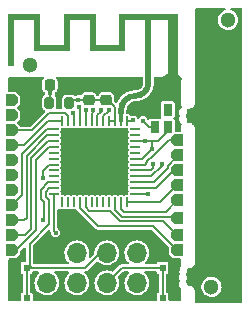
<source format=gbr>
%TF.GenerationSoftware,KiCad,Pcbnew,(5.99.0-10506-gb986797469)*%
%TF.CreationDate,2021-10-07T12:38:36+02:00*%
%TF.ProjectId,ESP31_V2,45535033-315f-4563-922e-6b696361645f,rev?*%
%TF.SameCoordinates,Original*%
%TF.FileFunction,Copper,L1,Top*%
%TF.FilePolarity,Positive*%
%FSLAX46Y46*%
G04 Gerber Fmt 4.6, Leading zero omitted, Abs format (unit mm)*
G04 Created by KiCad (PCBNEW (5.99.0-10506-gb986797469)) date 2021-10-07 12:38:36*
%MOMM*%
%LPD*%
G01*
G04 APERTURE LIST*
G04 Aperture macros list*
%AMRoundRect*
0 Rectangle with rounded corners*
0 $1 Rounding radius*
0 $2 $3 $4 $5 $6 $7 $8 $9 X,Y pos of 4 corners*
0 Add a 4 corners polygon primitive as box body*
4,1,4,$2,$3,$4,$5,$6,$7,$8,$9,$2,$3,0*
0 Add four circle primitives for the rounded corners*
1,1,$1+$1,$2,$3*
1,1,$1+$1,$4,$5*
1,1,$1+$1,$6,$7*
1,1,$1+$1,$8,$9*
0 Add four rect primitives between the rounded corners*
20,1,$1+$1,$2,$3,$4,$5,0*
20,1,$1+$1,$4,$5,$6,$7,0*
20,1,$1+$1,$6,$7,$8,$9,0*
20,1,$1+$1,$8,$9,$2,$3,0*%
%AMOutline5P*
0 Free polygon, 5 corners , with rotation*
0 The origin of the aperture is its center*
0 number of corners: always 8*
0 $1 to $10 corner X, Y*
0 $11 Rotation angle, in degrees counterclockwise*
0 create outline with 8 corners*
4,1,5,$1,$2,$3,$4,$5,$6,$7,$8,$9,$10,$1,$2,$11*%
%AMOutline6P*
0 Free polygon, 6 corners , with rotation*
0 The origin of the aperture is its center*
0 number of corners: always 6*
0 $1 to $12 corner X, Y*
0 $13 Rotation angle, in degrees counterclockwise*
0 create outline with 6 corners*
4,1,6,$1,$2,$3,$4,$5,$6,$7,$8,$9,$10,$11,$12,$1,$2,$13*%
%AMOutline7P*
0 Free polygon, 7 corners , with rotation*
0 The origin of the aperture is its center*
0 number of corners: always 7*
0 $1 to $14 corner X, Y*
0 $15 Rotation angle, in degrees counterclockwise*
0 create outline with 7 corners*
4,1,7,$1,$2,$3,$4,$5,$6,$7,$8,$9,$10,$11,$12,$13,$14,$1,$2,$15*%
%AMOutline8P*
0 Free polygon, 8 corners , with rotation*
0 The origin of the aperture is its center*
0 number of corners: always 8*
0 $1 to $16 corner X, Y*
0 $17 Rotation angle, in degrees counterclockwise*
0 create outline with 8 corners*
4,1,8,$1,$2,$3,$4,$5,$6,$7,$8,$9,$10,$11,$12,$13,$14,$15,$16,$1,$2,$17*%
G04 Aperture macros list end*
%TA.AperFunction,ComponentPad*%
%ADD10Outline6P,0.250000X-0.500000X-0.500000X-0.500000X-0.500000X0.500000X0.250000X0.500000X0.500000X0.250000X0.500000X-0.250000X180.000000*%
%TD*%
%TA.AperFunction,ComponentPad*%
%ADD11Outline6P,0.250000X-0.500000X-0.500000X-0.500000X-0.500000X0.500000X0.250000X0.500000X0.500000X0.250000X0.500000X-0.250000X0.000000*%
%TD*%
%TA.AperFunction,SMDPad,CuDef*%
%ADD12RoundRect,0.225000X-0.225000X-0.250000X0.225000X-0.250000X0.225000X0.250000X-0.225000X0.250000X0*%
%TD*%
%TA.AperFunction,WasherPad*%
%ADD13C,1.300000*%
%TD*%
%TA.AperFunction,SMDPad,CuDef*%
%ADD14RoundRect,0.225000X-0.250000X0.225000X-0.250000X-0.225000X0.250000X-0.225000X0.250000X0.225000X0*%
%TD*%
%TA.AperFunction,SMDPad,CuDef*%
%ADD15RoundRect,0.062500X-0.062500X0.337500X-0.062500X-0.337500X0.062500X-0.337500X0.062500X0.337500X0*%
%TD*%
%TA.AperFunction,SMDPad,CuDef*%
%ADD16RoundRect,0.062500X-0.337500X0.062500X-0.337500X-0.062500X0.337500X-0.062500X0.337500X0.062500X0*%
%TD*%
%TA.AperFunction,SMDPad,CuDef*%
%ADD17R,5.300000X5.300000*%
%TD*%
%TA.AperFunction,ConnectorPad*%
%ADD18R,0.500000X0.500000*%
%TD*%
%TA.AperFunction,ComponentPad*%
%ADD19R,0.900000X0.500000*%
%TD*%
%TA.AperFunction,SMDPad,CuDef*%
%ADD20RoundRect,0.200000X0.200000X0.275000X-0.200000X0.275000X-0.200000X-0.275000X0.200000X-0.275000X0*%
%TD*%
%TA.AperFunction,SMDPad,CuDef*%
%ADD21R,0.600000X0.600000*%
%TD*%
%TA.AperFunction,SMDPad,CuDef*%
%ADD22R,0.800000X1.000000*%
%TD*%
%TA.AperFunction,ComponentPad*%
%ADD23R,1.700000X1.700000*%
%TD*%
%TA.AperFunction,ComponentPad*%
%ADD24O,1.700000X1.700000*%
%TD*%
%TA.AperFunction,ViaPad*%
%ADD25C,0.400000*%
%TD*%
%TA.AperFunction,Conductor*%
%ADD26C,0.250000*%
%TD*%
%TA.AperFunction,Conductor*%
%ADD27C,0.200000*%
%TD*%
%TA.AperFunction,Conductor*%
%ADD28C,0.500000*%
%TD*%
%TA.AperFunction,Conductor*%
%ADD29C,0.350000*%
%TD*%
G04 APERTURE END LIST*
%TO.C,AE1*%
G36*
X117700000Y-95875000D02*
G01*
X117700000Y-95616842D01*
X118001778Y-95616842D01*
X118008309Y-95666368D01*
X118028868Y-95711553D01*
X118062511Y-95746787D01*
X118081122Y-95757400D01*
X118126637Y-95770300D01*
X118175156Y-95771043D01*
X118217819Y-95758935D01*
X118225731Y-95754581D01*
X118263674Y-95721797D01*
X118287742Y-95679395D01*
X118297583Y-95631785D01*
X118292847Y-95583378D01*
X118273185Y-95538584D01*
X118238245Y-95501814D01*
X118205353Y-95484908D01*
X118157267Y-95477018D01*
X118107682Y-95483592D01*
X118062372Y-95503687D01*
X118027112Y-95536357D01*
X118010218Y-95568583D01*
X118001778Y-95616842D01*
X117700000Y-95616842D01*
X117700000Y-90975000D01*
X116300000Y-90975000D01*
X116300000Y-95875000D01*
X115800000Y-95875000D01*
X115800000Y-90975000D01*
X114100000Y-90975000D01*
X114100000Y-93615000D01*
X111100000Y-93615000D01*
X111100000Y-90975000D01*
X109400000Y-90975000D01*
X109400000Y-93615000D01*
X106400000Y-93615000D01*
X106400000Y-90975000D01*
X104700000Y-90975000D01*
X104700000Y-94915000D01*
X104200000Y-94915000D01*
X104200000Y-90475000D01*
X106900000Y-90475000D01*
X106900000Y-93115000D01*
X108900000Y-93115000D01*
X108900000Y-90475000D01*
X111600000Y-90475000D01*
X111600000Y-93115000D01*
X113600000Y-93115000D01*
X113600000Y-90475000D01*
X118600000Y-90475000D01*
X118600000Y-95875000D01*
X117700000Y-95875000D01*
G37*
%TD*%
D10*
%TO.P,J10,1,Pin_1*%
%TO.N,/IO5*%
X118500000Y-107780000D03*
%TD*%
%TO.P,J15,1,Pin_1*%
%TO.N,/IO21*%
X118500000Y-101180000D03*
%TD*%
%TO.P,J12,1,Pin_1*%
%TO.N,/IO10*%
X118500000Y-109230000D03*
%TD*%
D11*
%TO.P,J23,1,Pin_1*%
%TO.N,/IO34*%
X104500000Y-102870000D03*
%TD*%
D10*
%TO.P,J14,1,Pin_1*%
%TO.N,/IO19*%
X118500000Y-103720000D03*
%TD*%
D12*
%TO.P,C1,1*%
%TO.N,/EN*%
X107725000Y-96500000D03*
%TO.P,C1,2*%
%TO.N,GND*%
X109275000Y-96500000D03*
%TD*%
D10*
%TO.P,J11,1,Pin_1*%
%TO.N,/IO9*%
X118500000Y-110500000D03*
%TD*%
%TO.P,J17,1,Pin_1*%
%TO.N,/IO23*%
X118500000Y-104990000D03*
%TD*%
D11*
%TO.P,J24,1,Pin_1*%
%TO.N,/IO35*%
X104500000Y-100330000D03*
%TD*%
D13*
%TO.P,REF\u002A\u002A,*%
%TO.N,*%
X106000000Y-94800000D03*
%TD*%
D11*
%TO.P,J18,1,Pin_1*%
%TO.N,/IO25*%
X104500000Y-107950000D03*
%TD*%
D14*
%TO.P,C2,1*%
%TO.N,GND*%
X111000000Y-96225000D03*
%TO.P,C2,2*%
%TO.N,+3V3*%
X111000000Y-97775000D03*
%TD*%
D13*
%TO.P,,*%
%TO.N,*%
X122800000Y-91000000D03*
%TD*%
D14*
%TO.P,C3,1*%
%TO.N,GND*%
X112500000Y-96225000D03*
%TO.P,C3,2*%
%TO.N,+3V3*%
X112500000Y-97775000D03*
%TD*%
D11*
%TO.P,J20,1,Pin_1*%
%TO.N,/IO27*%
X104500000Y-110490000D03*
%TD*%
%TO.P,J22,1,Pin_1*%
%TO.N,/IO33*%
X104500000Y-106680000D03*
%TD*%
%TO.P,J19,1,Pin_1*%
%TO.N,/IO26*%
X104500000Y-109220000D03*
%TD*%
D10*
%TO.P,J13,1,Pin_1*%
%TO.N,/IO18*%
X118500000Y-106260000D03*
%TD*%
D15*
%TO.P,U1,1,VDDA*%
%TO.N,+3V3*%
X114250000Y-99550000D03*
%TO.P,U1,2,LNA_IN*%
%TO.N,Net-(AE1-Pad1)*%
X113750000Y-99550000D03*
%TO.P,U1,3,VDDA3P3*%
%TO.N,+3V3*%
X113250000Y-99550000D03*
%TO.P,U1,4,VDDA3P3*%
X112750000Y-99550000D03*
%TO.P,U1,5,SENSOR_VP*%
%TO.N,/SENS_VP*%
X112250000Y-99550000D03*
%TO.P,U1,6,SENSOR_CAPP*%
%TO.N,/CAPP*%
X111750000Y-99550000D03*
%TO.P,U1,7,SENSOR_CAPN*%
%TO.N,/CAPN*%
X111250000Y-99550000D03*
%TO.P,U1,8,SENSOR_VN*%
%TO.N,/SENS_VN*%
X110750000Y-99550000D03*
%TO.P,U1,9,EN*%
%TO.N,/EN*%
X110250000Y-99550000D03*
%TO.P,U1,10,IO34*%
%TO.N,/IO34*%
X109750000Y-99550000D03*
%TO.P,U1,11,IO35*%
%TO.N,/IO35*%
X109250000Y-99550000D03*
%TO.P,U1,12,IO32*%
%TO.N,/IO32*%
X108750000Y-99550000D03*
D16*
%TO.P,U1,13,IO33*%
%TO.N,/IO33*%
X108050000Y-100250000D03*
%TO.P,U1,14,IO25*%
%TO.N,/IO25*%
X108050000Y-100750000D03*
%TO.P,U1,15,IO26*%
%TO.N,/IO26*%
X108050000Y-101250000D03*
%TO.P,U1,16,IO27*%
%TO.N,/IO27*%
X108050000Y-101750000D03*
%TO.P,U1,17,IO14*%
%TO.N,unconnected-(U1-Pad17)*%
X108050000Y-102250000D03*
%TO.P,U1,18,IO12*%
%TO.N,unconnected-(U1-Pad18)*%
X108050000Y-102750000D03*
%TO.P,U1,19,VDD3P3_RTC*%
%TO.N,+3V3*%
X108050000Y-103250000D03*
%TO.P,U1,20,IO13*%
%TO.N,unconnected-(U1-Pad20)*%
X108050000Y-103750000D03*
%TO.P,U1,21,IO15*%
%TO.N,unconnected-(U1-Pad21)*%
X108050000Y-104250000D03*
%TO.P,U1,22,IO2*%
%TO.N,/IO2*%
X108050000Y-104750000D03*
%TO.P,U1,23,IO0*%
%TO.N,/IO0*%
X108050000Y-105250000D03*
%TO.P,U1,24,IO4*%
%TO.N,/IO4*%
X108050000Y-105750000D03*
D15*
%TO.P,U1,25,IO16*%
%TO.N,unconnected-(U1-Pad25)*%
X108750000Y-106450000D03*
%TO.P,U1,26,VDD_SDIO*%
%TO.N,unconnected-(U1-Pad26)*%
X109250000Y-106450000D03*
%TO.P,U1,27,IO17*%
%TO.N,unconnected-(U1-Pad27)*%
X109750000Y-106450000D03*
%TO.P,U1,28,SD2/IO9*%
%TO.N,/IO9*%
X110250000Y-106450000D03*
%TO.P,U1,29,SD3/IO10*%
%TO.N,/IO10*%
X110750000Y-106450000D03*
%TO.P,U1,30,CMD*%
%TO.N,unconnected-(U1-Pad30)*%
X111250000Y-106450000D03*
%TO.P,U1,31,CLK*%
%TO.N,unconnected-(U1-Pad31)*%
X111750000Y-106450000D03*
%TO.P,U1,32,SD0*%
%TO.N,unconnected-(U1-Pad32)*%
X112250000Y-106450000D03*
%TO.P,U1,33,SD1*%
%TO.N,unconnected-(U1-Pad33)*%
X112750000Y-106450000D03*
%TO.P,U1,34,IO5*%
%TO.N,/IO5*%
X113250000Y-106450000D03*
%TO.P,U1,35,IO18*%
%TO.N,/IO18*%
X113750000Y-106450000D03*
%TO.P,U1,36,IO23*%
%TO.N,/IO23*%
X114250000Y-106450000D03*
D16*
%TO.P,U1,37,VDD3P3_CPU*%
%TO.N,+3V3*%
X114950000Y-105750000D03*
%TO.P,U1,38,IO19*%
%TO.N,/IO19*%
X114950000Y-105250000D03*
%TO.P,U1,39,IO22*%
%TO.N,/IO22*%
X114950000Y-104750000D03*
%TO.P,U1,40,U0RXD/IO3*%
%TO.N,/IO3*%
X114950000Y-104250000D03*
%TO.P,U1,41,U0TXD/IO1*%
%TO.N,/IO1*%
X114950000Y-103750000D03*
%TO.P,U1,42,IO21*%
%TO.N,/IO21*%
X114950000Y-103250000D03*
%TO.P,U1,43,VDDA*%
%TO.N,+3V3*%
X114950000Y-102750000D03*
%TO.P,U1,44,XTAL_N_NC*%
%TO.N,unconnected-(U1-Pad44)*%
X114950000Y-102250000D03*
%TO.P,U1,45,XTAL_P_NC*%
%TO.N,unconnected-(U1-Pad45)*%
X114950000Y-101750000D03*
%TO.P,U1,46,VDDA*%
%TO.N,+3V3*%
X114950000Y-101250000D03*
%TO.P,U1,47,CAP2_NC*%
%TO.N,unconnected-(U1-Pad47)*%
X114950000Y-100750000D03*
%TO.P,U1,48,CAP1_NC*%
%TO.N,unconnected-(U1-Pad48)*%
X114950000Y-100250000D03*
D17*
%TO.P,U1,49,GND*%
%TO.N,GND*%
X111500000Y-103000000D03*
%TD*%
D18*
%TO.P,AE1,1,A*%
%TO.N,Net-(AE1-Pad1)*%
X116050000Y-95625000D03*
D19*
%TO.P,AE1,2,Shield*%
%TO.N,GND*%
X118150000Y-95625000D03*
%TD*%
D11*
%TO.P,J5,1,Pin_1*%
%TO.N,/CAPN*%
X104500000Y-105410000D03*
%TD*%
%TO.P,J6,1,Pin_1*%
%TO.N,/SENS_VN*%
X104500000Y-104140000D03*
%TD*%
D10*
%TO.P,J16,1,Pin_1*%
%TO.N,/IO22*%
X118500000Y-102450000D03*
%TD*%
D20*
%TO.P,R1,1*%
%TO.N,+3V3*%
X109325000Y-98000000D03*
%TO.P,R1,2*%
%TO.N,/EN*%
X107675000Y-98000000D03*
%TD*%
D13*
%TO.P,,*%
%TO.N,*%
X121400000Y-113600000D03*
%TD*%
D21*
%TO.P,SW1,1,1*%
%TO.N,GND*%
X118456000Y-111984000D03*
X118456000Y-114584000D03*
%TO.P,SW1,2,2*%
%TO.N,/EN*%
X117256000Y-114584000D03*
X117256000Y-111984000D03*
%TD*%
%TO.P,SW2,1,1*%
%TO.N,GND*%
X104556000Y-111984000D03*
X104556000Y-114584000D03*
%TO.P,SW2,2,2*%
%TO.N,/IO0*%
X105756000Y-114584000D03*
X105756000Y-111984000D03*
%TD*%
D11*
%TO.P,J3,1,Pin_1*%
%TO.N,/SENS_VP*%
X104500000Y-97790000D03*
%TD*%
%TO.P,J21,1,Pin_1*%
%TO.N,/IO32*%
X104500000Y-101600000D03*
%TD*%
D22*
%TO.P,D1,1,DOUT*%
%TO.N,unconnected-(D1-Pad1)*%
X117700000Y-98590000D03*
%TO.P,D1,2,VSS*%
%TO.N,GND*%
X116600000Y-98590000D03*
%TO.P,D1,3,DIN*%
%TO.N,/IO2*%
X116600000Y-100090000D03*
%TO.P,D1,4,VDD*%
%TO.N,+3V3*%
X117700000Y-100090000D03*
%TD*%
D11*
%TO.P,J4,1,Pin_1*%
%TO.N,/CAPP*%
X104500000Y-99060000D03*
%TD*%
D23*
%TO.P,J1,1,Pin_1*%
%TO.N,GND*%
X107460000Y-110725000D03*
D24*
%TO.P,J1,2,Pin_2*%
%TO.N,/IO1*%
X107460000Y-113265000D03*
%TO.P,J1,3,Pin_3*%
%TO.N,/IO2*%
X110000000Y-110725000D03*
%TO.P,J1,4,Pin_4*%
%TO.N,/IO4*%
X110000000Y-113265000D03*
%TO.P,J1,5,Pin_5*%
%TO.N,/IO0*%
X112540000Y-110725000D03*
%TO.P,J1,6,Pin_6*%
%TO.N,/EN*%
X112540000Y-113265000D03*
%TO.P,J1,7,Pin_7*%
%TO.N,/IO3*%
X115080000Y-110725000D03*
%TO.P,J1,8,Pin_8*%
%TO.N,+3V3*%
X115080000Y-113265000D03*
%TD*%
D25*
%TO.N,GND*%
X117350000Y-96150000D03*
X116130000Y-97680000D03*
X105200000Y-96200000D03*
X109100000Y-109150000D03*
X113900000Y-97100000D03*
X104550000Y-96200000D03*
X113550000Y-96200000D03*
X111840000Y-112000000D03*
X114850000Y-98150000D03*
X108580000Y-107330000D03*
X118500000Y-98500000D03*
X116530000Y-97200000D03*
X116750000Y-96050000D03*
X111500000Y-103000000D03*
X106650000Y-98200000D03*
X108508800Y-97256600D03*
X104500000Y-113750000D03*
X110500000Y-102000000D03*
X108740000Y-113670000D03*
X118500000Y-97750000D03*
X106050000Y-96200000D03*
X118500000Y-100000000D03*
X115350000Y-96050000D03*
X116750000Y-96600000D03*
X115150000Y-96600000D03*
X112500000Y-102000000D03*
X112500000Y-104000000D03*
X118500000Y-96250000D03*
X111750000Y-96200000D03*
X118500000Y-99250000D03*
X114503200Y-96800000D03*
X114400000Y-96200000D03*
X113374500Y-97587566D03*
X110150000Y-96200000D03*
X118500000Y-112750000D03*
X104500000Y-112750000D03*
X118500000Y-97000000D03*
X110500000Y-104000000D03*
X110810000Y-109140000D03*
X118500000Y-113750000D03*
X115450000Y-98050000D03*
X114450000Y-98700000D03*
%TO.N,/EN*%
X107725000Y-97227600D03*
X110162095Y-98373291D03*
%TO.N,+3V3*%
X110124000Y-97775000D03*
X114750000Y-99500000D03*
X116396800Y-101896800D03*
X115750000Y-101250000D03*
X107100000Y-104400000D03*
X116000000Y-105750000D03*
%TO.N,/IO1*%
X116464297Y-103214297D03*
%TO.N,/IO2*%
X107150980Y-107900000D03*
X115590000Y-99560000D03*
%TO.N,/IO4*%
X108200000Y-109000000D03*
%TO.N,/IO3*%
X117211935Y-103241894D03*
%TO.N,/SENS_VN*%
X110808929Y-98625870D03*
%TO.N,/SENS_VP*%
X112700500Y-98625000D03*
%TO.N,/CAPP*%
X112057502Y-98617052D03*
%TO.N,/CAPN*%
X111408098Y-98605879D03*
%TO.N,/IO34*%
X109668798Y-98858724D03*
%TD*%
D26*
%TO.N,GND*%
X118700000Y-95900000D02*
X118425000Y-95625000D01*
X118425000Y-95625000D02*
X118150000Y-95625000D01*
X118150000Y-95625000D02*
X118347200Y-95427800D01*
X118150000Y-95625000D02*
X117975000Y-95625000D01*
X118700000Y-96000000D02*
X118700000Y-95900000D01*
X117500000Y-95900000D02*
X117600000Y-96000000D01*
X118150000Y-95625000D02*
X118150000Y-95650000D01*
D27*
X116550000Y-98590000D02*
X116550000Y-98370000D01*
D26*
X117600000Y-96000000D02*
X118700000Y-96000000D01*
X117500000Y-95800000D02*
X117500000Y-95900000D01*
X118150000Y-95625000D02*
X118375000Y-95625000D01*
X118150000Y-95625000D02*
X117675000Y-95625000D01*
X117500000Y-95800000D02*
X117975000Y-95800000D01*
D27*
X116550000Y-98590000D02*
X116550000Y-98440000D01*
D26*
X117975000Y-95800000D02*
X118150000Y-95625000D01*
X117675000Y-95625000D02*
X117500000Y-95800000D01*
%TO.N,Net-(AE1-Pad1)*%
X114985800Y-97409000D02*
X115011948Y-97409000D01*
D28*
X116050000Y-96374625D02*
X116050000Y-95625000D01*
X113750000Y-98627249D02*
X113750000Y-98918822D01*
D26*
X114096800Y-97790000D02*
X114118589Y-97768211D01*
D29*
X113750000Y-99550000D02*
X113750000Y-98918822D01*
D28*
X115747800Y-97104200D02*
G75*
G02*
X115011948Y-97409000I-735848J735842D01*
G01*
X116049999Y-96374625D02*
G75*
G02*
X115747799Y-97104199I-1031767J-3D01*
G01*
X114985800Y-97409000D02*
G75*
G03*
X114118589Y-97768211I-1J-1226418D01*
G01*
X114096800Y-97790000D02*
G75*
G03*
X113750000Y-98627249I837188J-837224D01*
G01*
D27*
%TO.N,/EN*%
X110250000Y-98461196D02*
X110162095Y-98373291D01*
X113821000Y-111984000D02*
X112540000Y-113265000D01*
X110250000Y-99550000D02*
X110250000Y-98461196D01*
X107725000Y-96500000D02*
X107725000Y-97950000D01*
X117256000Y-111984000D02*
X113821000Y-111984000D01*
X117256000Y-114584000D02*
X117256000Y-111984000D01*
X110250000Y-99550000D02*
X110250000Y-98665365D01*
X107725000Y-97950000D02*
X107675000Y-98000000D01*
%TO.N,+3V3*%
X116396800Y-101303200D02*
X116450000Y-101250000D01*
X113200011Y-98385234D02*
X112589777Y-97775000D01*
X114250000Y-99550000D02*
X114700000Y-99550000D01*
X114950000Y-102750000D02*
X115543600Y-102750000D01*
X112750000Y-99550000D02*
X113250000Y-99550000D01*
X108050000Y-103250000D02*
X107630954Y-103250000D01*
X114700000Y-99550000D02*
X114750000Y-99500000D01*
X117700000Y-100090000D02*
X117700000Y-100429120D01*
X115543600Y-102750000D02*
X116396800Y-101896800D01*
X112500000Y-97775000D02*
X111000000Y-97775000D01*
X113200011Y-99500011D02*
X113200011Y-98385234D01*
X113250000Y-99550000D02*
X113200011Y-99500011D01*
X117700000Y-100429120D02*
X116879120Y-101250000D01*
X114950000Y-101250000D02*
X115750000Y-101250000D01*
X107630954Y-103250000D02*
X107100000Y-103780954D01*
X116450000Y-101250000D02*
X115750000Y-101250000D01*
X107100000Y-103780954D02*
X107100000Y-104400000D01*
X110124000Y-97775000D02*
X109550000Y-97775000D01*
X112589777Y-97775000D02*
X112500000Y-97775000D01*
X116396800Y-101896800D02*
X116396800Y-101303200D01*
X109550000Y-97775000D02*
X109325000Y-98000000D01*
X116879120Y-101250000D02*
X116450000Y-101250000D01*
X114950000Y-105750000D02*
X116000000Y-105750000D01*
X111000000Y-97775000D02*
X110124000Y-97775000D01*
%TO.N,/IO1*%
X116252491Y-103750000D02*
X114950000Y-103750000D01*
X116464297Y-103538194D02*
X116252491Y-103750000D01*
X116464297Y-103214297D02*
X116464297Y-103538194D01*
%TO.N,/IO2*%
X106950960Y-105364988D02*
X107565948Y-104750000D01*
X107200000Y-106384052D02*
X106950961Y-106135013D01*
X107565948Y-104750000D02*
X108050000Y-104750000D01*
X116120000Y-100090000D02*
X115590000Y-99560000D01*
X106950961Y-106135013D02*
X106950960Y-105364988D01*
X107150980Y-107900000D02*
X107200000Y-107850980D01*
X107200000Y-107850980D02*
X107200000Y-106384052D01*
X116550000Y-100090000D02*
X116120000Y-100090000D01*
%TO.N,/IO4*%
X108050000Y-108850000D02*
X108050000Y-105750000D01*
X108200000Y-109000000D02*
X108050000Y-108850000D01*
%TO.N,/IO0*%
X107350480Y-105969526D02*
X107650480Y-106269526D01*
X106184000Y-111984000D02*
X105756000Y-111984000D01*
X107650480Y-108295400D02*
X106000000Y-109945880D01*
X106000000Y-109945880D02*
X106000000Y-111800000D01*
X105756000Y-114584000D02*
X105756000Y-111984000D01*
X108050000Y-105250000D02*
X107630954Y-105250000D01*
X107650480Y-106269526D02*
X107650480Y-108295400D01*
X107630954Y-105250000D02*
X107350480Y-105530474D01*
X107350480Y-105530474D02*
X107350480Y-105969526D01*
X106000000Y-111800000D02*
X106184000Y-111984000D01*
X112540000Y-110725000D02*
X111985000Y-110725000D01*
X110726000Y-111984000D02*
X106184000Y-111984000D01*
X111985000Y-110725000D02*
X110726000Y-111984000D01*
%TO.N,/IO3*%
X117211935Y-103241894D02*
X117211935Y-103355562D01*
X116317497Y-104250000D02*
X114950000Y-104250000D01*
X117211935Y-103355562D02*
X116317497Y-104250000D01*
%TO.N,/SENS_VN*%
X110808929Y-98625870D02*
X110808929Y-98897645D01*
X110808929Y-98897645D02*
X110750000Y-98956574D01*
X110750000Y-98956574D02*
X110750000Y-99550000D01*
%TO.N,/SENS_VP*%
X112700500Y-98625000D02*
X112700500Y-98680454D01*
X112700500Y-98680454D02*
X112250000Y-99130954D01*
X112250000Y-99130954D02*
X112250000Y-99550000D01*
%TO.N,/CAPP*%
X111750000Y-99065948D02*
X111750000Y-99550000D01*
X112057502Y-98758446D02*
X111750000Y-99065948D01*
X112057502Y-98617052D02*
X112057502Y-98758446D01*
%TO.N,/CAPN*%
X111408098Y-98772132D02*
X111250000Y-98930230D01*
X111408098Y-98605879D02*
X111408098Y-98772132D01*
X111250000Y-98930230D02*
X111250000Y-99550000D01*
%TO.N,/IO5*%
X113250000Y-106450000D02*
X113250000Y-107065006D01*
X113250000Y-107065006D02*
X113834514Y-107649520D01*
X118369520Y-107649520D02*
X118500000Y-107780000D01*
X113834514Y-107649520D02*
X118369520Y-107649520D01*
%TO.N,/IO9*%
X110250000Y-106450000D02*
X110250000Y-106934052D01*
X110250000Y-106934052D02*
X111764508Y-108448560D01*
X111764508Y-108448560D02*
X116448560Y-108448560D01*
X116448560Y-108448560D02*
X118500000Y-110500000D01*
%TO.N,/IO10*%
X111030474Y-107149520D02*
X112769508Y-107149520D01*
X110750000Y-106450000D02*
X110750000Y-106869046D01*
X110750000Y-106869046D02*
X111030474Y-107149520D01*
X113669028Y-108049040D02*
X117319040Y-108049040D01*
X112769508Y-107149520D02*
X113669028Y-108049040D01*
X117319040Y-108049040D02*
X118500000Y-109230000D01*
%TO.N,/IO18*%
X114000000Y-107250000D02*
X117510000Y-107250000D01*
X113750000Y-106450000D02*
X113750000Y-107000000D01*
X117510000Y-107250000D02*
X118500000Y-106260000D01*
X113750000Y-107000000D02*
X114000000Y-107250000D01*
%TO.N,/IO19*%
X116735000Y-105250000D02*
X118265000Y-103720000D01*
X114950000Y-105250000D02*
X116735000Y-105250000D01*
X118265000Y-103720000D02*
X118500000Y-103720000D01*
%TO.N,/IO21*%
X115964786Y-103035214D02*
X115750000Y-103250000D01*
X117820000Y-101180000D02*
X116285214Y-102714786D01*
X115964786Y-102974531D02*
X115964786Y-103035214D01*
X116224531Y-102714786D02*
X115964786Y-102974531D01*
X115750000Y-103250000D02*
X114950000Y-103250000D01*
X116285214Y-102714786D02*
X116224531Y-102714786D01*
X118500000Y-101180000D02*
X117820000Y-101180000D01*
%TO.N,/IO22*%
X117700480Y-103345934D02*
X118500000Y-102546414D01*
X117700480Y-103549520D02*
X117700480Y-103345934D01*
X118500000Y-102546414D02*
X118500000Y-102450000D01*
X114950000Y-104750000D02*
X116500000Y-104750000D01*
X116500000Y-104750000D02*
X117700480Y-103549520D01*
%TO.N,/IO23*%
X117040000Y-106450000D02*
X118500000Y-104990000D01*
X114250000Y-106450000D02*
X117040000Y-106450000D01*
%TO.N,/IO25*%
X105752402Y-102498540D02*
X107500942Y-100750000D01*
X107500942Y-100750000D02*
X108050000Y-100750000D01*
X104500000Y-107950000D02*
X105550000Y-107950000D01*
X105752401Y-107747599D02*
X105752402Y-102498540D01*
X105550000Y-107950000D02*
X105752401Y-107747599D01*
%TO.N,/IO26*%
X107565948Y-101250000D02*
X106151921Y-102664027D01*
X105595868Y-109220000D02*
X106151921Y-108663947D01*
X104500000Y-109220000D02*
X105595868Y-109220000D01*
X106151921Y-108663947D02*
X106151921Y-107543796D01*
X106151921Y-102664027D02*
X106151921Y-107500000D01*
X108050000Y-101250000D02*
X107565948Y-101250000D01*
%TO.N,/IO27*%
X108050000Y-101750000D02*
X107630954Y-101750000D01*
X106551441Y-102829513D02*
X106551441Y-108829433D01*
X106551441Y-108829433D02*
X104890874Y-110490000D01*
X104890874Y-110490000D02*
X104500000Y-110490000D01*
X107630954Y-101750000D02*
X106551441Y-102829513D01*
%TO.N,/IO32*%
X107550000Y-99550000D02*
X105500000Y-101600000D01*
X105500000Y-101600000D02*
X104500000Y-101600000D01*
X108750000Y-99550000D02*
X107550000Y-99550000D01*
%TO.N,/IO33*%
X107435936Y-100250000D02*
X108050000Y-100250000D01*
X104500000Y-106680000D02*
X105352883Y-105827117D01*
X105352883Y-105827117D02*
X105352883Y-102333053D01*
X105352883Y-102333053D02*
X107435936Y-100250000D01*
%TO.N,/IO34*%
X109750000Y-98939926D02*
X109668798Y-98858724D01*
X109750000Y-99550000D02*
X109750000Y-98939926D01*
%TO.N,/IO35*%
X108969526Y-98850480D02*
X107684514Y-98850480D01*
X106204994Y-100330000D02*
X104500000Y-100330000D01*
X109250000Y-99550000D02*
X109250000Y-99130954D01*
X107684514Y-98850480D02*
X106204994Y-100330000D01*
X109250000Y-99130954D02*
X108969526Y-98850480D01*
%TD*%
%TA.AperFunction,Conductor*%
%TO.N,GND*%
G36*
X108504500Y-106981352D02*
G01*
X108584941Y-107035100D01*
X108662363Y-107050500D01*
X108837637Y-107050500D01*
X108915059Y-107035100D01*
X108944999Y-107015095D01*
X109003887Y-106998487D01*
X109055001Y-107015095D01*
X109084941Y-107035100D01*
X109162363Y-107050500D01*
X109337637Y-107050500D01*
X109415059Y-107035100D01*
X109444999Y-107015095D01*
X109503887Y-106998487D01*
X109555001Y-107015095D01*
X109584941Y-107035100D01*
X109662363Y-107050500D01*
X109837637Y-107050500D01*
X109883853Y-107041307D01*
X109944613Y-107048499D01*
X109989543Y-107090031D01*
X109992794Y-107096624D01*
X109993376Y-107097580D01*
X109996134Y-107104000D01*
X110001455Y-107110478D01*
X110004958Y-107113981D01*
X110018139Y-107130656D01*
X110018887Y-107131481D01*
X110023684Y-107139263D01*
X110030959Y-107144795D01*
X110030960Y-107144796D01*
X110045705Y-107156008D01*
X110055785Y-107164808D01*
X111515176Y-108624199D01*
X111517228Y-108626577D01*
X111519247Y-108630707D01*
X111525947Y-108636922D01*
X111551550Y-108660672D01*
X111554226Y-108663249D01*
X111571006Y-108680029D01*
X111574763Y-108682607D01*
X111576848Y-108684339D01*
X111580902Y-108687900D01*
X111594560Y-108700570D01*
X111594563Y-108700572D01*
X111601263Y-108706787D01*
X111609754Y-108710175D01*
X111609755Y-108710175D01*
X111611947Y-108711050D01*
X111631258Y-108721362D01*
X111633197Y-108722692D01*
X111640738Y-108727865D01*
X111649632Y-108729976D01*
X111649633Y-108729976D01*
X111666628Y-108734009D01*
X111680457Y-108738383D01*
X111698679Y-108745653D01*
X111698681Y-108745653D01*
X111705169Y-108748242D01*
X111713512Y-108749060D01*
X111718462Y-108749060D01*
X111739581Y-108751531D01*
X111740691Y-108751585D01*
X111749585Y-108753696D01*
X111770983Y-108750784D01*
X111777008Y-108749964D01*
X111790358Y-108749060D01*
X116283081Y-108749060D01*
X116341272Y-108767967D01*
X116353085Y-108778056D01*
X117770504Y-110195475D01*
X117798281Y-110249992D01*
X117799500Y-110265479D01*
X117799500Y-110833050D01*
X118166950Y-111200500D01*
X118701000Y-111200500D01*
X118759191Y-111219407D01*
X118795155Y-111268907D01*
X118800000Y-111299500D01*
X118800000Y-111446418D01*
X118798228Y-111465063D01*
X118794329Y-111485395D01*
X118795196Y-111509107D01*
X118796157Y-111535375D01*
X118793067Y-111535488D01*
X118793232Y-111537213D01*
X118795457Y-111537080D01*
X118795457Y-111537082D01*
X118797360Y-111569002D01*
X118797466Y-111571202D01*
X118798553Y-111600909D01*
X118799467Y-111604335D01*
X118799689Y-111608052D01*
X118801265Y-111613421D01*
X118801266Y-111613424D01*
X118807806Y-111635697D01*
X118808467Y-111638057D01*
X118816842Y-111669434D01*
X118813845Y-111670234D01*
X118814175Y-111672146D01*
X118818164Y-111670974D01*
X118818165Y-111670975D01*
X118834816Y-111727683D01*
X118835009Y-111728619D01*
X118834443Y-111734073D01*
X118845714Y-111765419D01*
X118847537Y-111771008D01*
X118852389Y-111787533D01*
X118851154Y-111787896D01*
X118855744Y-111842741D01*
X118824034Y-111895068D01*
X118813070Y-111903275D01*
X118760744Y-111937061D01*
X118688473Y-112028737D01*
X118685763Y-112036455D01*
X118685761Y-112036458D01*
X118654424Y-112125695D01*
X118649794Y-112138879D01*
X118649656Y-112156484D01*
X118649059Y-112232488D01*
X118648877Y-112255612D01*
X118685821Y-112366349D01*
X118690785Y-112372854D01*
X118690786Y-112372855D01*
X118742284Y-112440333D01*
X118762558Y-112498062D01*
X118741332Y-112561685D01*
X118688473Y-112628737D01*
X118685763Y-112636455D01*
X118685761Y-112636458D01*
X118652505Y-112731159D01*
X118649794Y-112738879D01*
X118648877Y-112855612D01*
X118685821Y-112966349D01*
X118690785Y-112972854D01*
X118690786Y-112972855D01*
X118742284Y-113040333D01*
X118762558Y-113098062D01*
X118741332Y-113161685D01*
X118688473Y-113228737D01*
X118685763Y-113236455D01*
X118685761Y-113236458D01*
X118652505Y-113331159D01*
X118649794Y-113338879D01*
X118648877Y-113455612D01*
X118685821Y-113566349D01*
X118756644Y-113659148D01*
X118789292Y-113680963D01*
X118827171Y-113729013D01*
X118829280Y-113791168D01*
X118818219Y-113828840D01*
X118815264Y-113827972D01*
X118814873Y-113829664D01*
X118817014Y-113830239D01*
X118808707Y-113861145D01*
X118808093Y-113863327D01*
X118799744Y-113891763D01*
X118799527Y-113895303D01*
X118798560Y-113898899D01*
X118798355Y-113904498D01*
X118798355Y-113904500D01*
X118797507Y-113927699D01*
X118797388Y-113930137D01*
X118795397Y-113962555D01*
X118792301Y-113962365D01*
X118792008Y-113964283D01*
X118796164Y-113964435D01*
X118794336Y-114014413D01*
X118795372Y-114019865D01*
X118798261Y-114035074D01*
X118800000Y-114053551D01*
X118800000Y-114701000D01*
X118781093Y-114759191D01*
X118731593Y-114795155D01*
X118701000Y-114800000D01*
X117860500Y-114800000D01*
X117802309Y-114781093D01*
X117766345Y-114731593D01*
X117761500Y-114701000D01*
X117761500Y-114284000D01*
X117752787Y-114240200D01*
X117747760Y-114214924D01*
X117747759Y-114214922D01*
X117745857Y-114205359D01*
X117715189Y-114159461D01*
X117706729Y-114146800D01*
X117701310Y-114138690D01*
X117634641Y-114094143D01*
X117625075Y-114092240D01*
X117617613Y-114089149D01*
X117571088Y-114049411D01*
X117556500Y-113997685D01*
X117556500Y-112570315D01*
X117575407Y-112512124D01*
X117617613Y-112478851D01*
X117625075Y-112475760D01*
X117634641Y-112473857D01*
X117701310Y-112429310D01*
X117745857Y-112362641D01*
X117747794Y-112352907D01*
X117757190Y-112305668D01*
X117761500Y-112284000D01*
X117761500Y-111684000D01*
X117749212Y-111622226D01*
X117747760Y-111614924D01*
X117747759Y-111614922D01*
X117745857Y-111605359D01*
X117701310Y-111538690D01*
X117634641Y-111494143D01*
X117625078Y-111492241D01*
X117625076Y-111492240D01*
X117599800Y-111487213D01*
X117556000Y-111478500D01*
X116956000Y-111478500D01*
X116912200Y-111487213D01*
X116886924Y-111492240D01*
X116886922Y-111492241D01*
X116877359Y-111494143D01*
X116810690Y-111538690D01*
X116766143Y-111605359D01*
X116764240Y-111614924D01*
X116761149Y-111622387D01*
X116721411Y-111668912D01*
X116669685Y-111683500D01*
X115846926Y-111683500D01*
X115788735Y-111664593D01*
X115752771Y-111615093D01*
X115752771Y-111553907D01*
X115785976Y-111506487D01*
X115804072Y-111492349D01*
X115804076Y-111492345D01*
X115807893Y-111489363D01*
X115811055Y-111485700D01*
X115811060Y-111485695D01*
X115939332Y-111337089D01*
X115942496Y-111333424D01*
X115965766Y-111292463D01*
X116041858Y-111158517D01*
X116041859Y-111158514D01*
X116044247Y-111154311D01*
X116053721Y-111125833D01*
X116107743Y-110963435D01*
X116107743Y-110963433D01*
X116109270Y-110958844D01*
X116114154Y-110920187D01*
X116134740Y-110757225D01*
X116135088Y-110754471D01*
X116135184Y-110747648D01*
X116135461Y-110727776D01*
X116135500Y-110725000D01*
X116122083Y-110588162D01*
X116115870Y-110524796D01*
X116115869Y-110524792D01*
X116115398Y-110519986D01*
X116112493Y-110510362D01*
X116057256Y-110327412D01*
X116055858Y-110322780D01*
X115959148Y-110140895D01*
X115828952Y-109981259D01*
X115670228Y-109849951D01*
X115561051Y-109790918D01*
X115493277Y-109754273D01*
X115493276Y-109754272D01*
X115489023Y-109751973D01*
X115425952Y-109732449D01*
X115296859Y-109692488D01*
X115296855Y-109692487D01*
X115292238Y-109691058D01*
X115287431Y-109690553D01*
X115287427Y-109690552D01*
X115092185Y-109670032D01*
X115092183Y-109670032D01*
X115087369Y-109669526D01*
X115019372Y-109675714D01*
X114887039Y-109687757D01*
X114887036Y-109687758D01*
X114882219Y-109688196D01*
X114877577Y-109689562D01*
X114877573Y-109689563D01*
X114689250Y-109744989D01*
X114689247Y-109744990D01*
X114684603Y-109746357D01*
X114644593Y-109767274D01*
X114506344Y-109839548D01*
X114506340Y-109839551D01*
X114502047Y-109841795D01*
X114498271Y-109844831D01*
X114498268Y-109844833D01*
X114491903Y-109849951D01*
X114341505Y-109970874D01*
X114329643Y-109985011D01*
X114212202Y-110124971D01*
X114212199Y-110124975D01*
X114209093Y-110128677D01*
X114109853Y-110309194D01*
X114108389Y-110313808D01*
X114108388Y-110313811D01*
X114052401Y-110490305D01*
X114047565Y-110505549D01*
X114047025Y-110510361D01*
X114047025Y-110510362D01*
X114031772Y-110646353D01*
X114024603Y-110710263D01*
X114041840Y-110915538D01*
X114043173Y-110920186D01*
X114043173Y-110920187D01*
X114089736Y-111082568D01*
X114098621Y-111113555D01*
X114192782Y-111296773D01*
X114320737Y-111458212D01*
X114380542Y-111509110D01*
X114412600Y-111561221D01*
X114407906Y-111622226D01*
X114368251Y-111668821D01*
X114316376Y-111683500D01*
X113873109Y-111683500D01*
X113869977Y-111683270D01*
X113865629Y-111681777D01*
X113856493Y-111682120D01*
X113821600Y-111683430D01*
X113817886Y-111683500D01*
X113794154Y-111683500D01*
X113789670Y-111684335D01*
X113786996Y-111684582D01*
X113781611Y-111684931D01*
X113762971Y-111685631D01*
X113762970Y-111685631D01*
X113753838Y-111685974D01*
X113745443Y-111689580D01*
X113745441Y-111689581D01*
X113743270Y-111690514D01*
X113722326Y-111696877D01*
X113720832Y-111697156D01*
X113720008Y-111697309D01*
X113720007Y-111697309D01*
X113711021Y-111698983D01*
X113703239Y-111703780D01*
X113703236Y-111703781D01*
X113688364Y-111712948D01*
X113675501Y-111719630D01*
X113651052Y-111730134D01*
X113644574Y-111735454D01*
X113641069Y-111738959D01*
X113624404Y-111752131D01*
X113623568Y-111752889D01*
X113615789Y-111757684D01*
X113610257Y-111764959D01*
X113610256Y-111764960D01*
X113599047Y-111779701D01*
X113590247Y-111789781D01*
X113091442Y-112288586D01*
X113036925Y-112316363D01*
X112974352Y-112305668D01*
X112953277Y-112294273D01*
X112953276Y-112294272D01*
X112949023Y-112291973D01*
X112843530Y-112259317D01*
X112756859Y-112232488D01*
X112756855Y-112232487D01*
X112752238Y-112231058D01*
X112747431Y-112230553D01*
X112747427Y-112230552D01*
X112552185Y-112210032D01*
X112552183Y-112210032D01*
X112547369Y-112209526D01*
X112479372Y-112215714D01*
X112347039Y-112227757D01*
X112347036Y-112227758D01*
X112342219Y-112228196D01*
X112337577Y-112229562D01*
X112337573Y-112229563D01*
X112149250Y-112284989D01*
X112149247Y-112284990D01*
X112144603Y-112286357D01*
X112104593Y-112307274D01*
X111966344Y-112379548D01*
X111966340Y-112379551D01*
X111962047Y-112381795D01*
X111958271Y-112384831D01*
X111958268Y-112384833D01*
X111828212Y-112489401D01*
X111801505Y-112510874D01*
X111728736Y-112597597D01*
X111672202Y-112664971D01*
X111672199Y-112664975D01*
X111669093Y-112668677D01*
X111569853Y-112849194D01*
X111507565Y-113045549D01*
X111507025Y-113050361D01*
X111507025Y-113050362D01*
X111501136Y-113102870D01*
X111484603Y-113250263D01*
X111488548Y-113297240D01*
X111500809Y-113443257D01*
X111501840Y-113455538D01*
X111503173Y-113460186D01*
X111503173Y-113460187D01*
X111526536Y-113541661D01*
X111558621Y-113653555D01*
X111652782Y-113836773D01*
X111780737Y-113998212D01*
X111784417Y-114001344D01*
X111784419Y-114001346D01*
X111845760Y-114053551D01*
X111937612Y-114131723D01*
X111941835Y-114134083D01*
X111941839Y-114134086D01*
X111987243Y-114159461D01*
X112117432Y-114232221D01*
X112122030Y-114233715D01*
X112308742Y-114294382D01*
X112308745Y-114294383D01*
X112313347Y-114295878D01*
X112517895Y-114320269D01*
X112522717Y-114319898D01*
X112522720Y-114319898D01*
X112718458Y-114304837D01*
X112718463Y-114304836D01*
X112723286Y-114304465D01*
X112921695Y-114249068D01*
X112952089Y-114233715D01*
X113101244Y-114158371D01*
X113101246Y-114158370D01*
X113105565Y-114156188D01*
X113267893Y-114029363D01*
X113271055Y-114025700D01*
X113271060Y-114025695D01*
X113380341Y-113899091D01*
X113402496Y-113873424D01*
X113409472Y-113861145D01*
X113501858Y-113698517D01*
X113501859Y-113698514D01*
X113504247Y-113694311D01*
X113508688Y-113680963D01*
X113567743Y-113503435D01*
X113567743Y-113503433D01*
X113569270Y-113498844D01*
X113570133Y-113492018D01*
X113591763Y-113320792D01*
X113595088Y-113294471D01*
X113595131Y-113291440D01*
X113595461Y-113267776D01*
X113595500Y-113265000D01*
X113593584Y-113245455D01*
X113575870Y-113064796D01*
X113575869Y-113064792D01*
X113575398Y-113059986D01*
X113572493Y-113050362D01*
X113517256Y-112867411D01*
X113515858Y-112862780D01*
X113498643Y-112830403D01*
X113488017Y-112770148D01*
X113516050Y-112713921D01*
X113916475Y-112313496D01*
X113970992Y-112285719D01*
X113986479Y-112284500D01*
X114341932Y-112284500D01*
X114400123Y-112303407D01*
X114436087Y-112352907D01*
X114436087Y-112414093D01*
X114403966Y-112460654D01*
X114341505Y-112510874D01*
X114268736Y-112597597D01*
X114212202Y-112664971D01*
X114212199Y-112664975D01*
X114209093Y-112668677D01*
X114109853Y-112849194D01*
X114047565Y-113045549D01*
X114047025Y-113050361D01*
X114047025Y-113050362D01*
X114041136Y-113102870D01*
X114024603Y-113250263D01*
X114028548Y-113297240D01*
X114040809Y-113443257D01*
X114041840Y-113455538D01*
X114043173Y-113460186D01*
X114043173Y-113460187D01*
X114066536Y-113541661D01*
X114098621Y-113653555D01*
X114192782Y-113836773D01*
X114320737Y-113998212D01*
X114324417Y-114001344D01*
X114324419Y-114001346D01*
X114385760Y-114053551D01*
X114477612Y-114131723D01*
X114481835Y-114134083D01*
X114481839Y-114134086D01*
X114527243Y-114159461D01*
X114657432Y-114232221D01*
X114662030Y-114233715D01*
X114848742Y-114294382D01*
X114848745Y-114294383D01*
X114853347Y-114295878D01*
X115057895Y-114320269D01*
X115062717Y-114319898D01*
X115062720Y-114319898D01*
X115258458Y-114304837D01*
X115258463Y-114304836D01*
X115263286Y-114304465D01*
X115461695Y-114249068D01*
X115492089Y-114233715D01*
X115641244Y-114158371D01*
X115641246Y-114158370D01*
X115645565Y-114156188D01*
X115807893Y-114029363D01*
X115811055Y-114025700D01*
X115811060Y-114025695D01*
X115920341Y-113899091D01*
X115942496Y-113873424D01*
X115949472Y-113861145D01*
X116041858Y-113698517D01*
X116041859Y-113698514D01*
X116044247Y-113694311D01*
X116048688Y-113680963D01*
X116107743Y-113503435D01*
X116107743Y-113503433D01*
X116109270Y-113498844D01*
X116110133Y-113492018D01*
X116131763Y-113320792D01*
X116135088Y-113294471D01*
X116135131Y-113291440D01*
X116135461Y-113267776D01*
X116135500Y-113265000D01*
X116133584Y-113245455D01*
X116115870Y-113064796D01*
X116115869Y-113064792D01*
X116115398Y-113059986D01*
X116112493Y-113050362D01*
X116057256Y-112867412D01*
X116057256Y-112867411D01*
X116055858Y-112862780D01*
X115959148Y-112680895D01*
X115828952Y-112521259D01*
X115803447Y-112500159D01*
X115754638Y-112459781D01*
X115721853Y-112408120D01*
X115725695Y-112347056D01*
X115764696Y-112299911D01*
X115817743Y-112284500D01*
X116669685Y-112284500D01*
X116727876Y-112303407D01*
X116761149Y-112345613D01*
X116764240Y-112353075D01*
X116766143Y-112362641D01*
X116810690Y-112429310D01*
X116877359Y-112473857D01*
X116886925Y-112475760D01*
X116894387Y-112478851D01*
X116940912Y-112518589D01*
X116955500Y-112570315D01*
X116955500Y-113997685D01*
X116936593Y-114055876D01*
X116894387Y-114089149D01*
X116886925Y-114092240D01*
X116877359Y-114094143D01*
X116810690Y-114138690D01*
X116805271Y-114146800D01*
X116796811Y-114159461D01*
X116766143Y-114205359D01*
X116764241Y-114214922D01*
X116764240Y-114214924D01*
X116759213Y-114240200D01*
X116750500Y-114284000D01*
X116750500Y-114701000D01*
X116731593Y-114759191D01*
X116682093Y-114795155D01*
X116651500Y-114800000D01*
X106360500Y-114800000D01*
X106302309Y-114781093D01*
X106266345Y-114731593D01*
X106261500Y-114701000D01*
X106261500Y-114284000D01*
X106252787Y-114240200D01*
X106247760Y-114214924D01*
X106247759Y-114214922D01*
X106245857Y-114205359D01*
X106215189Y-114159461D01*
X106206729Y-114146800D01*
X106201310Y-114138690D01*
X106134641Y-114094143D01*
X106125075Y-114092240D01*
X106117613Y-114089149D01*
X106071088Y-114049411D01*
X106056500Y-113997685D01*
X106056500Y-112570315D01*
X106075407Y-112512124D01*
X106117613Y-112478851D01*
X106125075Y-112475760D01*
X106134641Y-112473857D01*
X106201310Y-112429310D01*
X106245857Y-112362641D01*
X106247760Y-112353075D01*
X106250851Y-112345613D01*
X106290589Y-112299088D01*
X106342315Y-112284500D01*
X106721932Y-112284500D01*
X106780123Y-112303407D01*
X106816087Y-112352907D01*
X106816087Y-112414093D01*
X106783966Y-112460654D01*
X106721505Y-112510874D01*
X106648736Y-112597597D01*
X106592202Y-112664971D01*
X106592199Y-112664975D01*
X106589093Y-112668677D01*
X106489853Y-112849194D01*
X106427565Y-113045549D01*
X106427025Y-113050361D01*
X106427025Y-113050362D01*
X106421136Y-113102870D01*
X106404603Y-113250263D01*
X106408548Y-113297240D01*
X106420809Y-113443257D01*
X106421840Y-113455538D01*
X106423173Y-113460186D01*
X106423173Y-113460187D01*
X106446536Y-113541661D01*
X106478621Y-113653555D01*
X106572782Y-113836773D01*
X106700737Y-113998212D01*
X106704417Y-114001344D01*
X106704419Y-114001346D01*
X106765760Y-114053551D01*
X106857612Y-114131723D01*
X106861835Y-114134083D01*
X106861839Y-114134086D01*
X106907243Y-114159461D01*
X107037432Y-114232221D01*
X107042030Y-114233715D01*
X107228742Y-114294382D01*
X107228745Y-114294383D01*
X107233347Y-114295878D01*
X107437895Y-114320269D01*
X107442717Y-114319898D01*
X107442720Y-114319898D01*
X107638458Y-114304837D01*
X107638463Y-114304836D01*
X107643286Y-114304465D01*
X107841695Y-114249068D01*
X107872089Y-114233715D01*
X108021244Y-114158371D01*
X108021246Y-114158370D01*
X108025565Y-114156188D01*
X108187893Y-114029363D01*
X108191055Y-114025700D01*
X108191060Y-114025695D01*
X108300341Y-113899091D01*
X108322496Y-113873424D01*
X108329472Y-113861145D01*
X108421858Y-113698517D01*
X108421859Y-113698514D01*
X108424247Y-113694311D01*
X108428688Y-113680963D01*
X108487743Y-113503435D01*
X108487743Y-113503433D01*
X108489270Y-113498844D01*
X108490133Y-113492018D01*
X108511763Y-113320792D01*
X108515088Y-113294471D01*
X108515131Y-113291440D01*
X108515461Y-113267776D01*
X108515500Y-113265000D01*
X108513584Y-113245455D01*
X108495870Y-113064796D01*
X108495869Y-113064792D01*
X108495398Y-113059986D01*
X108492493Y-113050362D01*
X108437256Y-112867412D01*
X108437256Y-112867411D01*
X108435858Y-112862780D01*
X108339148Y-112680895D01*
X108208952Y-112521259D01*
X108183447Y-112500159D01*
X108134638Y-112459781D01*
X108101853Y-112408120D01*
X108105695Y-112347056D01*
X108144696Y-112299911D01*
X108197743Y-112284500D01*
X109261932Y-112284500D01*
X109320123Y-112303407D01*
X109356087Y-112352907D01*
X109356087Y-112414093D01*
X109323966Y-112460654D01*
X109261505Y-112510874D01*
X109188736Y-112597597D01*
X109132202Y-112664971D01*
X109132199Y-112664975D01*
X109129093Y-112668677D01*
X109029853Y-112849194D01*
X108967565Y-113045549D01*
X108967025Y-113050361D01*
X108967025Y-113050362D01*
X108961136Y-113102870D01*
X108944603Y-113250263D01*
X108948548Y-113297240D01*
X108960809Y-113443257D01*
X108961840Y-113455538D01*
X108963173Y-113460186D01*
X108963173Y-113460187D01*
X108986536Y-113541661D01*
X109018621Y-113653555D01*
X109112782Y-113836773D01*
X109240737Y-113998212D01*
X109244417Y-114001344D01*
X109244419Y-114001346D01*
X109305760Y-114053551D01*
X109397612Y-114131723D01*
X109401835Y-114134083D01*
X109401839Y-114134086D01*
X109447243Y-114159461D01*
X109577432Y-114232221D01*
X109582030Y-114233715D01*
X109768742Y-114294382D01*
X109768745Y-114294383D01*
X109773347Y-114295878D01*
X109977895Y-114320269D01*
X109982717Y-114319898D01*
X109982720Y-114319898D01*
X110178458Y-114304837D01*
X110178463Y-114304836D01*
X110183286Y-114304465D01*
X110381695Y-114249068D01*
X110412089Y-114233715D01*
X110561244Y-114158371D01*
X110561246Y-114158370D01*
X110565565Y-114156188D01*
X110727893Y-114029363D01*
X110731055Y-114025700D01*
X110731060Y-114025695D01*
X110840341Y-113899091D01*
X110862496Y-113873424D01*
X110869472Y-113861145D01*
X110961858Y-113698517D01*
X110961859Y-113698514D01*
X110964247Y-113694311D01*
X110968688Y-113680963D01*
X111027743Y-113503435D01*
X111027743Y-113503433D01*
X111029270Y-113498844D01*
X111030133Y-113492018D01*
X111051763Y-113320792D01*
X111055088Y-113294471D01*
X111055131Y-113291440D01*
X111055461Y-113267776D01*
X111055500Y-113265000D01*
X111053584Y-113245455D01*
X111035870Y-113064796D01*
X111035869Y-113064792D01*
X111035398Y-113059986D01*
X111032493Y-113050362D01*
X110977256Y-112867412D01*
X110977256Y-112867411D01*
X110975858Y-112862780D01*
X110879148Y-112680895D01*
X110748952Y-112521259D01*
X110723447Y-112500159D01*
X110674638Y-112459781D01*
X110641853Y-112408120D01*
X110645695Y-112347056D01*
X110684696Y-112299911D01*
X110737743Y-112284500D01*
X110752846Y-112284500D01*
X110757330Y-112283665D01*
X110760004Y-112283418D01*
X110765389Y-112283069D01*
X110784029Y-112282369D01*
X110784030Y-112282369D01*
X110793162Y-112282026D01*
X110801557Y-112278420D01*
X110801559Y-112278419D01*
X110803730Y-112277486D01*
X110824674Y-112271123D01*
X110826168Y-112270844D01*
X110826992Y-112270691D01*
X110826993Y-112270691D01*
X110835979Y-112269017D01*
X110843761Y-112264220D01*
X110843764Y-112264219D01*
X110858636Y-112255052D01*
X110871499Y-112248370D01*
X110895948Y-112237866D01*
X110902426Y-112232545D01*
X110905929Y-112229042D01*
X110922604Y-112215861D01*
X110923429Y-112215113D01*
X110931211Y-112210316D01*
X110937041Y-112202650D01*
X110947956Y-112188295D01*
X110956756Y-112178215D01*
X111659968Y-111475004D01*
X111714485Y-111447227D01*
X111774917Y-111456798D01*
X111794136Y-111469616D01*
X111933924Y-111588585D01*
X111933929Y-111588588D01*
X111937612Y-111591723D01*
X111941835Y-111594083D01*
X111941839Y-111594086D01*
X111993058Y-111622711D01*
X112117432Y-111692221D01*
X112122030Y-111693715D01*
X112308742Y-111754382D01*
X112308745Y-111754383D01*
X112313347Y-111755878D01*
X112517895Y-111780269D01*
X112522717Y-111779898D01*
X112522720Y-111779898D01*
X112718458Y-111764837D01*
X112718463Y-111764836D01*
X112723286Y-111764465D01*
X112921695Y-111709068D01*
X112926013Y-111706887D01*
X113101244Y-111618371D01*
X113101246Y-111618370D01*
X113105565Y-111616188D01*
X113267893Y-111489363D01*
X113271055Y-111485700D01*
X113271060Y-111485695D01*
X113399332Y-111337089D01*
X113402496Y-111333424D01*
X113425766Y-111292463D01*
X113501858Y-111158517D01*
X113501859Y-111158514D01*
X113504247Y-111154311D01*
X113513721Y-111125833D01*
X113567743Y-110963435D01*
X113567743Y-110963433D01*
X113569270Y-110958844D01*
X113574154Y-110920187D01*
X113594740Y-110757225D01*
X113595088Y-110754471D01*
X113595184Y-110747648D01*
X113595461Y-110727776D01*
X113595500Y-110725000D01*
X113582083Y-110588162D01*
X113575870Y-110524796D01*
X113575869Y-110524792D01*
X113575398Y-110519986D01*
X113572493Y-110510362D01*
X113517256Y-110327412D01*
X113515858Y-110322780D01*
X113419148Y-110140895D01*
X113288952Y-109981259D01*
X113130228Y-109849951D01*
X113021051Y-109790918D01*
X112953277Y-109754273D01*
X112953276Y-109754272D01*
X112949023Y-109751973D01*
X112885952Y-109732449D01*
X112756859Y-109692488D01*
X112756855Y-109692487D01*
X112752238Y-109691058D01*
X112747431Y-109690553D01*
X112747427Y-109690552D01*
X112552185Y-109670032D01*
X112552183Y-109670032D01*
X112547369Y-109669526D01*
X112479372Y-109675714D01*
X112347039Y-109687757D01*
X112347036Y-109687758D01*
X112342219Y-109688196D01*
X112337577Y-109689562D01*
X112337573Y-109689563D01*
X112149250Y-109744989D01*
X112149247Y-109744990D01*
X112144603Y-109746357D01*
X112104593Y-109767274D01*
X111966344Y-109839548D01*
X111966340Y-109839551D01*
X111962047Y-109841795D01*
X111958271Y-109844831D01*
X111958268Y-109844833D01*
X111951903Y-109849951D01*
X111801505Y-109970874D01*
X111789643Y-109985011D01*
X111672202Y-110124971D01*
X111672199Y-110124975D01*
X111669093Y-110128677D01*
X111569853Y-110309194D01*
X111568389Y-110313808D01*
X111568388Y-110313811D01*
X111512401Y-110490305D01*
X111507565Y-110505549D01*
X111507025Y-110510361D01*
X111507025Y-110510362D01*
X111491772Y-110646353D01*
X111484603Y-110710263D01*
X111485008Y-110715083D01*
X111485008Y-110715084D01*
X111487742Y-110747648D01*
X111473770Y-110807217D01*
X111459093Y-110825936D01*
X111177402Y-111107627D01*
X111122885Y-111135404D01*
X111062453Y-111125833D01*
X111019188Y-111082568D01*
X111009617Y-111022136D01*
X111013459Y-111006374D01*
X111027743Y-110963435D01*
X111027743Y-110963433D01*
X111029270Y-110958844D01*
X111034154Y-110920187D01*
X111054740Y-110757225D01*
X111055088Y-110754471D01*
X111055184Y-110747648D01*
X111055461Y-110727776D01*
X111055500Y-110725000D01*
X111042083Y-110588162D01*
X111035870Y-110524796D01*
X111035869Y-110524792D01*
X111035398Y-110519986D01*
X111032493Y-110510362D01*
X110977256Y-110327412D01*
X110975858Y-110322780D01*
X110879148Y-110140895D01*
X110748952Y-109981259D01*
X110590228Y-109849951D01*
X110481051Y-109790918D01*
X110413277Y-109754273D01*
X110413276Y-109754272D01*
X110409023Y-109751973D01*
X110345952Y-109732449D01*
X110216859Y-109692488D01*
X110216855Y-109692487D01*
X110212238Y-109691058D01*
X110207431Y-109690553D01*
X110207427Y-109690552D01*
X110012185Y-109670032D01*
X110012183Y-109670032D01*
X110007369Y-109669526D01*
X109939372Y-109675714D01*
X109807039Y-109687757D01*
X109807036Y-109687758D01*
X109802219Y-109688196D01*
X109797577Y-109689562D01*
X109797573Y-109689563D01*
X109609250Y-109744989D01*
X109609247Y-109744990D01*
X109604603Y-109746357D01*
X109564593Y-109767274D01*
X109426344Y-109839548D01*
X109426340Y-109839551D01*
X109422047Y-109841795D01*
X109418271Y-109844831D01*
X109418268Y-109844833D01*
X109411903Y-109849951D01*
X109261505Y-109970874D01*
X109249643Y-109985011D01*
X109132202Y-110124971D01*
X109132199Y-110124975D01*
X109129093Y-110128677D01*
X109029853Y-110309194D01*
X109028389Y-110313808D01*
X109028388Y-110313811D01*
X108972401Y-110490305D01*
X108967565Y-110505549D01*
X108967025Y-110510361D01*
X108967025Y-110510362D01*
X108951772Y-110646353D01*
X108944603Y-110710263D01*
X108961840Y-110915538D01*
X108963173Y-110920186D01*
X108963173Y-110920187D01*
X109009736Y-111082568D01*
X109018621Y-111113555D01*
X109112782Y-111296773D01*
X109240737Y-111458212D01*
X109300542Y-111509110D01*
X109332600Y-111561221D01*
X109327906Y-111622226D01*
X109288251Y-111668821D01*
X109236376Y-111683500D01*
X106399500Y-111683500D01*
X106341309Y-111664593D01*
X106305345Y-111615093D01*
X106300500Y-111584500D01*
X106300500Y-110111359D01*
X106319407Y-110053168D01*
X106329496Y-110041355D01*
X107580496Y-108790355D01*
X107635013Y-108762578D01*
X107695445Y-108772149D01*
X107738710Y-108815414D01*
X107749500Y-108860359D01*
X107749500Y-108876846D01*
X107750335Y-108881330D01*
X107750582Y-108884004D01*
X107750931Y-108889389D01*
X107751974Y-108917162D01*
X107755580Y-108925557D01*
X107755581Y-108925559D01*
X107756514Y-108927730D01*
X107762877Y-108948674D01*
X107764983Y-108959979D01*
X107769780Y-108967761D01*
X107769781Y-108967764D01*
X107778948Y-108982636D01*
X107785630Y-108995499D01*
X107793666Y-109014204D01*
X107800486Y-109037793D01*
X107814347Y-109125306D01*
X107871944Y-109238347D01*
X107961653Y-109328056D01*
X107968590Y-109331591D01*
X107968592Y-109331592D01*
X108052862Y-109374529D01*
X108074694Y-109385653D01*
X108082388Y-109386872D01*
X108082389Y-109386872D01*
X108192304Y-109404281D01*
X108200000Y-109405500D01*
X108207696Y-109404281D01*
X108317611Y-109386872D01*
X108317612Y-109386872D01*
X108325306Y-109385653D01*
X108347138Y-109374529D01*
X108431408Y-109331592D01*
X108431410Y-109331591D01*
X108438347Y-109328056D01*
X108528056Y-109238347D01*
X108585653Y-109125306D01*
X108605500Y-109000000D01*
X108594053Y-108927730D01*
X108586872Y-108882389D01*
X108586872Y-108882388D01*
X108585653Y-108874694D01*
X108578349Y-108860359D01*
X108531592Y-108768592D01*
X108531591Y-108768590D01*
X108528056Y-108761653D01*
X108438347Y-108671944D01*
X108431410Y-108668409D01*
X108431408Y-108668408D01*
X108404555Y-108654726D01*
X108361290Y-108611461D01*
X108350500Y-108566516D01*
X108350500Y-107063668D01*
X108369407Y-107005477D01*
X108418907Y-106969513D01*
X108480093Y-106969513D01*
X108504500Y-106981352D01*
G37*
%TD.AperFunction*%
%TA.AperFunction,Conductor*%
G36*
X105645445Y-110257143D02*
G01*
X105688710Y-110300408D01*
X105699500Y-110345353D01*
X105699500Y-111379500D01*
X105680593Y-111437691D01*
X105631093Y-111473655D01*
X105600500Y-111478500D01*
X105456000Y-111478500D01*
X105412200Y-111487213D01*
X105386924Y-111492240D01*
X105386922Y-111492241D01*
X105377359Y-111494143D01*
X105310690Y-111538690D01*
X105266143Y-111605359D01*
X105264241Y-111614922D01*
X105264240Y-111614924D01*
X105262788Y-111622226D01*
X105250500Y-111684000D01*
X105250500Y-112284000D01*
X105254810Y-112305668D01*
X105264207Y-112352907D01*
X105266143Y-112362641D01*
X105310690Y-112429310D01*
X105377359Y-112473857D01*
X105386925Y-112475760D01*
X105394387Y-112478851D01*
X105440912Y-112518589D01*
X105455500Y-112570315D01*
X105455500Y-113997685D01*
X105436593Y-114055876D01*
X105394387Y-114089149D01*
X105386925Y-114092240D01*
X105377359Y-114094143D01*
X105310690Y-114138690D01*
X105305271Y-114146800D01*
X105296811Y-114159461D01*
X105266143Y-114205359D01*
X105264241Y-114214922D01*
X105264240Y-114214924D01*
X105259213Y-114240200D01*
X105250500Y-114284000D01*
X105250500Y-114701000D01*
X105231593Y-114759191D01*
X105182093Y-114795155D01*
X105151500Y-114800000D01*
X104299000Y-114800000D01*
X104240809Y-114781093D01*
X104204845Y-114731593D01*
X104200000Y-114701000D01*
X104200000Y-111289500D01*
X104218907Y-111231309D01*
X104268407Y-111195345D01*
X104299000Y-111190500D01*
X104833050Y-111190500D01*
X105200500Y-110823050D01*
X105200500Y-110646353D01*
X105219407Y-110588162D01*
X105229496Y-110576349D01*
X105530496Y-110275349D01*
X105585013Y-110247572D01*
X105645445Y-110257143D01*
G37*
%TD.AperFunction*%
%TA.AperFunction,Conductor*%
G36*
X114055001Y-100115095D02*
G01*
X114084941Y-100135100D01*
X114162363Y-100150500D01*
X114250500Y-100150500D01*
X114308691Y-100169407D01*
X114344655Y-100218907D01*
X114349500Y-100249500D01*
X114349500Y-100337637D01*
X114364900Y-100415059D01*
X114380690Y-100438691D01*
X114384905Y-100444999D01*
X114401513Y-100503887D01*
X114384905Y-100555001D01*
X114364900Y-100584941D01*
X114349500Y-100662363D01*
X114349500Y-100837637D01*
X114354813Y-100864347D01*
X114362655Y-100903770D01*
X114364900Y-100915059D01*
X114370317Y-100923166D01*
X114384905Y-100944999D01*
X114401513Y-101003887D01*
X114384905Y-101055001D01*
X114364900Y-101084941D01*
X114349500Y-101162363D01*
X114349500Y-101337637D01*
X114364900Y-101415059D01*
X114370317Y-101423166D01*
X114384905Y-101444999D01*
X114401513Y-101503887D01*
X114384905Y-101555001D01*
X114364900Y-101584941D01*
X114349500Y-101662363D01*
X114349500Y-101837637D01*
X114364900Y-101915059D01*
X114376921Y-101933050D01*
X114384905Y-101944999D01*
X114401513Y-102003887D01*
X114384905Y-102055001D01*
X114364900Y-102084941D01*
X114349500Y-102162363D01*
X114349500Y-102337637D01*
X114364900Y-102415059D01*
X114370317Y-102423166D01*
X114384905Y-102444999D01*
X114401513Y-102503887D01*
X114384905Y-102555001D01*
X114364900Y-102584941D01*
X114349500Y-102662363D01*
X114349500Y-102837637D01*
X114364900Y-102915059D01*
X114370317Y-102923166D01*
X114384905Y-102944999D01*
X114401513Y-103003887D01*
X114384905Y-103055001D01*
X114364900Y-103084941D01*
X114349500Y-103162363D01*
X114349500Y-103337637D01*
X114364900Y-103415059D01*
X114370317Y-103423166D01*
X114384905Y-103444999D01*
X114401513Y-103503887D01*
X114384905Y-103555001D01*
X114364900Y-103584941D01*
X114349500Y-103662363D01*
X114349500Y-103837637D01*
X114364900Y-103915059D01*
X114370317Y-103923166D01*
X114384905Y-103944999D01*
X114401513Y-104003887D01*
X114384905Y-104055001D01*
X114364900Y-104084941D01*
X114349500Y-104162363D01*
X114349500Y-104337637D01*
X114364900Y-104415059D01*
X114370317Y-104423166D01*
X114384905Y-104444999D01*
X114401513Y-104503887D01*
X114384905Y-104555001D01*
X114364900Y-104584941D01*
X114349500Y-104662363D01*
X114349500Y-104837637D01*
X114364900Y-104915059D01*
X114370317Y-104923166D01*
X114384905Y-104944999D01*
X114401513Y-105003887D01*
X114384905Y-105055001D01*
X114364900Y-105084941D01*
X114349500Y-105162363D01*
X114349500Y-105337637D01*
X114364900Y-105415059D01*
X114370317Y-105423166D01*
X114384905Y-105444999D01*
X114401513Y-105503887D01*
X114384905Y-105555001D01*
X114364900Y-105584941D01*
X114349500Y-105662363D01*
X114349500Y-105750500D01*
X114330593Y-105808691D01*
X114281093Y-105844655D01*
X114250500Y-105849500D01*
X114162363Y-105849500D01*
X114084941Y-105864900D01*
X114076833Y-105870317D01*
X114076834Y-105870317D01*
X114055001Y-105884905D01*
X113996113Y-105901513D01*
X113944999Y-105884905D01*
X113923166Y-105870317D01*
X113923167Y-105870317D01*
X113915059Y-105864900D01*
X113837637Y-105849500D01*
X113662363Y-105849500D01*
X113584941Y-105864900D01*
X113576833Y-105870317D01*
X113576834Y-105870317D01*
X113555001Y-105884905D01*
X113496113Y-105901513D01*
X113444999Y-105884905D01*
X113423166Y-105870317D01*
X113423167Y-105870317D01*
X113415059Y-105864900D01*
X113337637Y-105849500D01*
X113162363Y-105849500D01*
X113084941Y-105864900D01*
X113076833Y-105870317D01*
X113076834Y-105870317D01*
X113055001Y-105884905D01*
X112996113Y-105901513D01*
X112944999Y-105884905D01*
X112923166Y-105870317D01*
X112923167Y-105870317D01*
X112915059Y-105864900D01*
X112837637Y-105849500D01*
X112662363Y-105849500D01*
X112584941Y-105864900D01*
X112576833Y-105870317D01*
X112576834Y-105870317D01*
X112555001Y-105884905D01*
X112496113Y-105901513D01*
X112444999Y-105884905D01*
X112423166Y-105870317D01*
X112423167Y-105870317D01*
X112415059Y-105864900D01*
X112337637Y-105849500D01*
X112162363Y-105849500D01*
X112084941Y-105864900D01*
X112076833Y-105870317D01*
X112076834Y-105870317D01*
X112055001Y-105884905D01*
X111996113Y-105901513D01*
X111944999Y-105884905D01*
X111923166Y-105870317D01*
X111923167Y-105870317D01*
X111915059Y-105864900D01*
X111837637Y-105849500D01*
X111662363Y-105849500D01*
X111584941Y-105864900D01*
X111576833Y-105870317D01*
X111576834Y-105870317D01*
X111555001Y-105884905D01*
X111496113Y-105901513D01*
X111444999Y-105884905D01*
X111423166Y-105870317D01*
X111423167Y-105870317D01*
X111415059Y-105864900D01*
X111337637Y-105849500D01*
X111162363Y-105849500D01*
X111084941Y-105864900D01*
X111076833Y-105870317D01*
X111076834Y-105870317D01*
X111055001Y-105884905D01*
X110996113Y-105901513D01*
X110944999Y-105884905D01*
X110923166Y-105870317D01*
X110923167Y-105870317D01*
X110915059Y-105864900D01*
X110837637Y-105849500D01*
X110662363Y-105849500D01*
X110584941Y-105864900D01*
X110576833Y-105870317D01*
X110576834Y-105870317D01*
X110555001Y-105884905D01*
X110496113Y-105901513D01*
X110444999Y-105884905D01*
X110423166Y-105870317D01*
X110423167Y-105870317D01*
X110415059Y-105864900D01*
X110337637Y-105849500D01*
X110162363Y-105849500D01*
X110084941Y-105864900D01*
X110076833Y-105870317D01*
X110076834Y-105870317D01*
X110055001Y-105884905D01*
X109996113Y-105901513D01*
X109944999Y-105884905D01*
X109923166Y-105870317D01*
X109923167Y-105870317D01*
X109915059Y-105864900D01*
X109837637Y-105849500D01*
X109662363Y-105849500D01*
X109584941Y-105864900D01*
X109576833Y-105870317D01*
X109576834Y-105870317D01*
X109555001Y-105884905D01*
X109496113Y-105901513D01*
X109444999Y-105884905D01*
X109423166Y-105870317D01*
X109423167Y-105870317D01*
X109415059Y-105864900D01*
X109337637Y-105849500D01*
X109162363Y-105849500D01*
X109084941Y-105864900D01*
X109076833Y-105870317D01*
X109076834Y-105870317D01*
X109055001Y-105884905D01*
X108996113Y-105901513D01*
X108944999Y-105884905D01*
X108923166Y-105870317D01*
X108923167Y-105870317D01*
X108915059Y-105864900D01*
X108837637Y-105849500D01*
X108749500Y-105849500D01*
X108691309Y-105830593D01*
X108655345Y-105781093D01*
X108650500Y-105750500D01*
X108650500Y-105662363D01*
X108635100Y-105584941D01*
X108615095Y-105555001D01*
X108598487Y-105496113D01*
X108615095Y-105444999D01*
X108629683Y-105423166D01*
X108635100Y-105415059D01*
X108650500Y-105337637D01*
X108650500Y-105162363D01*
X108635100Y-105084941D01*
X108615095Y-105055001D01*
X108598487Y-104996113D01*
X108615095Y-104944999D01*
X108629683Y-104923166D01*
X108635100Y-104915059D01*
X108650500Y-104837637D01*
X108650500Y-104662363D01*
X108635100Y-104584941D01*
X108615095Y-104555001D01*
X108598487Y-104496113D01*
X108615095Y-104444999D01*
X108629683Y-104423166D01*
X108635100Y-104415059D01*
X108650500Y-104337637D01*
X108650500Y-104162363D01*
X108635100Y-104084941D01*
X108615095Y-104055001D01*
X108598487Y-103996113D01*
X108615095Y-103944999D01*
X108629683Y-103923166D01*
X108635100Y-103915059D01*
X108650500Y-103837637D01*
X108650500Y-103662363D01*
X108635100Y-103584941D01*
X108615095Y-103555001D01*
X108598487Y-103496113D01*
X108615095Y-103444999D01*
X108629683Y-103423166D01*
X108635100Y-103415059D01*
X108650500Y-103337637D01*
X108650500Y-103162363D01*
X108635100Y-103084941D01*
X108615095Y-103055001D01*
X108598487Y-102996113D01*
X108615095Y-102944999D01*
X108629683Y-102923166D01*
X108635100Y-102915059D01*
X108650500Y-102837637D01*
X108650500Y-102662363D01*
X108635100Y-102584941D01*
X108615095Y-102555001D01*
X108598487Y-102496113D01*
X108615095Y-102444999D01*
X108629683Y-102423166D01*
X108635100Y-102415059D01*
X108650500Y-102337637D01*
X108650500Y-102162363D01*
X108635100Y-102084941D01*
X108615095Y-102055001D01*
X108598487Y-101996113D01*
X108615095Y-101944999D01*
X108623079Y-101933050D01*
X108635100Y-101915059D01*
X108650500Y-101837637D01*
X108650500Y-101662363D01*
X108635100Y-101584941D01*
X108615095Y-101555001D01*
X108598487Y-101496113D01*
X108615095Y-101444999D01*
X108629683Y-101423166D01*
X108635100Y-101415059D01*
X108650500Y-101337637D01*
X108650500Y-101162363D01*
X108635100Y-101084941D01*
X108615095Y-101055001D01*
X108598487Y-100996113D01*
X108615095Y-100944999D01*
X108629683Y-100923166D01*
X108635100Y-100915059D01*
X108637346Y-100903770D01*
X108645187Y-100864347D01*
X108650500Y-100837637D01*
X108650500Y-100662363D01*
X108635100Y-100584941D01*
X108615095Y-100555001D01*
X108598487Y-100496113D01*
X108615095Y-100444999D01*
X108619310Y-100438691D01*
X108635100Y-100415059D01*
X108650500Y-100337637D01*
X108650500Y-100249500D01*
X108669407Y-100191309D01*
X108718907Y-100155345D01*
X108749500Y-100150500D01*
X108837637Y-100150500D01*
X108915059Y-100135100D01*
X108944999Y-100115095D01*
X109003887Y-100098487D01*
X109055001Y-100115095D01*
X109084941Y-100135100D01*
X109162363Y-100150500D01*
X109337637Y-100150500D01*
X109415059Y-100135100D01*
X109444999Y-100115095D01*
X109503887Y-100098487D01*
X109555001Y-100115095D01*
X109584941Y-100135100D01*
X109662363Y-100150500D01*
X109837637Y-100150500D01*
X109915059Y-100135100D01*
X109944999Y-100115095D01*
X110003887Y-100098487D01*
X110055001Y-100115095D01*
X110084941Y-100135100D01*
X110162363Y-100150500D01*
X110337637Y-100150500D01*
X110415059Y-100135100D01*
X110444999Y-100115095D01*
X110503887Y-100098487D01*
X110555001Y-100115095D01*
X110584941Y-100135100D01*
X110662363Y-100150500D01*
X110837637Y-100150500D01*
X110915059Y-100135100D01*
X110944999Y-100115095D01*
X111003887Y-100098487D01*
X111055001Y-100115095D01*
X111084941Y-100135100D01*
X111162363Y-100150500D01*
X111337637Y-100150500D01*
X111415059Y-100135100D01*
X111444999Y-100115095D01*
X111503887Y-100098487D01*
X111555001Y-100115095D01*
X111584941Y-100135100D01*
X111662363Y-100150500D01*
X111837637Y-100150500D01*
X111915059Y-100135100D01*
X111944999Y-100115095D01*
X112003887Y-100098487D01*
X112055001Y-100115095D01*
X112084941Y-100135100D01*
X112162363Y-100150500D01*
X112337637Y-100150500D01*
X112415059Y-100135100D01*
X112444999Y-100115095D01*
X112503887Y-100098487D01*
X112555001Y-100115095D01*
X112584941Y-100135100D01*
X112662363Y-100150500D01*
X112837637Y-100150500D01*
X112915059Y-100135100D01*
X112944999Y-100115095D01*
X113003887Y-100098487D01*
X113055001Y-100115095D01*
X113084941Y-100135100D01*
X113162363Y-100150500D01*
X113337637Y-100150500D01*
X113415059Y-100135100D01*
X113444999Y-100115095D01*
X113503887Y-100098487D01*
X113555001Y-100115095D01*
X113584941Y-100135100D01*
X113662363Y-100150500D01*
X113837637Y-100150500D01*
X113915059Y-100135100D01*
X113944999Y-100115095D01*
X114003887Y-100098487D01*
X114055001Y-100115095D01*
G37*
%TD.AperFunction*%
%TA.AperFunction,Conductor*%
G36*
X117445945Y-95750798D02*
G01*
X117489210Y-95794063D01*
X117500000Y-95839008D01*
X117500000Y-95896919D01*
X117500069Y-95897224D01*
X117500113Y-95898013D01*
X117500103Y-95909268D01*
X117500104Y-95909271D01*
X117500094Y-95920417D01*
X117504919Y-95930466D01*
X117505320Y-95931300D01*
X117512594Y-95952131D01*
X117515279Y-95963900D01*
X117522227Y-95972619D01*
X117522631Y-95973126D01*
X117534456Y-95991976D01*
X117539565Y-96002616D01*
X117548269Y-96009577D01*
X117548271Y-96009579D01*
X117548991Y-96010154D01*
X117564580Y-96025769D01*
X117572105Y-96035212D01*
X117582145Y-96040055D01*
X117582148Y-96040057D01*
X117582738Y-96040341D01*
X117601557Y-96052191D01*
X117610778Y-96059565D01*
X117621644Y-96062064D01*
X117621647Y-96062065D01*
X117622543Y-96062271D01*
X117643359Y-96069581D01*
X117644192Y-96069983D01*
X117644195Y-96069984D01*
X117654234Y-96074826D01*
X117676631Y-96074845D01*
X117677425Y-96074891D01*
X117677899Y-96075000D01*
X118621919Y-96075000D01*
X118622224Y-96074931D01*
X118623013Y-96074887D01*
X118634268Y-96074897D01*
X118634271Y-96074896D01*
X118645417Y-96074906D01*
X118656303Y-96069679D01*
X118677123Y-96062408D01*
X118678972Y-96061986D01*
X118739911Y-96067471D01*
X118785987Y-96107728D01*
X118800000Y-96158504D01*
X118800000Y-97946418D01*
X118798228Y-97965063D01*
X118794329Y-97985395D01*
X118795763Y-98024601D01*
X118796157Y-98035375D01*
X118793067Y-98035488D01*
X118793232Y-98037213D01*
X118795457Y-98037080D01*
X118795457Y-98037082D01*
X118797360Y-98069002D01*
X118797466Y-98071202D01*
X118798553Y-98100909D01*
X118799467Y-98104335D01*
X118799689Y-98108052D01*
X118801265Y-98113421D01*
X118801266Y-98113424D01*
X118807806Y-98135697D01*
X118808467Y-98138057D01*
X118816842Y-98169434D01*
X118813845Y-98170234D01*
X118814175Y-98172146D01*
X118818164Y-98170974D01*
X118818165Y-98170975D01*
X118834816Y-98227683D01*
X118835009Y-98228619D01*
X118834443Y-98234073D01*
X118845714Y-98265419D01*
X118847537Y-98271008D01*
X118852389Y-98287532D01*
X118855099Y-98292379D01*
X118855883Y-98294245D01*
X118856604Y-98295708D01*
X118858499Y-98300976D01*
X118861526Y-98305686D01*
X118861527Y-98305688D01*
X118867700Y-98315294D01*
X118870822Y-98320497D01*
X118885250Y-98346298D01*
X118897149Y-98406315D01*
X118871499Y-98461864D01*
X118852546Y-98477785D01*
X118760744Y-98537061D01*
X118755679Y-98543486D01*
X118755678Y-98543487D01*
X118734463Y-98570399D01*
X118688473Y-98628737D01*
X118685763Y-98636455D01*
X118685761Y-98636458D01*
X118661443Y-98705706D01*
X118649794Y-98738879D01*
X118648877Y-98855612D01*
X118685821Y-98966349D01*
X118690785Y-98972854D01*
X118690786Y-98972855D01*
X118742284Y-99040333D01*
X118762558Y-99098062D01*
X118741332Y-99161685D01*
X118733245Y-99171944D01*
X118688473Y-99228737D01*
X118685763Y-99236455D01*
X118685761Y-99236458D01*
X118657777Y-99316147D01*
X118649794Y-99338879D01*
X118649730Y-99347062D01*
X118649139Y-99422315D01*
X118648877Y-99455612D01*
X118685821Y-99566349D01*
X118690785Y-99572854D01*
X118690786Y-99572855D01*
X118712519Y-99601331D01*
X118756644Y-99659148D01*
X118763448Y-99663694D01*
X118853487Y-99723857D01*
X118891366Y-99771907D01*
X118893768Y-99833045D01*
X118884808Y-99854642D01*
X118870942Y-99879337D01*
X118867903Y-99884391D01*
X118861603Y-99894193D01*
X118861601Y-99894197D01*
X118858603Y-99898862D01*
X118856717Y-99904078D01*
X118855811Y-99905911D01*
X118855182Y-99907405D01*
X118852443Y-99912283D01*
X118850867Y-99917652D01*
X118850864Y-99917658D01*
X118847645Y-99928621D01*
X118845758Y-99934387D01*
X118838278Y-99955076D01*
X118838277Y-99955081D01*
X118834488Y-99965562D01*
X118835061Y-99971175D01*
X118834844Y-99972221D01*
X118818219Y-100028841D01*
X118815264Y-100027973D01*
X118814873Y-100029664D01*
X118817014Y-100030239D01*
X118808707Y-100061145D01*
X118808093Y-100063327D01*
X118799744Y-100091763D01*
X118799527Y-100095303D01*
X118798560Y-100098899D01*
X118797559Y-100126288D01*
X118797507Y-100127699D01*
X118797388Y-100130137D01*
X118795397Y-100162555D01*
X118792301Y-100162365D01*
X118792008Y-100164283D01*
X118796164Y-100164435D01*
X118794336Y-100214413D01*
X118795372Y-100219865D01*
X118798261Y-100235074D01*
X118800000Y-100253551D01*
X118800000Y-100380500D01*
X118781093Y-100438691D01*
X118731593Y-100474655D01*
X118701000Y-100479500D01*
X118404500Y-100479500D01*
X118346309Y-100460593D01*
X118310345Y-100411093D01*
X118305500Y-100380500D01*
X118305500Y-99590000D01*
X118296294Y-99543720D01*
X118291760Y-99520924D01*
X118291759Y-99520922D01*
X118289857Y-99511359D01*
X118245310Y-99444690D01*
X118211824Y-99422315D01*
X118173945Y-99374265D01*
X118171543Y-99313127D01*
X118205536Y-99262253D01*
X118211824Y-99257685D01*
X118237200Y-99240729D01*
X118245310Y-99235310D01*
X118289857Y-99168641D01*
X118292428Y-99155719D01*
X118296787Y-99133800D01*
X118305500Y-99090000D01*
X118305500Y-98090000D01*
X118289857Y-98011359D01*
X118245310Y-97944690D01*
X118178641Y-97900143D01*
X118169078Y-97898241D01*
X118169076Y-97898240D01*
X118143800Y-97893213D01*
X118100000Y-97884500D01*
X117300000Y-97884500D01*
X117256200Y-97893213D01*
X117230924Y-97898240D01*
X117230922Y-97898241D01*
X117221359Y-97900143D01*
X117154690Y-97944690D01*
X117110143Y-98011359D01*
X117094500Y-98090000D01*
X117094500Y-99090000D01*
X117103213Y-99133800D01*
X117107573Y-99155719D01*
X117110143Y-99168641D01*
X117154690Y-99235310D01*
X117154710Y-99235324D01*
X117179699Y-99284368D01*
X117170128Y-99344800D01*
X117126863Y-99388065D01*
X117062604Y-99396953D01*
X117000000Y-99384500D01*
X116200000Y-99384500D01*
X116157017Y-99393050D01*
X116130924Y-99398240D01*
X116130922Y-99398241D01*
X116121359Y-99400143D01*
X116113251Y-99405561D01*
X116113250Y-99405561D01*
X116092159Y-99419654D01*
X116033271Y-99436262D01*
X115975867Y-99415084D01*
X115948948Y-99382282D01*
X115921593Y-99328594D01*
X115921592Y-99328592D01*
X115918056Y-99321653D01*
X115828347Y-99231944D01*
X115821410Y-99228409D01*
X115821408Y-99228408D01*
X115722246Y-99177883D01*
X115715306Y-99174347D01*
X115707612Y-99173128D01*
X115707611Y-99173128D01*
X115597696Y-99155719D01*
X115590000Y-99154500D01*
X115582304Y-99155719D01*
X115472389Y-99173128D01*
X115472388Y-99173128D01*
X115464694Y-99174347D01*
X115457754Y-99177883D01*
X115358592Y-99228408D01*
X115358590Y-99228409D01*
X115351653Y-99231944D01*
X115261944Y-99321653D01*
X115261088Y-99320797D01*
X115217913Y-99352170D01*
X115156727Y-99352174D01*
X115107225Y-99316213D01*
X115099104Y-99302962D01*
X115081592Y-99268592D01*
X115081591Y-99268590D01*
X115078056Y-99261653D01*
X114988347Y-99171944D01*
X114981410Y-99168409D01*
X114981408Y-99168408D01*
X114882246Y-99117883D01*
X114875306Y-99114347D01*
X114867612Y-99113128D01*
X114867611Y-99113128D01*
X114757696Y-99095719D01*
X114750000Y-99094500D01*
X114631538Y-99113263D01*
X114571106Y-99103692D01*
X114533735Y-99070483D01*
X114507424Y-99031105D01*
X114502005Y-99022995D01*
X114415059Y-98964900D01*
X114337637Y-98949500D01*
X114299500Y-98949500D01*
X114241309Y-98930593D01*
X114205345Y-98881093D01*
X114200500Y-98850500D01*
X114200500Y-98729507D01*
X114202354Y-98712721D01*
X114202669Y-98711812D01*
X114203573Y-98703322D01*
X114203627Y-98701368D01*
X114207243Y-98570399D01*
X114209107Y-98553818D01*
X114234682Y-98425237D01*
X114240316Y-98406665D01*
X114287527Y-98292686D01*
X114296676Y-98275569D01*
X114299724Y-98271008D01*
X114369512Y-98166564D01*
X114379916Y-98153524D01*
X114394787Y-98137809D01*
X114427744Y-98102981D01*
X114431641Y-98099088D01*
X114485074Y-98048603D01*
X114498053Y-98038255D01*
X114614147Y-97960683D01*
X114631257Y-97951538D01*
X114752923Y-97901143D01*
X114771483Y-97895512D01*
X114908433Y-97868271D01*
X114924931Y-97866410D01*
X114937007Y-97866068D01*
X114949480Y-97865714D01*
X114957597Y-97865817D01*
X114957706Y-97865823D01*
X114957738Y-97865823D01*
X114959678Y-97865928D01*
X114961625Y-97865880D01*
X114961628Y-97865880D01*
X115088938Y-97862739D01*
X115102243Y-97863307D01*
X115126662Y-97866003D01*
X115126666Y-97866003D01*
X115132273Y-97866622D01*
X115140752Y-97865618D01*
X115142651Y-97865240D01*
X115142659Y-97865239D01*
X115202101Y-97853415D01*
X115204287Y-97853006D01*
X115219936Y-97850257D01*
X115260417Y-97843146D01*
X115263822Y-97841407D01*
X115267829Y-97840342D01*
X115374748Y-97819074D01*
X115385519Y-97817541D01*
X115416641Y-97814846D01*
X115416645Y-97814845D01*
X115422259Y-97814359D01*
X115427620Y-97812618D01*
X115427623Y-97812617D01*
X115428546Y-97812317D01*
X115428552Y-97812315D01*
X115430380Y-97811721D01*
X115479310Y-97791453D01*
X115483662Y-97789770D01*
X115526468Y-97774359D01*
X115533429Y-97771853D01*
X115539348Y-97767409D01*
X115541470Y-97766264D01*
X115550571Y-97761936D01*
X115650814Y-97720415D01*
X115661062Y-97716817D01*
X115691060Y-97708101D01*
X115691059Y-97708101D01*
X115696481Y-97706526D01*
X115703930Y-97702354D01*
X115747947Y-97672942D01*
X115751887Y-97670441D01*
X115790881Y-97646965D01*
X115797220Y-97643149D01*
X115802159Y-97637635D01*
X115804018Y-97636097D01*
X115812122Y-97630062D01*
X115896424Y-97573733D01*
X115907969Y-97567096D01*
X115930051Y-97556308D01*
X115930055Y-97556306D01*
X115935122Y-97553830D01*
X115941750Y-97548446D01*
X115946914Y-97543531D01*
X115987058Y-97505320D01*
X115988686Y-97503805D01*
X116019316Y-97475934D01*
X116024833Y-97471492D01*
X116027507Y-97470019D01*
X116033862Y-97464317D01*
X116035204Y-97462907D01*
X116035215Y-97462897D01*
X116068291Y-97428162D01*
X116071730Y-97424724D01*
X116071795Y-97424663D01*
X116081084Y-97415821D01*
X116083261Y-97413749D01*
X116083266Y-97413744D01*
X116085936Y-97411202D01*
X116089548Y-97406556D01*
X116096004Y-97399058D01*
X116122469Y-97371265D01*
X116132255Y-97362282D01*
X116155885Y-97343350D01*
X116161171Y-97336645D01*
X116195869Y-97284715D01*
X116197128Y-97282878D01*
X116225602Y-97242287D01*
X116225605Y-97242282D01*
X116229854Y-97236224D01*
X116231043Y-97232551D01*
X116233152Y-97228917D01*
X116253689Y-97198182D01*
X116292756Y-97139715D01*
X116299284Y-97131020D01*
X116304253Y-97125109D01*
X116323015Y-97102788D01*
X116325748Y-97097425D01*
X116326002Y-97096927D01*
X116326008Y-97096914D01*
X116326891Y-97095181D01*
X116347155Y-97046259D01*
X116349029Y-97042019D01*
X116371567Y-96994124D01*
X116372610Y-96986791D01*
X116373300Y-96984485D01*
X116376686Y-96974963D01*
X116380305Y-96966228D01*
X116417527Y-96876366D01*
X116422236Y-96866559D01*
X116437284Y-96839187D01*
X116440001Y-96834245D01*
X116442318Y-96826028D01*
X116452649Y-96774092D01*
X116453667Y-96769540D01*
X116464636Y-96725380D01*
X116466421Y-96718194D01*
X116466014Y-96710802D01*
X116466241Y-96708403D01*
X116467704Y-96698406D01*
X116487157Y-96600607D01*
X116490619Y-96587778D01*
X116500450Y-96559146D01*
X116501328Y-96550653D01*
X116502856Y-96488234D01*
X116502935Y-96486020D01*
X116505621Y-96429065D01*
X116504661Y-96425328D01*
X116504498Y-96421127D01*
X116506086Y-96356220D01*
X116506177Y-96352521D01*
X116501269Y-96313383D01*
X116500500Y-96301065D01*
X116500500Y-95909888D01*
X116502403Y-95890572D01*
X116504569Y-95879684D01*
X116534466Y-95826301D01*
X116590032Y-95800686D01*
X116601666Y-95800000D01*
X117300000Y-95800000D01*
X117330996Y-95769004D01*
X117385513Y-95741227D01*
X117445945Y-95750798D01*
G37*
%TD.AperFunction*%
%TA.AperFunction,Conductor*%
G36*
X107167859Y-95818907D02*
G01*
X107203823Y-95868407D01*
X107203823Y-95929593D01*
X107179672Y-95969004D01*
X107151718Y-95996958D01*
X107148183Y-96003895D01*
X107148182Y-96003897D01*
X107111954Y-96075000D01*
X107090570Y-96116968D01*
X107074500Y-96218431D01*
X107074500Y-96781569D01*
X107075109Y-96785413D01*
X107075109Y-96785415D01*
X107081983Y-96828813D01*
X107090570Y-96883032D01*
X107094106Y-96889971D01*
X107094106Y-96889972D01*
X107145328Y-96990500D01*
X107151718Y-97003042D01*
X107246958Y-97098282D01*
X107253895Y-97101817D01*
X107253897Y-97101818D01*
X107268947Y-97109486D01*
X107312212Y-97152751D01*
X107321783Y-97213181D01*
X107320719Y-97219900D01*
X107320719Y-97219904D01*
X107319500Y-97227600D01*
X107320719Y-97235295D01*
X107320719Y-97235296D01*
X107326880Y-97274195D01*
X107317309Y-97334627D01*
X107274045Y-97377891D01*
X107243595Y-97393406D01*
X107243591Y-97393409D01*
X107236653Y-97396944D01*
X107146944Y-97486653D01*
X107143409Y-97493590D01*
X107143408Y-97493592D01*
X107104358Y-97570233D01*
X107089347Y-97599694D01*
X107088128Y-97607388D01*
X107088128Y-97607389D01*
X107077952Y-97671639D01*
X107074500Y-97693432D01*
X107074500Y-98306568D01*
X107075109Y-98310412D01*
X107075109Y-98310414D01*
X107081825Y-98352812D01*
X107089347Y-98400306D01*
X107092883Y-98407246D01*
X107137598Y-98495004D01*
X107146944Y-98513347D01*
X107236653Y-98603056D01*
X107243593Y-98606592D01*
X107243597Y-98606595D01*
X107294314Y-98632437D01*
X107337579Y-98675701D01*
X107347150Y-98736133D01*
X107319373Y-98790650D01*
X106713069Y-99396953D01*
X106109518Y-100000504D01*
X106055001Y-100028281D01*
X106039514Y-100029500D01*
X105273539Y-100029500D01*
X105215348Y-100010593D01*
X105200544Y-99996906D01*
X105200500Y-99996950D01*
X104968554Y-99765004D01*
X104940777Y-99710487D01*
X104950348Y-99650055D01*
X104968554Y-99624996D01*
X105200500Y-99393050D01*
X105200500Y-98726950D01*
X104968554Y-98495004D01*
X104940777Y-98440487D01*
X104950348Y-98380055D01*
X104968554Y-98354996D01*
X105200500Y-98123050D01*
X105200500Y-97456950D01*
X104833050Y-97089500D01*
X104299000Y-97089500D01*
X104240809Y-97070593D01*
X104204845Y-97021093D01*
X104200000Y-96990500D01*
X104200000Y-95899000D01*
X104218907Y-95840809D01*
X104268407Y-95804845D01*
X104299000Y-95800000D01*
X107109668Y-95800000D01*
X107167859Y-95818907D01*
G37*
%TD.AperFunction*%
%TA.AperFunction,Conductor*%
G36*
X115556525Y-95818907D02*
G01*
X115592489Y-95868407D01*
X115595431Y-95879684D01*
X115597597Y-95890572D01*
X115599500Y-95909888D01*
X115599500Y-96272651D01*
X115597627Y-96289855D01*
X115597069Y-96291481D01*
X115596191Y-96299974D01*
X115596143Y-96301917D01*
X115596143Y-96301924D01*
X115593325Y-96417097D01*
X115591453Y-96433989D01*
X115571871Y-96532434D01*
X115566239Y-96550998D01*
X115545691Y-96600607D01*
X115530447Y-96637410D01*
X115521298Y-96654526D01*
X115465539Y-96737975D01*
X115454918Y-96751244D01*
X115427320Y-96780226D01*
X115423883Y-96783663D01*
X115394233Y-96811886D01*
X115380978Y-96822493D01*
X115296034Y-96879251D01*
X115278921Y-96888398D01*
X115190900Y-96924857D01*
X115172340Y-96930488D01*
X115072128Y-96950421D01*
X115055244Y-96952293D01*
X115051780Y-96952378D01*
X115044381Y-96952283D01*
X115038329Y-96951979D01*
X115038328Y-96951979D01*
X115036380Y-96951881D01*
X115034440Y-96951936D01*
X115034433Y-96951936D01*
X114889971Y-96956036D01*
X114876299Y-96955478D01*
X114852878Y-96952892D01*
X114852873Y-96952892D01*
X114847267Y-96952273D01*
X114838788Y-96953277D01*
X114836888Y-96953655D01*
X114836875Y-96953657D01*
X114775410Y-96965883D01*
X114773587Y-96966228D01*
X114759822Y-96968699D01*
X114717509Y-96976293D01*
X114714693Y-96977745D01*
X114711559Y-96978584D01*
X114655007Y-96989833D01*
X114569070Y-97006926D01*
X114558300Y-97008459D01*
X114527182Y-97011154D01*
X114527180Y-97011154D01*
X114521561Y-97011641D01*
X114513440Y-97014280D01*
X114467362Y-97033366D01*
X114464521Y-97034543D01*
X114460170Y-97036226D01*
X114410392Y-97054147D01*
X114404469Y-97058594D01*
X114402349Y-97059738D01*
X114393222Y-97064076D01*
X114259373Y-97119517D01*
X114249111Y-97123121D01*
X114221926Y-97131020D01*
X114213697Y-97133411D01*
X114206248Y-97137582D01*
X114201776Y-97140570D01*
X114162222Y-97166999D01*
X114158285Y-97169497D01*
X114119294Y-97192972D01*
X114119291Y-97192974D01*
X114112955Y-97196789D01*
X114108021Y-97202297D01*
X114106154Y-97203842D01*
X114098052Y-97209875D01*
X113984340Y-97285855D01*
X113972472Y-97292650D01*
X113946179Y-97305375D01*
X113941786Y-97308917D01*
X113941052Y-97309508D01*
X113941044Y-97309515D01*
X113939532Y-97310734D01*
X113938105Y-97312082D01*
X113938103Y-97312084D01*
X113892584Y-97355091D01*
X113891221Y-97356355D01*
X113854537Y-97389734D01*
X113854534Y-97389738D01*
X113849064Y-97394715D01*
X113847452Y-97397441D01*
X113845238Y-97399824D01*
X113828043Y-97416071D01*
X113819560Y-97423055D01*
X113815944Y-97425062D01*
X113809607Y-97430784D01*
X113808267Y-97432200D01*
X113808264Y-97432203D01*
X113787342Y-97454312D01*
X113784737Y-97456917D01*
X113784275Y-97457424D01*
X113781591Y-97459960D01*
X113780496Y-97461357D01*
X113779221Y-97462083D01*
X113779627Y-97462467D01*
X113722988Y-97522324D01*
X113711644Y-97534312D01*
X113701633Y-97543530D01*
X113678682Y-97561917D01*
X113673396Y-97568623D01*
X113637711Y-97622027D01*
X113636714Y-97623487D01*
X113604065Y-97670344D01*
X113603057Y-97673489D01*
X113601343Y-97676454D01*
X113525219Y-97790377D01*
X113518688Y-97799075D01*
X113498592Y-97822982D01*
X113498587Y-97822989D01*
X113494962Y-97827302D01*
X113491085Y-97834909D01*
X113478283Y-97865817D01*
X113470825Y-97883822D01*
X113468939Y-97888089D01*
X113446410Y-97935963D01*
X113445368Y-97943285D01*
X113444670Y-97945618D01*
X113441287Y-97955132D01*
X113425817Y-97992482D01*
X113386082Y-98039007D01*
X113326588Y-98053292D01*
X113270059Y-98029879D01*
X113264349Y-98024601D01*
X113204496Y-97964748D01*
X113176719Y-97910231D01*
X113175500Y-97894744D01*
X113175500Y-97518431D01*
X113174891Y-97514585D01*
X113160649Y-97424663D01*
X113160649Y-97424662D01*
X113159430Y-97416968D01*
X113155008Y-97408289D01*
X113101818Y-97303897D01*
X113101817Y-97303895D01*
X113098282Y-97296958D01*
X113003042Y-97201718D01*
X112996105Y-97198183D01*
X112996103Y-97198182D01*
X112889972Y-97144106D01*
X112889971Y-97144106D01*
X112883032Y-97140570D01*
X112875338Y-97139351D01*
X112875337Y-97139351D01*
X112785415Y-97125109D01*
X112785413Y-97125109D01*
X112781569Y-97124500D01*
X112218431Y-97124500D01*
X112214587Y-97125109D01*
X112214585Y-97125109D01*
X112124663Y-97139351D01*
X112124662Y-97139351D01*
X112116968Y-97140570D01*
X112110029Y-97144106D01*
X112110028Y-97144106D01*
X112003897Y-97198182D01*
X112003895Y-97198183D01*
X111996958Y-97201718D01*
X111901718Y-97296958D01*
X111898183Y-97303895D01*
X111898182Y-97303897D01*
X111854446Y-97389734D01*
X111840570Y-97416968D01*
X111838319Y-97415821D01*
X111809415Y-97455597D01*
X111751230Y-97474500D01*
X111748770Y-97474500D01*
X111690579Y-97455593D01*
X111661681Y-97415821D01*
X111659430Y-97416968D01*
X111601818Y-97303897D01*
X111601817Y-97303895D01*
X111598282Y-97296958D01*
X111503042Y-97201718D01*
X111496105Y-97198183D01*
X111496103Y-97198182D01*
X111389972Y-97144106D01*
X111389971Y-97144106D01*
X111383032Y-97140570D01*
X111375338Y-97139351D01*
X111375337Y-97139351D01*
X111285415Y-97125109D01*
X111285413Y-97125109D01*
X111281569Y-97124500D01*
X110718431Y-97124500D01*
X110714587Y-97125109D01*
X110714585Y-97125109D01*
X110624663Y-97139351D01*
X110624662Y-97139351D01*
X110616968Y-97140570D01*
X110610029Y-97144106D01*
X110610028Y-97144106D01*
X110503897Y-97198182D01*
X110503895Y-97198183D01*
X110496958Y-97201718D01*
X110401718Y-97296958D01*
X110398183Y-97303895D01*
X110398182Y-97303897D01*
X110377508Y-97344473D01*
X110334243Y-97387738D01*
X110273811Y-97397309D01*
X110258706Y-97393683D01*
X110256250Y-97392885D01*
X110249306Y-97389347D01*
X110124000Y-97369500D01*
X110116304Y-97370719D01*
X110006389Y-97388128D01*
X110006388Y-97388128D01*
X109998694Y-97389347D01*
X109991754Y-97392883D01*
X109991748Y-97392885D01*
X109901842Y-97438695D01*
X109841410Y-97448267D01*
X109786893Y-97420490D01*
X109763347Y-97396944D01*
X109756410Y-97393409D01*
X109756408Y-97393408D01*
X109657246Y-97342883D01*
X109650306Y-97339347D01*
X109642612Y-97338128D01*
X109642611Y-97338128D01*
X109560414Y-97325109D01*
X109560412Y-97325109D01*
X109556568Y-97324500D01*
X109093432Y-97324500D01*
X109089588Y-97325109D01*
X109089586Y-97325109D01*
X109007389Y-97338128D01*
X109007388Y-97338128D01*
X108999694Y-97339347D01*
X108992754Y-97342883D01*
X108893592Y-97393408D01*
X108893590Y-97393409D01*
X108886653Y-97396944D01*
X108796944Y-97486653D01*
X108793409Y-97493590D01*
X108793408Y-97493592D01*
X108754358Y-97570233D01*
X108739347Y-97599694D01*
X108738128Y-97607388D01*
X108738128Y-97607389D01*
X108727952Y-97671639D01*
X108724500Y-97693432D01*
X108724500Y-98306568D01*
X108725109Y-98310412D01*
X108725109Y-98310414D01*
X108731825Y-98352812D01*
X108739347Y-98400306D01*
X108742883Y-98407246D01*
X108745292Y-98414660D01*
X108743713Y-98415173D01*
X108751837Y-98466468D01*
X108724059Y-98520984D01*
X108669542Y-98548761D01*
X108654056Y-98549980D01*
X108345944Y-98549980D01*
X108287753Y-98531073D01*
X108251789Y-98481573D01*
X108251789Y-98420387D01*
X108256695Y-98408543D01*
X108257116Y-98407248D01*
X108260653Y-98400306D01*
X108268176Y-98352812D01*
X108274891Y-98310414D01*
X108274891Y-98310412D01*
X108275500Y-98306568D01*
X108275500Y-97693432D01*
X108272048Y-97671639D01*
X108261872Y-97607389D01*
X108261872Y-97607388D01*
X108260653Y-97599694D01*
X108245642Y-97570233D01*
X108206592Y-97493592D01*
X108206591Y-97493590D01*
X108203056Y-97486653D01*
X108140668Y-97424265D01*
X108112891Y-97369748D01*
X108112891Y-97338776D01*
X108130500Y-97227600D01*
X108129281Y-97219904D01*
X108129281Y-97219900D01*
X108128217Y-97213181D01*
X108137789Y-97152749D01*
X108181053Y-97109486D01*
X108196103Y-97101818D01*
X108196105Y-97101817D01*
X108203042Y-97098282D01*
X108298282Y-97003042D01*
X108304673Y-96990500D01*
X108355894Y-96889972D01*
X108355894Y-96889971D01*
X108359430Y-96883032D01*
X108368018Y-96828813D01*
X108374891Y-96785415D01*
X108374891Y-96785413D01*
X108375500Y-96781569D01*
X108375500Y-96218431D01*
X108359430Y-96116968D01*
X108338046Y-96075000D01*
X108301818Y-96003897D01*
X108301817Y-96003895D01*
X108298282Y-95996958D01*
X108270328Y-95969004D01*
X108242551Y-95914487D01*
X108252122Y-95854055D01*
X108295387Y-95810790D01*
X108340332Y-95800000D01*
X115498334Y-95800000D01*
X115556525Y-95818907D01*
G37*
%TD.AperFunction*%
%TD*%
%TA.AperFunction,NonConductor*%
G36*
X122553747Y-90018907D02*
G01*
X122589711Y-90068407D01*
X122589711Y-90129593D01*
X122553747Y-90179093D01*
X122521846Y-90194445D01*
X122490246Y-90203149D01*
X122490237Y-90203152D01*
X122485069Y-90204576D01*
X122321610Y-90290758D01*
X122180471Y-90410030D01*
X122177215Y-90414289D01*
X122071494Y-90552566D01*
X122071492Y-90552569D01*
X122068236Y-90556828D01*
X121990142Y-90724302D01*
X121949832Y-90904638D01*
X121949187Y-91089424D01*
X121988237Y-91270038D01*
X122065160Y-91438053D01*
X122176367Y-91585630D01*
X122180434Y-91589115D01*
X122180435Y-91589117D01*
X122257712Y-91655351D01*
X122316671Y-91705885D01*
X122479524Y-91793206D01*
X122484685Y-91794666D01*
X122484684Y-91794666D01*
X122652172Y-91842061D01*
X122652175Y-91842061D01*
X122657329Y-91843520D01*
X122662681Y-91843838D01*
X122836438Y-91854161D01*
X122841791Y-91854479D01*
X122847087Y-91853640D01*
X122847090Y-91853640D01*
X123019008Y-91826411D01*
X123019011Y-91826410D01*
X123024303Y-91825572D01*
X123196350Y-91758147D01*
X123200808Y-91755162D01*
X123200811Y-91755161D01*
X123279622Y-91702401D01*
X123349905Y-91655351D01*
X123477804Y-91521979D01*
X123574080Y-91364254D01*
X123634240Y-91189535D01*
X123655479Y-91005972D01*
X123655500Y-91000000D01*
X123644572Y-90899409D01*
X123636122Y-90821619D01*
X123636121Y-90821614D01*
X123635543Y-90816294D01*
X123576604Y-90641159D01*
X123481431Y-90482765D01*
X123354467Y-90348504D01*
X123201633Y-90244638D01*
X123067327Y-90190920D01*
X123020321Y-90151755D01*
X123005312Y-90092439D01*
X123028034Y-90035629D01*
X123079809Y-90003025D01*
X123104094Y-90000000D01*
X123901000Y-90000000D01*
X123959191Y-90018907D01*
X123995155Y-90068407D01*
X124000000Y-90099000D01*
X124000000Y-114901000D01*
X123981093Y-114959191D01*
X123931593Y-114995155D01*
X123901000Y-115000000D01*
X120099000Y-115000000D01*
X120040809Y-114981093D01*
X120004845Y-114931593D01*
X120000000Y-114901000D01*
X120000000Y-114025613D01*
X120001957Y-114009265D01*
X120005286Y-114007741D01*
X120002667Y-113936096D01*
X120004416Y-113934687D01*
X120002359Y-113927681D01*
X120002092Y-113920381D01*
X119999985Y-113919597D01*
X119964095Y-113797364D01*
X119965583Y-113795221D01*
X119961685Y-113789156D01*
X119959654Y-113782238D01*
X119957060Y-113781959D01*
X119897592Y-113689424D01*
X120549187Y-113689424D01*
X120588237Y-113870038D01*
X120590472Y-113874919D01*
X120590472Y-113874920D01*
X120648765Y-114002244D01*
X120665160Y-114038053D01*
X120776367Y-114185630D01*
X120780434Y-114189115D01*
X120780435Y-114189117D01*
X120857712Y-114255351D01*
X120916671Y-114305885D01*
X121079524Y-114393206D01*
X121084685Y-114394666D01*
X121084684Y-114394666D01*
X121252172Y-114442061D01*
X121252175Y-114442061D01*
X121257329Y-114443520D01*
X121262681Y-114443838D01*
X121436438Y-114454161D01*
X121441791Y-114454479D01*
X121447087Y-114453640D01*
X121447090Y-114453640D01*
X121619008Y-114426411D01*
X121619011Y-114426410D01*
X121624303Y-114425572D01*
X121796350Y-114358147D01*
X121800808Y-114355162D01*
X121800811Y-114355161D01*
X121879622Y-114302401D01*
X121949905Y-114255351D01*
X122077804Y-114121979D01*
X122174080Y-113964254D01*
X122234240Y-113789535D01*
X122255479Y-113605972D01*
X122255500Y-113600000D01*
X122243705Y-113491422D01*
X122236122Y-113421619D01*
X122236121Y-113421614D01*
X122235543Y-113416294D01*
X122176604Y-113241159D01*
X122081431Y-113082765D01*
X121954467Y-112948504D01*
X121801633Y-112844638D01*
X121630061Y-112776014D01*
X121447755Y-112745834D01*
X121376246Y-112749582D01*
X121268576Y-112755224D01*
X121268572Y-112755225D01*
X121263222Y-112755505D01*
X121191944Y-112775138D01*
X121090237Y-112803152D01*
X121090233Y-112803154D01*
X121085069Y-112804576D01*
X120921610Y-112890758D01*
X120780471Y-113010030D01*
X120777215Y-113014289D01*
X120671494Y-113152566D01*
X120671492Y-113152569D01*
X120668236Y-113156828D01*
X120590142Y-113324302D01*
X120588973Y-113329533D01*
X120588972Y-113329535D01*
X120573221Y-113400000D01*
X120549832Y-113504638D01*
X120549813Y-113509996D01*
X120549813Y-113509999D01*
X120549574Y-113578623D01*
X120549187Y-113689424D01*
X119897592Y-113689424D01*
X119888207Y-113674820D01*
X119889031Y-113672346D01*
X119883583Y-113667626D01*
X119879684Y-113661558D01*
X119877116Y-113662021D01*
X119815603Y-113608720D01*
X119789322Y-113585948D01*
X119789321Y-113585947D01*
X119780868Y-113578623D01*
X119780962Y-113576016D01*
X119774403Y-113573021D01*
X119768954Y-113568299D01*
X119766621Y-113569467D01*
X119759794Y-113566349D01*
X119660939Y-113521203D01*
X119660937Y-113521203D01*
X119650776Y-113516562D01*
X119650131Y-113514034D01*
X119642994Y-113513008D01*
X119636436Y-113510013D01*
X119634527Y-113511790D01*
X119508468Y-113493666D01*
X119507137Y-113491422D01*
X119500000Y-113492448D01*
X119492863Y-113491422D01*
X119491532Y-113493666D01*
X119468442Y-113496986D01*
X119408154Y-113486551D01*
X119365513Y-113442672D01*
X119355661Y-113406760D01*
X119355466Y-113404286D01*
X119355500Y-113400000D01*
X119336333Y-113284847D01*
X119280900Y-113182112D01*
X119271273Y-113173212D01*
X119241376Y-113119829D01*
X119248568Y-113059068D01*
X119266710Y-113034503D01*
X119266231Y-113034119D01*
X119271344Y-113027736D01*
X119277443Y-113022274D01*
X119334483Y-112920421D01*
X119355456Y-112805584D01*
X119355500Y-112800000D01*
X119336333Y-112684847D01*
X119280900Y-112582112D01*
X119271273Y-112573212D01*
X119241376Y-112519829D01*
X119248568Y-112459068D01*
X119266710Y-112434503D01*
X119266231Y-112434119D01*
X119271344Y-112427736D01*
X119277443Y-112422274D01*
X119334483Y-112320421D01*
X119355456Y-112205584D01*
X119355500Y-112200000D01*
X119341361Y-112115055D01*
X119350457Y-112054551D01*
X119393380Y-112010947D01*
X119453105Y-112000809D01*
X119491532Y-112006334D01*
X119492863Y-112008578D01*
X119500000Y-112007552D01*
X119507137Y-112008578D01*
X119508468Y-112006334D01*
X119634527Y-111988210D01*
X119636436Y-111989987D01*
X119642994Y-111986992D01*
X119650131Y-111985966D01*
X119650776Y-111983438D01*
X119752327Y-111937061D01*
X119756455Y-111935176D01*
X119756456Y-111935175D01*
X119766621Y-111930533D01*
X119768954Y-111931701D01*
X119774403Y-111926979D01*
X119780962Y-111923984D01*
X119780868Y-111921377D01*
X119785894Y-111917022D01*
X119785896Y-111917021D01*
X119868325Y-111845596D01*
X119877116Y-111837979D01*
X119879684Y-111838442D01*
X119883583Y-111832374D01*
X119889031Y-111827654D01*
X119888207Y-111825180D01*
X119957060Y-111718041D01*
X119959654Y-111717762D01*
X119961685Y-111710844D01*
X119965583Y-111704779D01*
X119964095Y-111702636D01*
X119999985Y-111580403D01*
X120002092Y-111579619D01*
X120002359Y-111572319D01*
X120004416Y-111565313D01*
X120002667Y-111563904D01*
X120005286Y-111492259D01*
X120001833Y-111490678D01*
X120000000Y-111477559D01*
X120000000Y-100225613D01*
X120001957Y-100209265D01*
X120005286Y-100207741D01*
X120002667Y-100136096D01*
X120004416Y-100134687D01*
X120002359Y-100127681D01*
X120002092Y-100120381D01*
X119999985Y-100119597D01*
X119964095Y-99997364D01*
X119965583Y-99995221D01*
X119961685Y-99989156D01*
X119959654Y-99982238D01*
X119957060Y-99981959D01*
X119888207Y-99874820D01*
X119889031Y-99872346D01*
X119883583Y-99867626D01*
X119879684Y-99861558D01*
X119877116Y-99862021D01*
X119780868Y-99778623D01*
X119780962Y-99776016D01*
X119774403Y-99773021D01*
X119768954Y-99768299D01*
X119766621Y-99769467D01*
X119760571Y-99766704D01*
X119660939Y-99721203D01*
X119660937Y-99721203D01*
X119650776Y-99716562D01*
X119650131Y-99714034D01*
X119642994Y-99713008D01*
X119636436Y-99710013D01*
X119634527Y-99711790D01*
X119508468Y-99693666D01*
X119507137Y-99691422D01*
X119500000Y-99692448D01*
X119492863Y-99691422D01*
X119491532Y-99693666D01*
X119458332Y-99698439D01*
X119413622Y-99704867D01*
X119353333Y-99694433D01*
X119310691Y-99650555D01*
X119301984Y-99589993D01*
X119313157Y-99558502D01*
X119330484Y-99527561D01*
X119334483Y-99520421D01*
X119355456Y-99405584D01*
X119355500Y-99400000D01*
X119336333Y-99284847D01*
X119280900Y-99182112D01*
X119271273Y-99173212D01*
X119241376Y-99119829D01*
X119248568Y-99059068D01*
X119266710Y-99034503D01*
X119266231Y-99034119D01*
X119271344Y-99027736D01*
X119277443Y-99022274D01*
X119334483Y-98920421D01*
X119355456Y-98805584D01*
X119355500Y-98800000D01*
X119336333Y-98684847D01*
X119312190Y-98640103D01*
X119301198Y-98579916D01*
X119327683Y-98524760D01*
X119381530Y-98495705D01*
X119413405Y-98495102D01*
X119467439Y-98502870D01*
X119491532Y-98506334D01*
X119492863Y-98508578D01*
X119500000Y-98507552D01*
X119507137Y-98508578D01*
X119508468Y-98506334D01*
X119634527Y-98488210D01*
X119636436Y-98489987D01*
X119642994Y-98486992D01*
X119650131Y-98485966D01*
X119650776Y-98483438D01*
X119672016Y-98473738D01*
X119756455Y-98435176D01*
X119756456Y-98435175D01*
X119766621Y-98430533D01*
X119768954Y-98431701D01*
X119774403Y-98426979D01*
X119780962Y-98423984D01*
X119780868Y-98421377D01*
X119785894Y-98417022D01*
X119785896Y-98417021D01*
X119834054Y-98375291D01*
X119877116Y-98337979D01*
X119879684Y-98338442D01*
X119883583Y-98332374D01*
X119889031Y-98327654D01*
X119888207Y-98325180D01*
X119957060Y-98218041D01*
X119959654Y-98217762D01*
X119961685Y-98210844D01*
X119965583Y-98204779D01*
X119964095Y-98202636D01*
X119999985Y-98080403D01*
X120002092Y-98079619D01*
X120002359Y-98072319D01*
X120004416Y-98065313D01*
X120002667Y-98063904D01*
X120005286Y-97992259D01*
X120001833Y-97990678D01*
X120000000Y-97977559D01*
X120000000Y-90099000D01*
X120018907Y-90040809D01*
X120068407Y-90004845D01*
X120099000Y-90000000D01*
X122495556Y-90000000D01*
X122553747Y-90018907D01*
G37*
%TD.AperFunction*%
%TA.AperFunction,Conductor*%
%TO.N,GND*%
G36*
X108504500Y-106981352D02*
G01*
X108584941Y-107035100D01*
X108662363Y-107050500D01*
X108837637Y-107050500D01*
X108915059Y-107035100D01*
X108944999Y-107015095D01*
X109003887Y-106998487D01*
X109055001Y-107015095D01*
X109084941Y-107035100D01*
X109162363Y-107050500D01*
X109337637Y-107050500D01*
X109415059Y-107035100D01*
X109444999Y-107015095D01*
X109503887Y-106998487D01*
X109555001Y-107015095D01*
X109584941Y-107035100D01*
X109662363Y-107050500D01*
X109837637Y-107050500D01*
X109883853Y-107041307D01*
X109944613Y-107048499D01*
X109989543Y-107090031D01*
X109992794Y-107096624D01*
X109993376Y-107097580D01*
X109996134Y-107104000D01*
X110001455Y-107110478D01*
X110004958Y-107113981D01*
X110018139Y-107130656D01*
X110018887Y-107131481D01*
X110023684Y-107139263D01*
X110030959Y-107144795D01*
X110030960Y-107144796D01*
X110045705Y-107156008D01*
X110055785Y-107164808D01*
X111515176Y-108624199D01*
X111517228Y-108626577D01*
X111519247Y-108630707D01*
X111525947Y-108636922D01*
X111551550Y-108660672D01*
X111554226Y-108663249D01*
X111571006Y-108680029D01*
X111574763Y-108682607D01*
X111576848Y-108684339D01*
X111580902Y-108687900D01*
X111594560Y-108700570D01*
X111594563Y-108700572D01*
X111601263Y-108706787D01*
X111609754Y-108710175D01*
X111609755Y-108710175D01*
X111611947Y-108711050D01*
X111631258Y-108721362D01*
X111633197Y-108722692D01*
X111640738Y-108727865D01*
X111649632Y-108729976D01*
X111649633Y-108729976D01*
X111666628Y-108734009D01*
X111680457Y-108738383D01*
X111698679Y-108745653D01*
X111698681Y-108745653D01*
X111705169Y-108748242D01*
X111713512Y-108749060D01*
X111718462Y-108749060D01*
X111739581Y-108751531D01*
X111740691Y-108751585D01*
X111749585Y-108753696D01*
X111770983Y-108750784D01*
X111777008Y-108749964D01*
X111790358Y-108749060D01*
X116283081Y-108749060D01*
X116341272Y-108767967D01*
X116353085Y-108778056D01*
X117770504Y-110195475D01*
X117798281Y-110249992D01*
X117799500Y-110265479D01*
X117799500Y-110833050D01*
X118166950Y-111200500D01*
X118701000Y-111200500D01*
X118759191Y-111219407D01*
X118795155Y-111268907D01*
X118800000Y-111299500D01*
X118800000Y-111446418D01*
X118798228Y-111465063D01*
X118794329Y-111485395D01*
X118795196Y-111509107D01*
X118796157Y-111535375D01*
X118793067Y-111535488D01*
X118793232Y-111537213D01*
X118795457Y-111537080D01*
X118795457Y-111537082D01*
X118797360Y-111569002D01*
X118797466Y-111571202D01*
X118798553Y-111600909D01*
X118799467Y-111604335D01*
X118799689Y-111608052D01*
X118801265Y-111613421D01*
X118801266Y-111613424D01*
X118807806Y-111635697D01*
X118808467Y-111638057D01*
X118816842Y-111669434D01*
X118813845Y-111670234D01*
X118814175Y-111672146D01*
X118818164Y-111670974D01*
X118818165Y-111670975D01*
X118834816Y-111727683D01*
X118835009Y-111728619D01*
X118834443Y-111734073D01*
X118845714Y-111765419D01*
X118847537Y-111771008D01*
X118852389Y-111787533D01*
X118851154Y-111787896D01*
X118855744Y-111842741D01*
X118824034Y-111895068D01*
X118813070Y-111903275D01*
X118760744Y-111937061D01*
X118688473Y-112028737D01*
X118685763Y-112036455D01*
X118685761Y-112036458D01*
X118654424Y-112125695D01*
X118649794Y-112138879D01*
X118649656Y-112156484D01*
X118649059Y-112232488D01*
X118648877Y-112255612D01*
X118685821Y-112366349D01*
X118690785Y-112372854D01*
X118690786Y-112372855D01*
X118742284Y-112440333D01*
X118762558Y-112498062D01*
X118741332Y-112561685D01*
X118688473Y-112628737D01*
X118685763Y-112636455D01*
X118685761Y-112636458D01*
X118652505Y-112731159D01*
X118649794Y-112738879D01*
X118648877Y-112855612D01*
X118685821Y-112966349D01*
X118690785Y-112972854D01*
X118690786Y-112972855D01*
X118742284Y-113040333D01*
X118762558Y-113098062D01*
X118741332Y-113161685D01*
X118688473Y-113228737D01*
X118685763Y-113236455D01*
X118685761Y-113236458D01*
X118652505Y-113331159D01*
X118649794Y-113338879D01*
X118648877Y-113455612D01*
X118685821Y-113566349D01*
X118756644Y-113659148D01*
X118789292Y-113680963D01*
X118827171Y-113729013D01*
X118829280Y-113791168D01*
X118818219Y-113828840D01*
X118815264Y-113827972D01*
X118814873Y-113829664D01*
X118817014Y-113830239D01*
X118808707Y-113861145D01*
X118808093Y-113863327D01*
X118799744Y-113891763D01*
X118799527Y-113895303D01*
X118798560Y-113898899D01*
X118798355Y-113904498D01*
X118798355Y-113904500D01*
X118797507Y-113927699D01*
X118797388Y-113930137D01*
X118795397Y-113962555D01*
X118792301Y-113962365D01*
X118792008Y-113964283D01*
X118796164Y-113964435D01*
X118794336Y-114014413D01*
X118795372Y-114019865D01*
X118798261Y-114035074D01*
X118800000Y-114053551D01*
X118800000Y-114701000D01*
X118781093Y-114759191D01*
X118731593Y-114795155D01*
X118701000Y-114800000D01*
X117860500Y-114800000D01*
X117802309Y-114781093D01*
X117766345Y-114731593D01*
X117761500Y-114701000D01*
X117761500Y-114284000D01*
X117752787Y-114240200D01*
X117747760Y-114214924D01*
X117747759Y-114214922D01*
X117745857Y-114205359D01*
X117715189Y-114159461D01*
X117706729Y-114146800D01*
X117701310Y-114138690D01*
X117634641Y-114094143D01*
X117625075Y-114092240D01*
X117617613Y-114089149D01*
X117571088Y-114049411D01*
X117556500Y-113997685D01*
X117556500Y-112570315D01*
X117575407Y-112512124D01*
X117617613Y-112478851D01*
X117625075Y-112475760D01*
X117634641Y-112473857D01*
X117701310Y-112429310D01*
X117745857Y-112362641D01*
X117747794Y-112352907D01*
X117757190Y-112305668D01*
X117761500Y-112284000D01*
X117761500Y-111684000D01*
X117749212Y-111622226D01*
X117747760Y-111614924D01*
X117747759Y-111614922D01*
X117745857Y-111605359D01*
X117701310Y-111538690D01*
X117634641Y-111494143D01*
X117625078Y-111492241D01*
X117625076Y-111492240D01*
X117599800Y-111487213D01*
X117556000Y-111478500D01*
X116956000Y-111478500D01*
X116912200Y-111487213D01*
X116886924Y-111492240D01*
X116886922Y-111492241D01*
X116877359Y-111494143D01*
X116810690Y-111538690D01*
X116766143Y-111605359D01*
X116764240Y-111614924D01*
X116761149Y-111622387D01*
X116721411Y-111668912D01*
X116669685Y-111683500D01*
X115846926Y-111683500D01*
X115788735Y-111664593D01*
X115752771Y-111615093D01*
X115752771Y-111553907D01*
X115785976Y-111506487D01*
X115804072Y-111492349D01*
X115804076Y-111492345D01*
X115807893Y-111489363D01*
X115811055Y-111485700D01*
X115811060Y-111485695D01*
X115939332Y-111337089D01*
X115942496Y-111333424D01*
X115965766Y-111292463D01*
X116041858Y-111158517D01*
X116041859Y-111158514D01*
X116044247Y-111154311D01*
X116053721Y-111125833D01*
X116107743Y-110963435D01*
X116107743Y-110963433D01*
X116109270Y-110958844D01*
X116114154Y-110920187D01*
X116134740Y-110757225D01*
X116135088Y-110754471D01*
X116135184Y-110747648D01*
X116135461Y-110727776D01*
X116135500Y-110725000D01*
X116122083Y-110588162D01*
X116115870Y-110524796D01*
X116115869Y-110524792D01*
X116115398Y-110519986D01*
X116112493Y-110510362D01*
X116057256Y-110327412D01*
X116055858Y-110322780D01*
X115959148Y-110140895D01*
X115828952Y-109981259D01*
X115670228Y-109849951D01*
X115561051Y-109790918D01*
X115493277Y-109754273D01*
X115493276Y-109754272D01*
X115489023Y-109751973D01*
X115425952Y-109732449D01*
X115296859Y-109692488D01*
X115296855Y-109692487D01*
X115292238Y-109691058D01*
X115287431Y-109690553D01*
X115287427Y-109690552D01*
X115092185Y-109670032D01*
X115092183Y-109670032D01*
X115087369Y-109669526D01*
X115019372Y-109675714D01*
X114887039Y-109687757D01*
X114887036Y-109687758D01*
X114882219Y-109688196D01*
X114877577Y-109689562D01*
X114877573Y-109689563D01*
X114689250Y-109744989D01*
X114689247Y-109744990D01*
X114684603Y-109746357D01*
X114644593Y-109767274D01*
X114506344Y-109839548D01*
X114506340Y-109839551D01*
X114502047Y-109841795D01*
X114498271Y-109844831D01*
X114498268Y-109844833D01*
X114491903Y-109849951D01*
X114341505Y-109970874D01*
X114329643Y-109985011D01*
X114212202Y-110124971D01*
X114212199Y-110124975D01*
X114209093Y-110128677D01*
X114109853Y-110309194D01*
X114108389Y-110313808D01*
X114108388Y-110313811D01*
X114052401Y-110490305D01*
X114047565Y-110505549D01*
X114047025Y-110510361D01*
X114047025Y-110510362D01*
X114031772Y-110646353D01*
X114024603Y-110710263D01*
X114041840Y-110915538D01*
X114043173Y-110920186D01*
X114043173Y-110920187D01*
X114089736Y-111082568D01*
X114098621Y-111113555D01*
X114192782Y-111296773D01*
X114320737Y-111458212D01*
X114380542Y-111509110D01*
X114412600Y-111561221D01*
X114407906Y-111622226D01*
X114368251Y-111668821D01*
X114316376Y-111683500D01*
X113873109Y-111683500D01*
X113869977Y-111683270D01*
X113865629Y-111681777D01*
X113856493Y-111682120D01*
X113821600Y-111683430D01*
X113817886Y-111683500D01*
X113794154Y-111683500D01*
X113789670Y-111684335D01*
X113786996Y-111684582D01*
X113781611Y-111684931D01*
X113762971Y-111685631D01*
X113762970Y-111685631D01*
X113753838Y-111685974D01*
X113745443Y-111689580D01*
X113745441Y-111689581D01*
X113743270Y-111690514D01*
X113722326Y-111696877D01*
X113720832Y-111697156D01*
X113720008Y-111697309D01*
X113720007Y-111697309D01*
X113711021Y-111698983D01*
X113703239Y-111703780D01*
X113703236Y-111703781D01*
X113688364Y-111712948D01*
X113675501Y-111719630D01*
X113651052Y-111730134D01*
X113644574Y-111735454D01*
X113641069Y-111738959D01*
X113624404Y-111752131D01*
X113623568Y-111752889D01*
X113615789Y-111757684D01*
X113610257Y-111764959D01*
X113610256Y-111764960D01*
X113599047Y-111779701D01*
X113590247Y-111789781D01*
X113091442Y-112288586D01*
X113036925Y-112316363D01*
X112974352Y-112305668D01*
X112953277Y-112294273D01*
X112953276Y-112294272D01*
X112949023Y-112291973D01*
X112843530Y-112259317D01*
X112756859Y-112232488D01*
X112756855Y-112232487D01*
X112752238Y-112231058D01*
X112747431Y-112230553D01*
X112747427Y-112230552D01*
X112552185Y-112210032D01*
X112552183Y-112210032D01*
X112547369Y-112209526D01*
X112479372Y-112215714D01*
X112347039Y-112227757D01*
X112347036Y-112227758D01*
X112342219Y-112228196D01*
X112337577Y-112229562D01*
X112337573Y-112229563D01*
X112149250Y-112284989D01*
X112149247Y-112284990D01*
X112144603Y-112286357D01*
X112104593Y-112307274D01*
X111966344Y-112379548D01*
X111966340Y-112379551D01*
X111962047Y-112381795D01*
X111958271Y-112384831D01*
X111958268Y-112384833D01*
X111828212Y-112489401D01*
X111801505Y-112510874D01*
X111728736Y-112597597D01*
X111672202Y-112664971D01*
X111672199Y-112664975D01*
X111669093Y-112668677D01*
X111569853Y-112849194D01*
X111507565Y-113045549D01*
X111507025Y-113050361D01*
X111507025Y-113050362D01*
X111501136Y-113102870D01*
X111484603Y-113250263D01*
X111488548Y-113297240D01*
X111500809Y-113443257D01*
X111501840Y-113455538D01*
X111503173Y-113460186D01*
X111503173Y-113460187D01*
X111526536Y-113541661D01*
X111558621Y-113653555D01*
X111652782Y-113836773D01*
X111780737Y-113998212D01*
X111784417Y-114001344D01*
X111784419Y-114001346D01*
X111845760Y-114053551D01*
X111937612Y-114131723D01*
X111941835Y-114134083D01*
X111941839Y-114134086D01*
X111987243Y-114159461D01*
X112117432Y-114232221D01*
X112122030Y-114233715D01*
X112308742Y-114294382D01*
X112308745Y-114294383D01*
X112313347Y-114295878D01*
X112517895Y-114320269D01*
X112522717Y-114319898D01*
X112522720Y-114319898D01*
X112718458Y-114304837D01*
X112718463Y-114304836D01*
X112723286Y-114304465D01*
X112921695Y-114249068D01*
X112952089Y-114233715D01*
X113101244Y-114158371D01*
X113101246Y-114158370D01*
X113105565Y-114156188D01*
X113267893Y-114029363D01*
X113271055Y-114025700D01*
X113271060Y-114025695D01*
X113380341Y-113899091D01*
X113402496Y-113873424D01*
X113409472Y-113861145D01*
X113501858Y-113698517D01*
X113501859Y-113698514D01*
X113504247Y-113694311D01*
X113508688Y-113680963D01*
X113567743Y-113503435D01*
X113567743Y-113503433D01*
X113569270Y-113498844D01*
X113570133Y-113492018D01*
X113591763Y-113320792D01*
X113595088Y-113294471D01*
X113595131Y-113291440D01*
X113595461Y-113267776D01*
X113595500Y-113265000D01*
X113593584Y-113245455D01*
X113575870Y-113064796D01*
X113575869Y-113064792D01*
X113575398Y-113059986D01*
X113572493Y-113050362D01*
X113517256Y-112867411D01*
X113515858Y-112862780D01*
X113498643Y-112830403D01*
X113488017Y-112770148D01*
X113516050Y-112713921D01*
X113916475Y-112313496D01*
X113970992Y-112285719D01*
X113986479Y-112284500D01*
X114341932Y-112284500D01*
X114400123Y-112303407D01*
X114436087Y-112352907D01*
X114436087Y-112414093D01*
X114403966Y-112460654D01*
X114341505Y-112510874D01*
X114268736Y-112597597D01*
X114212202Y-112664971D01*
X114212199Y-112664975D01*
X114209093Y-112668677D01*
X114109853Y-112849194D01*
X114047565Y-113045549D01*
X114047025Y-113050361D01*
X114047025Y-113050362D01*
X114041136Y-113102870D01*
X114024603Y-113250263D01*
X114028548Y-113297240D01*
X114040809Y-113443257D01*
X114041840Y-113455538D01*
X114043173Y-113460186D01*
X114043173Y-113460187D01*
X114066536Y-113541661D01*
X114098621Y-113653555D01*
X114192782Y-113836773D01*
X114320737Y-113998212D01*
X114324417Y-114001344D01*
X114324419Y-114001346D01*
X114385760Y-114053551D01*
X114477612Y-114131723D01*
X114481835Y-114134083D01*
X114481839Y-114134086D01*
X114527243Y-114159461D01*
X114657432Y-114232221D01*
X114662030Y-114233715D01*
X114848742Y-114294382D01*
X114848745Y-114294383D01*
X114853347Y-114295878D01*
X115057895Y-114320269D01*
X115062717Y-114319898D01*
X115062720Y-114319898D01*
X115258458Y-114304837D01*
X115258463Y-114304836D01*
X115263286Y-114304465D01*
X115461695Y-114249068D01*
X115492089Y-114233715D01*
X115641244Y-114158371D01*
X115641246Y-114158370D01*
X115645565Y-114156188D01*
X115807893Y-114029363D01*
X115811055Y-114025700D01*
X115811060Y-114025695D01*
X115920341Y-113899091D01*
X115942496Y-113873424D01*
X115949472Y-113861145D01*
X116041858Y-113698517D01*
X116041859Y-113698514D01*
X116044247Y-113694311D01*
X116048688Y-113680963D01*
X116107743Y-113503435D01*
X116107743Y-113503433D01*
X116109270Y-113498844D01*
X116110133Y-113492018D01*
X116131763Y-113320792D01*
X116135088Y-113294471D01*
X116135131Y-113291440D01*
X116135461Y-113267776D01*
X116135500Y-113265000D01*
X116133584Y-113245455D01*
X116115870Y-113064796D01*
X116115869Y-113064792D01*
X116115398Y-113059986D01*
X116112493Y-113050362D01*
X116057256Y-112867412D01*
X116057256Y-112867411D01*
X116055858Y-112862780D01*
X115959148Y-112680895D01*
X115828952Y-112521259D01*
X115803447Y-112500159D01*
X115754638Y-112459781D01*
X115721853Y-112408120D01*
X115725695Y-112347056D01*
X115764696Y-112299911D01*
X115817743Y-112284500D01*
X116669685Y-112284500D01*
X116727876Y-112303407D01*
X116761149Y-112345613D01*
X116764240Y-112353075D01*
X116766143Y-112362641D01*
X116810690Y-112429310D01*
X116877359Y-112473857D01*
X116886925Y-112475760D01*
X116894387Y-112478851D01*
X116940912Y-112518589D01*
X116955500Y-112570315D01*
X116955500Y-113997685D01*
X116936593Y-114055876D01*
X116894387Y-114089149D01*
X116886925Y-114092240D01*
X116877359Y-114094143D01*
X116810690Y-114138690D01*
X116805271Y-114146800D01*
X116796811Y-114159461D01*
X116766143Y-114205359D01*
X116764241Y-114214922D01*
X116764240Y-114214924D01*
X116759213Y-114240200D01*
X116750500Y-114284000D01*
X116750500Y-114701000D01*
X116731593Y-114759191D01*
X116682093Y-114795155D01*
X116651500Y-114800000D01*
X106360500Y-114800000D01*
X106302309Y-114781093D01*
X106266345Y-114731593D01*
X106261500Y-114701000D01*
X106261500Y-114284000D01*
X106252787Y-114240200D01*
X106247760Y-114214924D01*
X106247759Y-114214922D01*
X106245857Y-114205359D01*
X106215189Y-114159461D01*
X106206729Y-114146800D01*
X106201310Y-114138690D01*
X106134641Y-114094143D01*
X106125075Y-114092240D01*
X106117613Y-114089149D01*
X106071088Y-114049411D01*
X106056500Y-113997685D01*
X106056500Y-112570315D01*
X106075407Y-112512124D01*
X106117613Y-112478851D01*
X106125075Y-112475760D01*
X106134641Y-112473857D01*
X106201310Y-112429310D01*
X106245857Y-112362641D01*
X106247760Y-112353075D01*
X106250851Y-112345613D01*
X106290589Y-112299088D01*
X106342315Y-112284500D01*
X106721932Y-112284500D01*
X106780123Y-112303407D01*
X106816087Y-112352907D01*
X106816087Y-112414093D01*
X106783966Y-112460654D01*
X106721505Y-112510874D01*
X106648736Y-112597597D01*
X106592202Y-112664971D01*
X106592199Y-112664975D01*
X106589093Y-112668677D01*
X106489853Y-112849194D01*
X106427565Y-113045549D01*
X106427025Y-113050361D01*
X106427025Y-113050362D01*
X106421136Y-113102870D01*
X106404603Y-113250263D01*
X106408548Y-113297240D01*
X106420809Y-113443257D01*
X106421840Y-113455538D01*
X106423173Y-113460186D01*
X106423173Y-113460187D01*
X106446536Y-113541661D01*
X106478621Y-113653555D01*
X106572782Y-113836773D01*
X106700737Y-113998212D01*
X106704417Y-114001344D01*
X106704419Y-114001346D01*
X106765760Y-114053551D01*
X106857612Y-114131723D01*
X106861835Y-114134083D01*
X106861839Y-114134086D01*
X106907243Y-114159461D01*
X107037432Y-114232221D01*
X107042030Y-114233715D01*
X107228742Y-114294382D01*
X107228745Y-114294383D01*
X107233347Y-114295878D01*
X107437895Y-114320269D01*
X107442717Y-114319898D01*
X107442720Y-114319898D01*
X107638458Y-114304837D01*
X107638463Y-114304836D01*
X107643286Y-114304465D01*
X107841695Y-114249068D01*
X107872089Y-114233715D01*
X108021244Y-114158371D01*
X108021246Y-114158370D01*
X108025565Y-114156188D01*
X108187893Y-114029363D01*
X108191055Y-114025700D01*
X108191060Y-114025695D01*
X108300341Y-113899091D01*
X108322496Y-113873424D01*
X108329472Y-113861145D01*
X108421858Y-113698517D01*
X108421859Y-113698514D01*
X108424247Y-113694311D01*
X108428688Y-113680963D01*
X108487743Y-113503435D01*
X108487743Y-113503433D01*
X108489270Y-113498844D01*
X108490133Y-113492018D01*
X108511763Y-113320792D01*
X108515088Y-113294471D01*
X108515131Y-113291440D01*
X108515461Y-113267776D01*
X108515500Y-113265000D01*
X108513584Y-113245455D01*
X108495870Y-113064796D01*
X108495869Y-113064792D01*
X108495398Y-113059986D01*
X108492493Y-113050362D01*
X108437256Y-112867412D01*
X108437256Y-112867411D01*
X108435858Y-112862780D01*
X108339148Y-112680895D01*
X108208952Y-112521259D01*
X108183447Y-112500159D01*
X108134638Y-112459781D01*
X108101853Y-112408120D01*
X108105695Y-112347056D01*
X108144696Y-112299911D01*
X108197743Y-112284500D01*
X109261932Y-112284500D01*
X109320123Y-112303407D01*
X109356087Y-112352907D01*
X109356087Y-112414093D01*
X109323966Y-112460654D01*
X109261505Y-112510874D01*
X109188736Y-112597597D01*
X109132202Y-112664971D01*
X109132199Y-112664975D01*
X109129093Y-112668677D01*
X109029853Y-112849194D01*
X108967565Y-113045549D01*
X108967025Y-113050361D01*
X108967025Y-113050362D01*
X108961136Y-113102870D01*
X108944603Y-113250263D01*
X108948548Y-113297240D01*
X108960809Y-113443257D01*
X108961840Y-113455538D01*
X108963173Y-113460186D01*
X108963173Y-113460187D01*
X108986536Y-113541661D01*
X109018621Y-113653555D01*
X109112782Y-113836773D01*
X109240737Y-113998212D01*
X109244417Y-114001344D01*
X109244419Y-114001346D01*
X109305760Y-114053551D01*
X109397612Y-114131723D01*
X109401835Y-114134083D01*
X109401839Y-114134086D01*
X109447243Y-114159461D01*
X109577432Y-114232221D01*
X109582030Y-114233715D01*
X109768742Y-114294382D01*
X109768745Y-114294383D01*
X109773347Y-114295878D01*
X109977895Y-114320269D01*
X109982717Y-114319898D01*
X109982720Y-114319898D01*
X110178458Y-114304837D01*
X110178463Y-114304836D01*
X110183286Y-114304465D01*
X110381695Y-114249068D01*
X110412089Y-114233715D01*
X110561244Y-114158371D01*
X110561246Y-114158370D01*
X110565565Y-114156188D01*
X110727893Y-114029363D01*
X110731055Y-114025700D01*
X110731060Y-114025695D01*
X110840341Y-113899091D01*
X110862496Y-113873424D01*
X110869472Y-113861145D01*
X110961858Y-113698517D01*
X110961859Y-113698514D01*
X110964247Y-113694311D01*
X110968688Y-113680963D01*
X111027743Y-113503435D01*
X111027743Y-113503433D01*
X111029270Y-113498844D01*
X111030133Y-113492018D01*
X111051763Y-113320792D01*
X111055088Y-113294471D01*
X111055131Y-113291440D01*
X111055461Y-113267776D01*
X111055500Y-113265000D01*
X111053584Y-113245455D01*
X111035870Y-113064796D01*
X111035869Y-113064792D01*
X111035398Y-113059986D01*
X111032493Y-113050362D01*
X110977256Y-112867412D01*
X110977256Y-112867411D01*
X110975858Y-112862780D01*
X110879148Y-112680895D01*
X110748952Y-112521259D01*
X110723447Y-112500159D01*
X110674638Y-112459781D01*
X110641853Y-112408120D01*
X110645695Y-112347056D01*
X110684696Y-112299911D01*
X110737743Y-112284500D01*
X110752846Y-112284500D01*
X110757330Y-112283665D01*
X110760004Y-112283418D01*
X110765389Y-112283069D01*
X110784029Y-112282369D01*
X110784030Y-112282369D01*
X110793162Y-112282026D01*
X110801557Y-112278420D01*
X110801559Y-112278419D01*
X110803730Y-112277486D01*
X110824674Y-112271123D01*
X110826168Y-112270844D01*
X110826992Y-112270691D01*
X110826993Y-112270691D01*
X110835979Y-112269017D01*
X110843761Y-112264220D01*
X110843764Y-112264219D01*
X110858636Y-112255052D01*
X110871499Y-112248370D01*
X110895948Y-112237866D01*
X110902426Y-112232545D01*
X110905929Y-112229042D01*
X110922604Y-112215861D01*
X110923429Y-112215113D01*
X110931211Y-112210316D01*
X110937041Y-112202650D01*
X110947956Y-112188295D01*
X110956756Y-112178215D01*
X111659968Y-111475004D01*
X111714485Y-111447227D01*
X111774917Y-111456798D01*
X111794136Y-111469616D01*
X111933924Y-111588585D01*
X111933929Y-111588588D01*
X111937612Y-111591723D01*
X111941835Y-111594083D01*
X111941839Y-111594086D01*
X111993058Y-111622711D01*
X112117432Y-111692221D01*
X112122030Y-111693715D01*
X112308742Y-111754382D01*
X112308745Y-111754383D01*
X112313347Y-111755878D01*
X112517895Y-111780269D01*
X112522717Y-111779898D01*
X112522720Y-111779898D01*
X112718458Y-111764837D01*
X112718463Y-111764836D01*
X112723286Y-111764465D01*
X112921695Y-111709068D01*
X112926013Y-111706887D01*
X113101244Y-111618371D01*
X113101246Y-111618370D01*
X113105565Y-111616188D01*
X113267893Y-111489363D01*
X113271055Y-111485700D01*
X113271060Y-111485695D01*
X113399332Y-111337089D01*
X113402496Y-111333424D01*
X113425766Y-111292463D01*
X113501858Y-111158517D01*
X113501859Y-111158514D01*
X113504247Y-111154311D01*
X113513721Y-111125833D01*
X113567743Y-110963435D01*
X113567743Y-110963433D01*
X113569270Y-110958844D01*
X113574154Y-110920187D01*
X113594740Y-110757225D01*
X113595088Y-110754471D01*
X113595184Y-110747648D01*
X113595461Y-110727776D01*
X113595500Y-110725000D01*
X113582083Y-110588162D01*
X113575870Y-110524796D01*
X113575869Y-110524792D01*
X113575398Y-110519986D01*
X113572493Y-110510362D01*
X113517256Y-110327412D01*
X113515858Y-110322780D01*
X113419148Y-110140895D01*
X113288952Y-109981259D01*
X113130228Y-109849951D01*
X113021051Y-109790918D01*
X112953277Y-109754273D01*
X112953276Y-109754272D01*
X112949023Y-109751973D01*
X112885952Y-109732449D01*
X112756859Y-109692488D01*
X112756855Y-109692487D01*
X112752238Y-109691058D01*
X112747431Y-109690553D01*
X112747427Y-109690552D01*
X112552185Y-109670032D01*
X112552183Y-109670032D01*
X112547369Y-109669526D01*
X112479372Y-109675714D01*
X112347039Y-109687757D01*
X112347036Y-109687758D01*
X112342219Y-109688196D01*
X112337577Y-109689562D01*
X112337573Y-109689563D01*
X112149250Y-109744989D01*
X112149247Y-109744990D01*
X112144603Y-109746357D01*
X112104593Y-109767274D01*
X111966344Y-109839548D01*
X111966340Y-109839551D01*
X111962047Y-109841795D01*
X111958271Y-109844831D01*
X111958268Y-109844833D01*
X111951903Y-109849951D01*
X111801505Y-109970874D01*
X111789643Y-109985011D01*
X111672202Y-110124971D01*
X111672199Y-110124975D01*
X111669093Y-110128677D01*
X111569853Y-110309194D01*
X111568389Y-110313808D01*
X111568388Y-110313811D01*
X111512401Y-110490305D01*
X111507565Y-110505549D01*
X111507025Y-110510361D01*
X111507025Y-110510362D01*
X111491772Y-110646353D01*
X111484603Y-110710263D01*
X111485008Y-110715083D01*
X111485008Y-110715084D01*
X111487742Y-110747648D01*
X111473770Y-110807217D01*
X111459093Y-110825936D01*
X111177402Y-111107627D01*
X111122885Y-111135404D01*
X111062453Y-111125833D01*
X111019188Y-111082568D01*
X111009617Y-111022136D01*
X111013459Y-111006374D01*
X111027743Y-110963435D01*
X111027743Y-110963433D01*
X111029270Y-110958844D01*
X111034154Y-110920187D01*
X111054740Y-110757225D01*
X111055088Y-110754471D01*
X111055184Y-110747648D01*
X111055461Y-110727776D01*
X111055500Y-110725000D01*
X111042083Y-110588162D01*
X111035870Y-110524796D01*
X111035869Y-110524792D01*
X111035398Y-110519986D01*
X111032493Y-110510362D01*
X110977256Y-110327412D01*
X110975858Y-110322780D01*
X110879148Y-110140895D01*
X110748952Y-109981259D01*
X110590228Y-109849951D01*
X110481051Y-109790918D01*
X110413277Y-109754273D01*
X110413276Y-109754272D01*
X110409023Y-109751973D01*
X110345952Y-109732449D01*
X110216859Y-109692488D01*
X110216855Y-109692487D01*
X110212238Y-109691058D01*
X110207431Y-109690553D01*
X110207427Y-109690552D01*
X110012185Y-109670032D01*
X110012183Y-109670032D01*
X110007369Y-109669526D01*
X109939372Y-109675714D01*
X109807039Y-109687757D01*
X109807036Y-109687758D01*
X109802219Y-109688196D01*
X109797577Y-109689562D01*
X109797573Y-109689563D01*
X109609250Y-109744989D01*
X109609247Y-109744990D01*
X109604603Y-109746357D01*
X109564593Y-109767274D01*
X109426344Y-109839548D01*
X109426340Y-109839551D01*
X109422047Y-109841795D01*
X109418271Y-109844831D01*
X109418268Y-109844833D01*
X109411903Y-109849951D01*
X109261505Y-109970874D01*
X109249643Y-109985011D01*
X109132202Y-110124971D01*
X109132199Y-110124975D01*
X109129093Y-110128677D01*
X109029853Y-110309194D01*
X109028389Y-110313808D01*
X109028388Y-110313811D01*
X108972401Y-110490305D01*
X108967565Y-110505549D01*
X108967025Y-110510361D01*
X108967025Y-110510362D01*
X108951772Y-110646353D01*
X108944603Y-110710263D01*
X108961840Y-110915538D01*
X108963173Y-110920186D01*
X108963173Y-110920187D01*
X109009736Y-111082568D01*
X109018621Y-111113555D01*
X109112782Y-111296773D01*
X109240737Y-111458212D01*
X109300542Y-111509110D01*
X109332600Y-111561221D01*
X109327906Y-111622226D01*
X109288251Y-111668821D01*
X109236376Y-111683500D01*
X106399500Y-111683500D01*
X106341309Y-111664593D01*
X106305345Y-111615093D01*
X106300500Y-111584500D01*
X106300500Y-110111359D01*
X106319407Y-110053168D01*
X106329496Y-110041355D01*
X107580496Y-108790355D01*
X107635013Y-108762578D01*
X107695445Y-108772149D01*
X107738710Y-108815414D01*
X107749500Y-108860359D01*
X107749500Y-108876846D01*
X107750335Y-108881330D01*
X107750582Y-108884004D01*
X107750931Y-108889389D01*
X107751974Y-108917162D01*
X107755580Y-108925557D01*
X107755581Y-108925559D01*
X107756514Y-108927730D01*
X107762877Y-108948674D01*
X107764983Y-108959979D01*
X107769780Y-108967761D01*
X107769781Y-108967764D01*
X107778948Y-108982636D01*
X107785630Y-108995499D01*
X107793666Y-109014204D01*
X107800486Y-109037793D01*
X107814347Y-109125306D01*
X107871944Y-109238347D01*
X107961653Y-109328056D01*
X107968590Y-109331591D01*
X107968592Y-109331592D01*
X108052862Y-109374529D01*
X108074694Y-109385653D01*
X108082388Y-109386872D01*
X108082389Y-109386872D01*
X108192304Y-109404281D01*
X108200000Y-109405500D01*
X108207696Y-109404281D01*
X108317611Y-109386872D01*
X108317612Y-109386872D01*
X108325306Y-109385653D01*
X108347138Y-109374529D01*
X108431408Y-109331592D01*
X108431410Y-109331591D01*
X108438347Y-109328056D01*
X108528056Y-109238347D01*
X108585653Y-109125306D01*
X108605500Y-109000000D01*
X108594053Y-108927730D01*
X108586872Y-108882389D01*
X108586872Y-108882388D01*
X108585653Y-108874694D01*
X108578349Y-108860359D01*
X108531592Y-108768592D01*
X108531591Y-108768590D01*
X108528056Y-108761653D01*
X108438347Y-108671944D01*
X108431410Y-108668409D01*
X108431408Y-108668408D01*
X108404555Y-108654726D01*
X108361290Y-108611461D01*
X108350500Y-108566516D01*
X108350500Y-107063668D01*
X108369407Y-107005477D01*
X108418907Y-106969513D01*
X108480093Y-106969513D01*
X108504500Y-106981352D01*
G37*
%TD.AperFunction*%
%TA.AperFunction,Conductor*%
G36*
X105645445Y-110257143D02*
G01*
X105688710Y-110300408D01*
X105699500Y-110345353D01*
X105699500Y-111379500D01*
X105680593Y-111437691D01*
X105631093Y-111473655D01*
X105600500Y-111478500D01*
X105456000Y-111478500D01*
X105412200Y-111487213D01*
X105386924Y-111492240D01*
X105386922Y-111492241D01*
X105377359Y-111494143D01*
X105310690Y-111538690D01*
X105266143Y-111605359D01*
X105264241Y-111614922D01*
X105264240Y-111614924D01*
X105262788Y-111622226D01*
X105250500Y-111684000D01*
X105250500Y-112284000D01*
X105254810Y-112305668D01*
X105264207Y-112352907D01*
X105266143Y-112362641D01*
X105310690Y-112429310D01*
X105377359Y-112473857D01*
X105386925Y-112475760D01*
X105394387Y-112478851D01*
X105440912Y-112518589D01*
X105455500Y-112570315D01*
X105455500Y-113997685D01*
X105436593Y-114055876D01*
X105394387Y-114089149D01*
X105386925Y-114092240D01*
X105377359Y-114094143D01*
X105310690Y-114138690D01*
X105305271Y-114146800D01*
X105296811Y-114159461D01*
X105266143Y-114205359D01*
X105264241Y-114214922D01*
X105264240Y-114214924D01*
X105259213Y-114240200D01*
X105250500Y-114284000D01*
X105250500Y-114701000D01*
X105231593Y-114759191D01*
X105182093Y-114795155D01*
X105151500Y-114800000D01*
X104299000Y-114800000D01*
X104240809Y-114781093D01*
X104204845Y-114731593D01*
X104200000Y-114701000D01*
X104200000Y-111289500D01*
X104218907Y-111231309D01*
X104268407Y-111195345D01*
X104299000Y-111190500D01*
X104833050Y-111190500D01*
X105200500Y-110823050D01*
X105200500Y-110646353D01*
X105219407Y-110588162D01*
X105229496Y-110576349D01*
X105530496Y-110275349D01*
X105585013Y-110247572D01*
X105645445Y-110257143D01*
G37*
%TD.AperFunction*%
%TA.AperFunction,Conductor*%
G36*
X114055001Y-100115095D02*
G01*
X114084941Y-100135100D01*
X114162363Y-100150500D01*
X114250500Y-100150500D01*
X114308691Y-100169407D01*
X114344655Y-100218907D01*
X114349500Y-100249500D01*
X114349500Y-100337637D01*
X114364900Y-100415059D01*
X114380690Y-100438691D01*
X114384905Y-100444999D01*
X114401513Y-100503887D01*
X114384905Y-100555001D01*
X114364900Y-100584941D01*
X114349500Y-100662363D01*
X114349500Y-100837637D01*
X114354813Y-100864347D01*
X114362655Y-100903770D01*
X114364900Y-100915059D01*
X114370317Y-100923166D01*
X114384905Y-100944999D01*
X114401513Y-101003887D01*
X114384905Y-101055001D01*
X114364900Y-101084941D01*
X114349500Y-101162363D01*
X114349500Y-101337637D01*
X114364900Y-101415059D01*
X114370317Y-101423166D01*
X114384905Y-101444999D01*
X114401513Y-101503887D01*
X114384905Y-101555001D01*
X114364900Y-101584941D01*
X114349500Y-101662363D01*
X114349500Y-101837637D01*
X114364900Y-101915059D01*
X114376921Y-101933050D01*
X114384905Y-101944999D01*
X114401513Y-102003887D01*
X114384905Y-102055001D01*
X114364900Y-102084941D01*
X114349500Y-102162363D01*
X114349500Y-102337637D01*
X114364900Y-102415059D01*
X114370317Y-102423166D01*
X114384905Y-102444999D01*
X114401513Y-102503887D01*
X114384905Y-102555001D01*
X114364900Y-102584941D01*
X114349500Y-102662363D01*
X114349500Y-102837637D01*
X114364900Y-102915059D01*
X114370317Y-102923166D01*
X114384905Y-102944999D01*
X114401513Y-103003887D01*
X114384905Y-103055001D01*
X114364900Y-103084941D01*
X114349500Y-103162363D01*
X114349500Y-103337637D01*
X114364900Y-103415059D01*
X114370317Y-103423166D01*
X114384905Y-103444999D01*
X114401513Y-103503887D01*
X114384905Y-103555001D01*
X114364900Y-103584941D01*
X114349500Y-103662363D01*
X114349500Y-103837637D01*
X114364900Y-103915059D01*
X114370317Y-103923166D01*
X114384905Y-103944999D01*
X114401513Y-104003887D01*
X114384905Y-104055001D01*
X114364900Y-104084941D01*
X114349500Y-104162363D01*
X114349500Y-104337637D01*
X114364900Y-104415059D01*
X114370317Y-104423166D01*
X114384905Y-104444999D01*
X114401513Y-104503887D01*
X114384905Y-104555001D01*
X114364900Y-104584941D01*
X114349500Y-104662363D01*
X114349500Y-104837637D01*
X114364900Y-104915059D01*
X114370317Y-104923166D01*
X114384905Y-104944999D01*
X114401513Y-105003887D01*
X114384905Y-105055001D01*
X114364900Y-105084941D01*
X114349500Y-105162363D01*
X114349500Y-105337637D01*
X114364900Y-105415059D01*
X114370317Y-105423166D01*
X114384905Y-105444999D01*
X114401513Y-105503887D01*
X114384905Y-105555001D01*
X114364900Y-105584941D01*
X114349500Y-105662363D01*
X114349500Y-105750500D01*
X114330593Y-105808691D01*
X114281093Y-105844655D01*
X114250500Y-105849500D01*
X114162363Y-105849500D01*
X114084941Y-105864900D01*
X114076833Y-105870317D01*
X114076834Y-105870317D01*
X114055001Y-105884905D01*
X113996113Y-105901513D01*
X113944999Y-105884905D01*
X113923166Y-105870317D01*
X113923167Y-105870317D01*
X113915059Y-105864900D01*
X113837637Y-105849500D01*
X113662363Y-105849500D01*
X113584941Y-105864900D01*
X113576833Y-105870317D01*
X113576834Y-105870317D01*
X113555001Y-105884905D01*
X113496113Y-105901513D01*
X113444999Y-105884905D01*
X113423166Y-105870317D01*
X113423167Y-105870317D01*
X113415059Y-105864900D01*
X113337637Y-105849500D01*
X113162363Y-105849500D01*
X113084941Y-105864900D01*
X113076833Y-105870317D01*
X113076834Y-105870317D01*
X113055001Y-105884905D01*
X112996113Y-105901513D01*
X112944999Y-105884905D01*
X112923166Y-105870317D01*
X112923167Y-105870317D01*
X112915059Y-105864900D01*
X112837637Y-105849500D01*
X112662363Y-105849500D01*
X112584941Y-105864900D01*
X112576833Y-105870317D01*
X112576834Y-105870317D01*
X112555001Y-105884905D01*
X112496113Y-105901513D01*
X112444999Y-105884905D01*
X112423166Y-105870317D01*
X112423167Y-105870317D01*
X112415059Y-105864900D01*
X112337637Y-105849500D01*
X112162363Y-105849500D01*
X112084941Y-105864900D01*
X112076833Y-105870317D01*
X112076834Y-105870317D01*
X112055001Y-105884905D01*
X111996113Y-105901513D01*
X111944999Y-105884905D01*
X111923166Y-105870317D01*
X111923167Y-105870317D01*
X111915059Y-105864900D01*
X111837637Y-105849500D01*
X111662363Y-105849500D01*
X111584941Y-105864900D01*
X111576833Y-105870317D01*
X111576834Y-105870317D01*
X111555001Y-105884905D01*
X111496113Y-105901513D01*
X111444999Y-105884905D01*
X111423166Y-105870317D01*
X111423167Y-105870317D01*
X111415059Y-105864900D01*
X111337637Y-105849500D01*
X111162363Y-105849500D01*
X111084941Y-105864900D01*
X111076833Y-105870317D01*
X111076834Y-105870317D01*
X111055001Y-105884905D01*
X110996113Y-105901513D01*
X110944999Y-105884905D01*
X110923166Y-105870317D01*
X110923167Y-105870317D01*
X110915059Y-105864900D01*
X110837637Y-105849500D01*
X110662363Y-105849500D01*
X110584941Y-105864900D01*
X110576833Y-105870317D01*
X110576834Y-105870317D01*
X110555001Y-105884905D01*
X110496113Y-105901513D01*
X110444999Y-105884905D01*
X110423166Y-105870317D01*
X110423167Y-105870317D01*
X110415059Y-105864900D01*
X110337637Y-105849500D01*
X110162363Y-105849500D01*
X110084941Y-105864900D01*
X110076833Y-105870317D01*
X110076834Y-105870317D01*
X110055001Y-105884905D01*
X109996113Y-105901513D01*
X109944999Y-105884905D01*
X109923166Y-105870317D01*
X109923167Y-105870317D01*
X109915059Y-105864900D01*
X109837637Y-105849500D01*
X109662363Y-105849500D01*
X109584941Y-105864900D01*
X109576833Y-105870317D01*
X109576834Y-105870317D01*
X109555001Y-105884905D01*
X109496113Y-105901513D01*
X109444999Y-105884905D01*
X109423166Y-105870317D01*
X109423167Y-105870317D01*
X109415059Y-105864900D01*
X109337637Y-105849500D01*
X109162363Y-105849500D01*
X109084941Y-105864900D01*
X109076833Y-105870317D01*
X109076834Y-105870317D01*
X109055001Y-105884905D01*
X108996113Y-105901513D01*
X108944999Y-105884905D01*
X108923166Y-105870317D01*
X108923167Y-105870317D01*
X108915059Y-105864900D01*
X108837637Y-105849500D01*
X108749500Y-105849500D01*
X108691309Y-105830593D01*
X108655345Y-105781093D01*
X108650500Y-105750500D01*
X108650500Y-105662363D01*
X108635100Y-105584941D01*
X108615095Y-105555001D01*
X108598487Y-105496113D01*
X108615095Y-105444999D01*
X108629683Y-105423166D01*
X108635100Y-105415059D01*
X108650500Y-105337637D01*
X108650500Y-105162363D01*
X108635100Y-105084941D01*
X108615095Y-105055001D01*
X108598487Y-104996113D01*
X108615095Y-104944999D01*
X108629683Y-104923166D01*
X108635100Y-104915059D01*
X108650500Y-104837637D01*
X108650500Y-104662363D01*
X108635100Y-104584941D01*
X108615095Y-104555001D01*
X108598487Y-104496113D01*
X108615095Y-104444999D01*
X108629683Y-104423166D01*
X108635100Y-104415059D01*
X108650500Y-104337637D01*
X108650500Y-104162363D01*
X108635100Y-104084941D01*
X108615095Y-104055001D01*
X108598487Y-103996113D01*
X108615095Y-103944999D01*
X108629683Y-103923166D01*
X108635100Y-103915059D01*
X108650500Y-103837637D01*
X108650500Y-103662363D01*
X108635100Y-103584941D01*
X108615095Y-103555001D01*
X108598487Y-103496113D01*
X108615095Y-103444999D01*
X108629683Y-103423166D01*
X108635100Y-103415059D01*
X108650500Y-103337637D01*
X108650500Y-103162363D01*
X108635100Y-103084941D01*
X108615095Y-103055001D01*
X108598487Y-102996113D01*
X108615095Y-102944999D01*
X108629683Y-102923166D01*
X108635100Y-102915059D01*
X108650500Y-102837637D01*
X108650500Y-102662363D01*
X108635100Y-102584941D01*
X108615095Y-102555001D01*
X108598487Y-102496113D01*
X108615095Y-102444999D01*
X108629683Y-102423166D01*
X108635100Y-102415059D01*
X108650500Y-102337637D01*
X108650500Y-102162363D01*
X108635100Y-102084941D01*
X108615095Y-102055001D01*
X108598487Y-101996113D01*
X108615095Y-101944999D01*
X108623079Y-101933050D01*
X108635100Y-101915059D01*
X108650500Y-101837637D01*
X108650500Y-101662363D01*
X108635100Y-101584941D01*
X108615095Y-101555001D01*
X108598487Y-101496113D01*
X108615095Y-101444999D01*
X108629683Y-101423166D01*
X108635100Y-101415059D01*
X108650500Y-101337637D01*
X108650500Y-101162363D01*
X108635100Y-101084941D01*
X108615095Y-101055001D01*
X108598487Y-100996113D01*
X108615095Y-100944999D01*
X108629683Y-100923166D01*
X108635100Y-100915059D01*
X108637346Y-100903770D01*
X108645187Y-100864347D01*
X108650500Y-100837637D01*
X108650500Y-100662363D01*
X108635100Y-100584941D01*
X108615095Y-100555001D01*
X108598487Y-100496113D01*
X108615095Y-100444999D01*
X108619310Y-100438691D01*
X108635100Y-100415059D01*
X108650500Y-100337637D01*
X108650500Y-100249500D01*
X108669407Y-100191309D01*
X108718907Y-100155345D01*
X108749500Y-100150500D01*
X108837637Y-100150500D01*
X108915059Y-100135100D01*
X108944999Y-100115095D01*
X109003887Y-100098487D01*
X109055001Y-100115095D01*
X109084941Y-100135100D01*
X109162363Y-100150500D01*
X109337637Y-100150500D01*
X109415059Y-100135100D01*
X109444999Y-100115095D01*
X109503887Y-100098487D01*
X109555001Y-100115095D01*
X109584941Y-100135100D01*
X109662363Y-100150500D01*
X109837637Y-100150500D01*
X109915059Y-100135100D01*
X109944999Y-100115095D01*
X110003887Y-100098487D01*
X110055001Y-100115095D01*
X110084941Y-100135100D01*
X110162363Y-100150500D01*
X110337637Y-100150500D01*
X110415059Y-100135100D01*
X110444999Y-100115095D01*
X110503887Y-100098487D01*
X110555001Y-100115095D01*
X110584941Y-100135100D01*
X110662363Y-100150500D01*
X110837637Y-100150500D01*
X110915059Y-100135100D01*
X110944999Y-100115095D01*
X111003887Y-100098487D01*
X111055001Y-100115095D01*
X111084941Y-100135100D01*
X111162363Y-100150500D01*
X111337637Y-100150500D01*
X111415059Y-100135100D01*
X111444999Y-100115095D01*
X111503887Y-100098487D01*
X111555001Y-100115095D01*
X111584941Y-100135100D01*
X111662363Y-100150500D01*
X111837637Y-100150500D01*
X111915059Y-100135100D01*
X111944999Y-100115095D01*
X112003887Y-100098487D01*
X112055001Y-100115095D01*
X112084941Y-100135100D01*
X112162363Y-100150500D01*
X112337637Y-100150500D01*
X112415059Y-100135100D01*
X112444999Y-100115095D01*
X112503887Y-100098487D01*
X112555001Y-100115095D01*
X112584941Y-100135100D01*
X112662363Y-100150500D01*
X112837637Y-100150500D01*
X112915059Y-100135100D01*
X112944999Y-100115095D01*
X113003887Y-100098487D01*
X113055001Y-100115095D01*
X113084941Y-100135100D01*
X113162363Y-100150500D01*
X113337637Y-100150500D01*
X113415059Y-100135100D01*
X113444999Y-100115095D01*
X113503887Y-100098487D01*
X113555001Y-100115095D01*
X113584941Y-100135100D01*
X113662363Y-100150500D01*
X113837637Y-100150500D01*
X113915059Y-100135100D01*
X113944999Y-100115095D01*
X114003887Y-100098487D01*
X114055001Y-100115095D01*
G37*
%TD.AperFunction*%
%TA.AperFunction,Conductor*%
G36*
X117445945Y-95750798D02*
G01*
X117489210Y-95794063D01*
X117500000Y-95839008D01*
X117500000Y-95896919D01*
X117500069Y-95897224D01*
X117500113Y-95898013D01*
X117500103Y-95909268D01*
X117500104Y-95909271D01*
X117500094Y-95920417D01*
X117504919Y-95930466D01*
X117505320Y-95931300D01*
X117512594Y-95952131D01*
X117515279Y-95963900D01*
X117522227Y-95972619D01*
X117522631Y-95973126D01*
X117534456Y-95991976D01*
X117539565Y-96002616D01*
X117548269Y-96009577D01*
X117548271Y-96009579D01*
X117548991Y-96010154D01*
X117564580Y-96025769D01*
X117572105Y-96035212D01*
X117582145Y-96040055D01*
X117582148Y-96040057D01*
X117582738Y-96040341D01*
X117601557Y-96052191D01*
X117610778Y-96059565D01*
X117621644Y-96062064D01*
X117621647Y-96062065D01*
X117622543Y-96062271D01*
X117643359Y-96069581D01*
X117644192Y-96069983D01*
X117644195Y-96069984D01*
X117654234Y-96074826D01*
X117676631Y-96074845D01*
X117677425Y-96074891D01*
X117677899Y-96075000D01*
X118621919Y-96075000D01*
X118622224Y-96074931D01*
X118623013Y-96074887D01*
X118634268Y-96074897D01*
X118634271Y-96074896D01*
X118645417Y-96074906D01*
X118656303Y-96069679D01*
X118677123Y-96062408D01*
X118678972Y-96061986D01*
X118739911Y-96067471D01*
X118785987Y-96107728D01*
X118800000Y-96158504D01*
X118800000Y-97946418D01*
X118798228Y-97965063D01*
X118794329Y-97985395D01*
X118795763Y-98024601D01*
X118796157Y-98035375D01*
X118793067Y-98035488D01*
X118793232Y-98037213D01*
X118795457Y-98037080D01*
X118795457Y-98037082D01*
X118797360Y-98069002D01*
X118797466Y-98071202D01*
X118798553Y-98100909D01*
X118799467Y-98104335D01*
X118799689Y-98108052D01*
X118801265Y-98113421D01*
X118801266Y-98113424D01*
X118807806Y-98135697D01*
X118808467Y-98138057D01*
X118816842Y-98169434D01*
X118813845Y-98170234D01*
X118814175Y-98172146D01*
X118818164Y-98170974D01*
X118818165Y-98170975D01*
X118834816Y-98227683D01*
X118835009Y-98228619D01*
X118834443Y-98234073D01*
X118845714Y-98265419D01*
X118847537Y-98271008D01*
X118852389Y-98287532D01*
X118855099Y-98292379D01*
X118855883Y-98294245D01*
X118856604Y-98295708D01*
X118858499Y-98300976D01*
X118861526Y-98305686D01*
X118861527Y-98305688D01*
X118867700Y-98315294D01*
X118870822Y-98320497D01*
X118885250Y-98346298D01*
X118897149Y-98406315D01*
X118871499Y-98461864D01*
X118852546Y-98477785D01*
X118760744Y-98537061D01*
X118755679Y-98543486D01*
X118755678Y-98543487D01*
X118734463Y-98570399D01*
X118688473Y-98628737D01*
X118685763Y-98636455D01*
X118685761Y-98636458D01*
X118661443Y-98705706D01*
X118649794Y-98738879D01*
X118648877Y-98855612D01*
X118685821Y-98966349D01*
X118690785Y-98972854D01*
X118690786Y-98972855D01*
X118742284Y-99040333D01*
X118762558Y-99098062D01*
X118741332Y-99161685D01*
X118733245Y-99171944D01*
X118688473Y-99228737D01*
X118685763Y-99236455D01*
X118685761Y-99236458D01*
X118657777Y-99316147D01*
X118649794Y-99338879D01*
X118649730Y-99347062D01*
X118649139Y-99422315D01*
X118648877Y-99455612D01*
X118685821Y-99566349D01*
X118690785Y-99572854D01*
X118690786Y-99572855D01*
X118712519Y-99601331D01*
X118756644Y-99659148D01*
X118763448Y-99663694D01*
X118853487Y-99723857D01*
X118891366Y-99771907D01*
X118893768Y-99833045D01*
X118884808Y-99854642D01*
X118870942Y-99879337D01*
X118867903Y-99884391D01*
X118861603Y-99894193D01*
X118861601Y-99894197D01*
X118858603Y-99898862D01*
X118856717Y-99904078D01*
X118855811Y-99905911D01*
X118855182Y-99907405D01*
X118852443Y-99912283D01*
X118850867Y-99917652D01*
X118850864Y-99917658D01*
X118847645Y-99928621D01*
X118845758Y-99934387D01*
X118838278Y-99955076D01*
X118838277Y-99955081D01*
X118834488Y-99965562D01*
X118835061Y-99971175D01*
X118834844Y-99972221D01*
X118818219Y-100028841D01*
X118815264Y-100027973D01*
X118814873Y-100029664D01*
X118817014Y-100030239D01*
X118808707Y-100061145D01*
X118808093Y-100063327D01*
X118799744Y-100091763D01*
X118799527Y-100095303D01*
X118798560Y-100098899D01*
X118797559Y-100126288D01*
X118797507Y-100127699D01*
X118797388Y-100130137D01*
X118795397Y-100162555D01*
X118792301Y-100162365D01*
X118792008Y-100164283D01*
X118796164Y-100164435D01*
X118794336Y-100214413D01*
X118795372Y-100219865D01*
X118798261Y-100235074D01*
X118800000Y-100253551D01*
X118800000Y-100380500D01*
X118781093Y-100438691D01*
X118731593Y-100474655D01*
X118701000Y-100479500D01*
X118404500Y-100479500D01*
X118346309Y-100460593D01*
X118310345Y-100411093D01*
X118305500Y-100380500D01*
X118305500Y-99590000D01*
X118296294Y-99543720D01*
X118291760Y-99520924D01*
X118291759Y-99520922D01*
X118289857Y-99511359D01*
X118245310Y-99444690D01*
X118211824Y-99422315D01*
X118173945Y-99374265D01*
X118171543Y-99313127D01*
X118205536Y-99262253D01*
X118211824Y-99257685D01*
X118237200Y-99240729D01*
X118245310Y-99235310D01*
X118289857Y-99168641D01*
X118292428Y-99155719D01*
X118296787Y-99133800D01*
X118305500Y-99090000D01*
X118305500Y-98090000D01*
X118289857Y-98011359D01*
X118245310Y-97944690D01*
X118178641Y-97900143D01*
X118169078Y-97898241D01*
X118169076Y-97898240D01*
X118143800Y-97893213D01*
X118100000Y-97884500D01*
X117300000Y-97884500D01*
X117256200Y-97893213D01*
X117230924Y-97898240D01*
X117230922Y-97898241D01*
X117221359Y-97900143D01*
X117154690Y-97944690D01*
X117110143Y-98011359D01*
X117094500Y-98090000D01*
X117094500Y-99090000D01*
X117103213Y-99133800D01*
X117107573Y-99155719D01*
X117110143Y-99168641D01*
X117154690Y-99235310D01*
X117154710Y-99235324D01*
X117179699Y-99284368D01*
X117170128Y-99344800D01*
X117126863Y-99388065D01*
X117062604Y-99396953D01*
X117000000Y-99384500D01*
X116200000Y-99384500D01*
X116157017Y-99393050D01*
X116130924Y-99398240D01*
X116130922Y-99398241D01*
X116121359Y-99400143D01*
X116113251Y-99405561D01*
X116113250Y-99405561D01*
X116092159Y-99419654D01*
X116033271Y-99436262D01*
X115975867Y-99415084D01*
X115948948Y-99382282D01*
X115921593Y-99328594D01*
X115921592Y-99328592D01*
X115918056Y-99321653D01*
X115828347Y-99231944D01*
X115821410Y-99228409D01*
X115821408Y-99228408D01*
X115722246Y-99177883D01*
X115715306Y-99174347D01*
X115707612Y-99173128D01*
X115707611Y-99173128D01*
X115597696Y-99155719D01*
X115590000Y-99154500D01*
X115582304Y-99155719D01*
X115472389Y-99173128D01*
X115472388Y-99173128D01*
X115464694Y-99174347D01*
X115457754Y-99177883D01*
X115358592Y-99228408D01*
X115358590Y-99228409D01*
X115351653Y-99231944D01*
X115261944Y-99321653D01*
X115261088Y-99320797D01*
X115217913Y-99352170D01*
X115156727Y-99352174D01*
X115107225Y-99316213D01*
X115099104Y-99302962D01*
X115081592Y-99268592D01*
X115081591Y-99268590D01*
X115078056Y-99261653D01*
X114988347Y-99171944D01*
X114981410Y-99168409D01*
X114981408Y-99168408D01*
X114882246Y-99117883D01*
X114875306Y-99114347D01*
X114867612Y-99113128D01*
X114867611Y-99113128D01*
X114757696Y-99095719D01*
X114750000Y-99094500D01*
X114631538Y-99113263D01*
X114571106Y-99103692D01*
X114533735Y-99070483D01*
X114507424Y-99031105D01*
X114502005Y-99022995D01*
X114415059Y-98964900D01*
X114337637Y-98949500D01*
X114299500Y-98949500D01*
X114241309Y-98930593D01*
X114205345Y-98881093D01*
X114200500Y-98850500D01*
X114200500Y-98729507D01*
X114202354Y-98712721D01*
X114202669Y-98711812D01*
X114203573Y-98703322D01*
X114203627Y-98701368D01*
X114207243Y-98570399D01*
X114209107Y-98553818D01*
X114234682Y-98425237D01*
X114240316Y-98406665D01*
X114287527Y-98292686D01*
X114296676Y-98275569D01*
X114299724Y-98271008D01*
X114369512Y-98166564D01*
X114379916Y-98153524D01*
X114394787Y-98137809D01*
X114427744Y-98102981D01*
X114431641Y-98099088D01*
X114485074Y-98048603D01*
X114498053Y-98038255D01*
X114614147Y-97960683D01*
X114631257Y-97951538D01*
X114752923Y-97901143D01*
X114771483Y-97895512D01*
X114908433Y-97868271D01*
X114924931Y-97866410D01*
X114937007Y-97866068D01*
X114949480Y-97865714D01*
X114957597Y-97865817D01*
X114957706Y-97865823D01*
X114957738Y-97865823D01*
X114959678Y-97865928D01*
X114961625Y-97865880D01*
X114961628Y-97865880D01*
X115088938Y-97862739D01*
X115102243Y-97863307D01*
X115126662Y-97866003D01*
X115126666Y-97866003D01*
X115132273Y-97866622D01*
X115140752Y-97865618D01*
X115142651Y-97865240D01*
X115142659Y-97865239D01*
X115202101Y-97853415D01*
X115204287Y-97853006D01*
X115219936Y-97850257D01*
X115260417Y-97843146D01*
X115263822Y-97841407D01*
X115267829Y-97840342D01*
X115374748Y-97819074D01*
X115385519Y-97817541D01*
X115416641Y-97814846D01*
X115416645Y-97814845D01*
X115422259Y-97814359D01*
X115427620Y-97812618D01*
X115427623Y-97812617D01*
X115428546Y-97812317D01*
X115428552Y-97812315D01*
X115430380Y-97811721D01*
X115479310Y-97791453D01*
X115483662Y-97789770D01*
X115526468Y-97774359D01*
X115533429Y-97771853D01*
X115539348Y-97767409D01*
X115541470Y-97766264D01*
X115550571Y-97761936D01*
X115650814Y-97720415D01*
X115661062Y-97716817D01*
X115691060Y-97708101D01*
X115691059Y-97708101D01*
X115696481Y-97706526D01*
X115703930Y-97702354D01*
X115747947Y-97672942D01*
X115751887Y-97670441D01*
X115790881Y-97646965D01*
X115797220Y-97643149D01*
X115802159Y-97637635D01*
X115804018Y-97636097D01*
X115812122Y-97630062D01*
X115896424Y-97573733D01*
X115907969Y-97567096D01*
X115930051Y-97556308D01*
X115930055Y-97556306D01*
X115935122Y-97553830D01*
X115941750Y-97548446D01*
X115946914Y-97543531D01*
X115987058Y-97505320D01*
X115988686Y-97503805D01*
X116019316Y-97475934D01*
X116024833Y-97471492D01*
X116027507Y-97470019D01*
X116033862Y-97464317D01*
X116035204Y-97462907D01*
X116035215Y-97462897D01*
X116068291Y-97428162D01*
X116071730Y-97424724D01*
X116071795Y-97424663D01*
X116081084Y-97415821D01*
X116083261Y-97413749D01*
X116083266Y-97413744D01*
X116085936Y-97411202D01*
X116089548Y-97406556D01*
X116096004Y-97399058D01*
X116122469Y-97371265D01*
X116132255Y-97362282D01*
X116155885Y-97343350D01*
X116161171Y-97336645D01*
X116195869Y-97284715D01*
X116197128Y-97282878D01*
X116225602Y-97242287D01*
X116225605Y-97242282D01*
X116229854Y-97236224D01*
X116231043Y-97232551D01*
X116233152Y-97228917D01*
X116253689Y-97198182D01*
X116292756Y-97139715D01*
X116299284Y-97131020D01*
X116304253Y-97125109D01*
X116323015Y-97102788D01*
X116325748Y-97097425D01*
X116326002Y-97096927D01*
X116326008Y-97096914D01*
X116326891Y-97095181D01*
X116347155Y-97046259D01*
X116349029Y-97042019D01*
X116371567Y-96994124D01*
X116372610Y-96986791D01*
X116373300Y-96984485D01*
X116376686Y-96974963D01*
X116380305Y-96966228D01*
X116417527Y-96876366D01*
X116422236Y-96866559D01*
X116437284Y-96839187D01*
X116440001Y-96834245D01*
X116442318Y-96826028D01*
X116452649Y-96774092D01*
X116453667Y-96769540D01*
X116464636Y-96725380D01*
X116466421Y-96718194D01*
X116466014Y-96710802D01*
X116466241Y-96708403D01*
X116467704Y-96698406D01*
X116487157Y-96600607D01*
X116490619Y-96587778D01*
X116500450Y-96559146D01*
X116501328Y-96550653D01*
X116502856Y-96488234D01*
X116502935Y-96486020D01*
X116505621Y-96429065D01*
X116504661Y-96425328D01*
X116504498Y-96421127D01*
X116506086Y-96356220D01*
X116506177Y-96352521D01*
X116501269Y-96313383D01*
X116500500Y-96301065D01*
X116500500Y-95909888D01*
X116502403Y-95890572D01*
X116504569Y-95879684D01*
X116534466Y-95826301D01*
X116590032Y-95800686D01*
X116601666Y-95800000D01*
X117300000Y-95800000D01*
X117330996Y-95769004D01*
X117385513Y-95741227D01*
X117445945Y-95750798D01*
G37*
%TD.AperFunction*%
%TA.AperFunction,Conductor*%
G36*
X107167859Y-95818907D02*
G01*
X107203823Y-95868407D01*
X107203823Y-95929593D01*
X107179672Y-95969004D01*
X107151718Y-95996958D01*
X107148183Y-96003895D01*
X107148182Y-96003897D01*
X107111954Y-96075000D01*
X107090570Y-96116968D01*
X107074500Y-96218431D01*
X107074500Y-96781569D01*
X107075109Y-96785413D01*
X107075109Y-96785415D01*
X107081983Y-96828813D01*
X107090570Y-96883032D01*
X107094106Y-96889971D01*
X107094106Y-96889972D01*
X107145328Y-96990500D01*
X107151718Y-97003042D01*
X107246958Y-97098282D01*
X107253895Y-97101817D01*
X107253897Y-97101818D01*
X107268947Y-97109486D01*
X107312212Y-97152751D01*
X107321783Y-97213181D01*
X107320719Y-97219900D01*
X107320719Y-97219904D01*
X107319500Y-97227600D01*
X107320719Y-97235295D01*
X107320719Y-97235296D01*
X107326880Y-97274195D01*
X107317309Y-97334627D01*
X107274045Y-97377891D01*
X107243595Y-97393406D01*
X107243591Y-97393409D01*
X107236653Y-97396944D01*
X107146944Y-97486653D01*
X107143409Y-97493590D01*
X107143408Y-97493592D01*
X107104358Y-97570233D01*
X107089347Y-97599694D01*
X107088128Y-97607388D01*
X107088128Y-97607389D01*
X107077952Y-97671639D01*
X107074500Y-97693432D01*
X107074500Y-98306568D01*
X107075109Y-98310412D01*
X107075109Y-98310414D01*
X107081825Y-98352812D01*
X107089347Y-98400306D01*
X107092883Y-98407246D01*
X107137598Y-98495004D01*
X107146944Y-98513347D01*
X107236653Y-98603056D01*
X107243593Y-98606592D01*
X107243597Y-98606595D01*
X107294314Y-98632437D01*
X107337579Y-98675701D01*
X107347150Y-98736133D01*
X107319373Y-98790650D01*
X106713069Y-99396953D01*
X106109518Y-100000504D01*
X106055001Y-100028281D01*
X106039514Y-100029500D01*
X105273539Y-100029500D01*
X105215348Y-100010593D01*
X105200544Y-99996906D01*
X105200500Y-99996950D01*
X104968554Y-99765004D01*
X104940777Y-99710487D01*
X104950348Y-99650055D01*
X104968554Y-99624996D01*
X105200500Y-99393050D01*
X105200500Y-98726950D01*
X104968554Y-98495004D01*
X104940777Y-98440487D01*
X104950348Y-98380055D01*
X104968554Y-98354996D01*
X105200500Y-98123050D01*
X105200500Y-97456950D01*
X104833050Y-97089500D01*
X104299000Y-97089500D01*
X104240809Y-97070593D01*
X104204845Y-97021093D01*
X104200000Y-96990500D01*
X104200000Y-95899000D01*
X104218907Y-95840809D01*
X104268407Y-95804845D01*
X104299000Y-95800000D01*
X107109668Y-95800000D01*
X107167859Y-95818907D01*
G37*
%TD.AperFunction*%
%TA.AperFunction,Conductor*%
G36*
X115556525Y-95818907D02*
G01*
X115592489Y-95868407D01*
X115595431Y-95879684D01*
X115597597Y-95890572D01*
X115599500Y-95909888D01*
X115599500Y-96272651D01*
X115597627Y-96289855D01*
X115597069Y-96291481D01*
X115596191Y-96299974D01*
X115596143Y-96301917D01*
X115596143Y-96301924D01*
X115593325Y-96417097D01*
X115591453Y-96433989D01*
X115571871Y-96532434D01*
X115566239Y-96550998D01*
X115545691Y-96600607D01*
X115530447Y-96637410D01*
X115521298Y-96654526D01*
X115465539Y-96737975D01*
X115454918Y-96751244D01*
X115427320Y-96780226D01*
X115423883Y-96783663D01*
X115394233Y-96811886D01*
X115380978Y-96822493D01*
X115296034Y-96879251D01*
X115278921Y-96888398D01*
X115190900Y-96924857D01*
X115172340Y-96930488D01*
X115072128Y-96950421D01*
X115055244Y-96952293D01*
X115051780Y-96952378D01*
X115044381Y-96952283D01*
X115038329Y-96951979D01*
X115038328Y-96951979D01*
X115036380Y-96951881D01*
X115034440Y-96951936D01*
X115034433Y-96951936D01*
X114889971Y-96956036D01*
X114876299Y-96955478D01*
X114852878Y-96952892D01*
X114852873Y-96952892D01*
X114847267Y-96952273D01*
X114838788Y-96953277D01*
X114836888Y-96953655D01*
X114836875Y-96953657D01*
X114775410Y-96965883D01*
X114773587Y-96966228D01*
X114759822Y-96968699D01*
X114717509Y-96976293D01*
X114714693Y-96977745D01*
X114711559Y-96978584D01*
X114655007Y-96989833D01*
X114569070Y-97006926D01*
X114558300Y-97008459D01*
X114527182Y-97011154D01*
X114527180Y-97011154D01*
X114521561Y-97011641D01*
X114513440Y-97014280D01*
X114467362Y-97033366D01*
X114464521Y-97034543D01*
X114460170Y-97036226D01*
X114410392Y-97054147D01*
X114404469Y-97058594D01*
X114402349Y-97059738D01*
X114393222Y-97064076D01*
X114259373Y-97119517D01*
X114249111Y-97123121D01*
X114221926Y-97131020D01*
X114213697Y-97133411D01*
X114206248Y-97137582D01*
X114201776Y-97140570D01*
X114162222Y-97166999D01*
X114158285Y-97169497D01*
X114119294Y-97192972D01*
X114119291Y-97192974D01*
X114112955Y-97196789D01*
X114108021Y-97202297D01*
X114106154Y-97203842D01*
X114098052Y-97209875D01*
X113984340Y-97285855D01*
X113972472Y-97292650D01*
X113946179Y-97305375D01*
X113941786Y-97308917D01*
X113941052Y-97309508D01*
X113941044Y-97309515D01*
X113939532Y-97310734D01*
X113938105Y-97312082D01*
X113938103Y-97312084D01*
X113892584Y-97355091D01*
X113891221Y-97356355D01*
X113854537Y-97389734D01*
X113854534Y-97389738D01*
X113849064Y-97394715D01*
X113847452Y-97397441D01*
X113845238Y-97399824D01*
X113828043Y-97416071D01*
X113819560Y-97423055D01*
X113815944Y-97425062D01*
X113809607Y-97430784D01*
X113808267Y-97432200D01*
X113808264Y-97432203D01*
X113787342Y-97454312D01*
X113784737Y-97456917D01*
X113784275Y-97457424D01*
X113781591Y-97459960D01*
X113780496Y-97461357D01*
X113779221Y-97462083D01*
X113779627Y-97462467D01*
X113722988Y-97522324D01*
X113711644Y-97534312D01*
X113701633Y-97543530D01*
X113678682Y-97561917D01*
X113673396Y-97568623D01*
X113637711Y-97622027D01*
X113636714Y-97623487D01*
X113604065Y-97670344D01*
X113603057Y-97673489D01*
X113601343Y-97676454D01*
X113525219Y-97790377D01*
X113518688Y-97799075D01*
X113498592Y-97822982D01*
X113498587Y-97822989D01*
X113494962Y-97827302D01*
X113491085Y-97834909D01*
X113478283Y-97865817D01*
X113470825Y-97883822D01*
X113468939Y-97888089D01*
X113446410Y-97935963D01*
X113445368Y-97943285D01*
X113444670Y-97945618D01*
X113441287Y-97955132D01*
X113425817Y-97992482D01*
X113386082Y-98039007D01*
X113326588Y-98053292D01*
X113270059Y-98029879D01*
X113264349Y-98024601D01*
X113204496Y-97964748D01*
X113176719Y-97910231D01*
X113175500Y-97894744D01*
X113175500Y-97518431D01*
X113174891Y-97514585D01*
X113160649Y-97424663D01*
X113160649Y-97424662D01*
X113159430Y-97416968D01*
X113155008Y-97408289D01*
X113101818Y-97303897D01*
X113101817Y-97303895D01*
X113098282Y-97296958D01*
X113003042Y-97201718D01*
X112996105Y-97198183D01*
X112996103Y-97198182D01*
X112889972Y-97144106D01*
X112889971Y-97144106D01*
X112883032Y-97140570D01*
X112875338Y-97139351D01*
X112875337Y-97139351D01*
X112785415Y-97125109D01*
X112785413Y-97125109D01*
X112781569Y-97124500D01*
X112218431Y-97124500D01*
X112214587Y-97125109D01*
X112214585Y-97125109D01*
X112124663Y-97139351D01*
X112124662Y-97139351D01*
X112116968Y-97140570D01*
X112110029Y-97144106D01*
X112110028Y-97144106D01*
X112003897Y-97198182D01*
X112003895Y-97198183D01*
X111996958Y-97201718D01*
X111901718Y-97296958D01*
X111898183Y-97303895D01*
X111898182Y-97303897D01*
X111854446Y-97389734D01*
X111840570Y-97416968D01*
X111838319Y-97415821D01*
X111809415Y-97455597D01*
X111751230Y-97474500D01*
X111748770Y-97474500D01*
X111690579Y-97455593D01*
X111661681Y-97415821D01*
X111659430Y-97416968D01*
X111601818Y-97303897D01*
X111601817Y-97303895D01*
X111598282Y-97296958D01*
X111503042Y-97201718D01*
X111496105Y-97198183D01*
X111496103Y-97198182D01*
X111389972Y-97144106D01*
X111389971Y-97144106D01*
X111383032Y-97140570D01*
X111375338Y-97139351D01*
X111375337Y-97139351D01*
X111285415Y-97125109D01*
X111285413Y-97125109D01*
X111281569Y-97124500D01*
X110718431Y-97124500D01*
X110714587Y-97125109D01*
X110714585Y-97125109D01*
X110624663Y-97139351D01*
X110624662Y-97139351D01*
X110616968Y-97140570D01*
X110610029Y-97144106D01*
X110610028Y-97144106D01*
X110503897Y-97198182D01*
X110503895Y-97198183D01*
X110496958Y-97201718D01*
X110401718Y-97296958D01*
X110398183Y-97303895D01*
X110398182Y-97303897D01*
X110377508Y-97344473D01*
X110334243Y-97387738D01*
X110273811Y-97397309D01*
X110258706Y-97393683D01*
X110256250Y-97392885D01*
X110249306Y-97389347D01*
X110124000Y-97369500D01*
X110116304Y-97370719D01*
X110006389Y-97388128D01*
X110006388Y-97388128D01*
X109998694Y-97389347D01*
X109991754Y-97392883D01*
X109991748Y-97392885D01*
X109901842Y-97438695D01*
X109841410Y-97448267D01*
X109786893Y-97420490D01*
X109763347Y-97396944D01*
X109756410Y-97393409D01*
X109756408Y-97393408D01*
X109657246Y-97342883D01*
X109650306Y-97339347D01*
X109642612Y-97338128D01*
X109642611Y-97338128D01*
X109560414Y-97325109D01*
X109560412Y-97325109D01*
X109556568Y-97324500D01*
X109093432Y-97324500D01*
X109089588Y-97325109D01*
X109089586Y-97325109D01*
X109007389Y-97338128D01*
X109007388Y-97338128D01*
X108999694Y-97339347D01*
X108992754Y-97342883D01*
X108893592Y-97393408D01*
X108893590Y-97393409D01*
X108886653Y-97396944D01*
X108796944Y-97486653D01*
X108793409Y-97493590D01*
X108793408Y-97493592D01*
X108754358Y-97570233D01*
X108739347Y-97599694D01*
X108738128Y-97607388D01*
X108738128Y-97607389D01*
X108727952Y-97671639D01*
X108724500Y-97693432D01*
X108724500Y-98306568D01*
X108725109Y-98310412D01*
X108725109Y-98310414D01*
X108731825Y-98352812D01*
X108739347Y-98400306D01*
X108742883Y-98407246D01*
X108745292Y-98414660D01*
X108743713Y-98415173D01*
X108751837Y-98466468D01*
X108724059Y-98520984D01*
X108669542Y-98548761D01*
X108654056Y-98549980D01*
X108345944Y-98549980D01*
X108287753Y-98531073D01*
X108251789Y-98481573D01*
X108251789Y-98420387D01*
X108256695Y-98408543D01*
X108257116Y-98407248D01*
X108260653Y-98400306D01*
X108268176Y-98352812D01*
X108274891Y-98310414D01*
X108274891Y-98310412D01*
X108275500Y-98306568D01*
X108275500Y-97693432D01*
X108272048Y-97671639D01*
X108261872Y-97607389D01*
X108261872Y-97607388D01*
X108260653Y-97599694D01*
X108245642Y-97570233D01*
X108206592Y-97493592D01*
X108206591Y-97493590D01*
X108203056Y-97486653D01*
X108140668Y-97424265D01*
X108112891Y-97369748D01*
X108112891Y-97338776D01*
X108130500Y-97227600D01*
X108129281Y-97219904D01*
X108129281Y-97219900D01*
X108128217Y-97213181D01*
X108137789Y-97152749D01*
X108181053Y-97109486D01*
X108196103Y-97101818D01*
X108196105Y-97101817D01*
X108203042Y-97098282D01*
X108298282Y-97003042D01*
X108304673Y-96990500D01*
X108355894Y-96889972D01*
X108355894Y-96889971D01*
X108359430Y-96883032D01*
X108368018Y-96828813D01*
X108374891Y-96785415D01*
X108374891Y-96785413D01*
X108375500Y-96781569D01*
X108375500Y-96218431D01*
X108359430Y-96116968D01*
X108338046Y-96075000D01*
X108301818Y-96003897D01*
X108301817Y-96003895D01*
X108298282Y-95996958D01*
X108270328Y-95969004D01*
X108242551Y-95914487D01*
X108252122Y-95854055D01*
X108295387Y-95810790D01*
X108340332Y-95800000D01*
X115498334Y-95800000D01*
X115556525Y-95818907D01*
G37*
%TD.AperFunction*%
%TD*%
M02*

</source>
